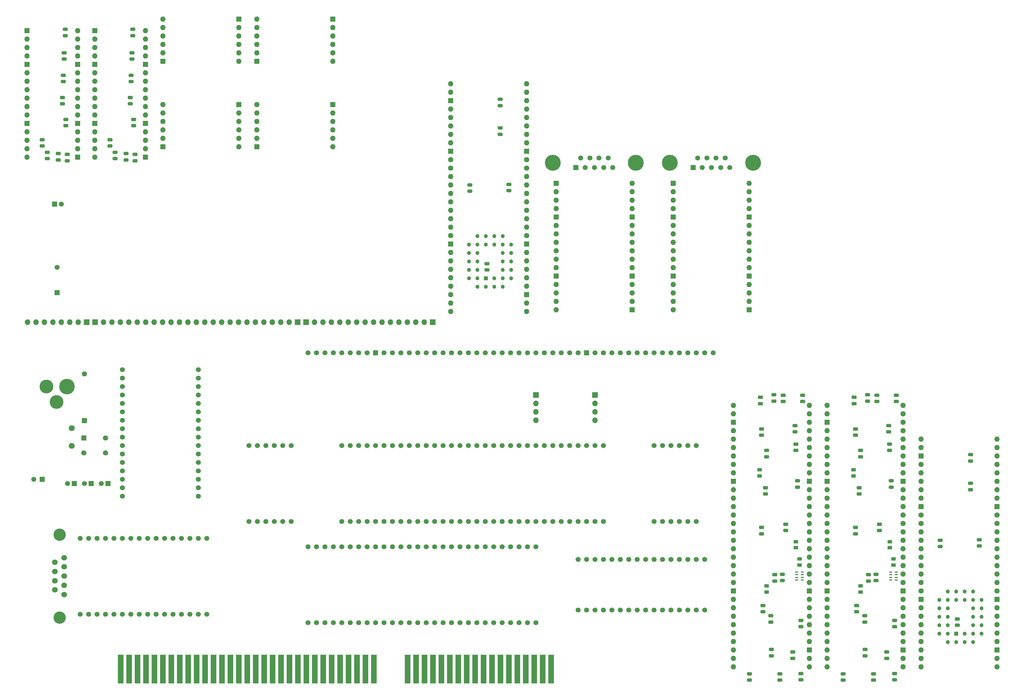
<source format=gbs>
%MOIN*%
%OFA0B0*%
%FSLAX46Y46*%
%IPPOS*%
%LPD*%
%AMRoundRect*
4,1,4,
0.07874015748031496,0.11811023622047245,
0.15748031496062992,0.19685039370078741,
0.23622047244094491,0.27559055118110237,
0.31496062992125984,0.35433070866141736,
0.07874015748031496,0.11811023622047245,
0*
1,1,$1,$2,$3*
1,1,$1,$2,$3*
1,1,$1,$2,$3*
1,1,$1,$2,$3*
20,1,$1,$2,$3,$4,$5,0*
20,1,$1,$2,$3,$4,$5,0*
20,1,$1,$2,$3,$4,$5,0*
20,1,$1,$2,$3,$4,$5,0*%
%AMCOMP2*
4,1,3,
-0.015748031496062995,-0.015748031496062995,
0.015748031496062995,-0.015748031496062995,
0.015748031496062995,0.015748031496062995,
-0.015748031496062995,0.015748031496062995,
0*
4,1,19,
-0.015748031496062995,0,
-0.010881622135827601,-0.00077076352291096848,
-0.0064915708300397942,-0.0030076063877961024,
-0.0030076063877961024,-0.0064915708300397942,
-0.00077076352291096848,-0.010881622135827601,
0,-0.015748031496062995,
-0.00077076352291096631,-0.020614440856298388,
-0.0030076063877961024,-0.025004492162086195,
-0.0064915708300397924,-0.02848845660432988,
-0.0108816221358276,-0.030725299469215022,
-0.015748031496062992,-0.031496062992125991,
-0.020614440856298391,-0.030725299469215022,
-0.025004492162086195,-0.028488456604329887,
-0.02848845660432988,-0.0250044921620862,
-0.030725299469215022,-0.020614440856298391,
-0.031496062992125991,-0.015748031496062995,
-0.030725299469215022,-0.010881622135827603,
-0.028488456604329887,-0.0064915708300397976,
-0.0250044921620862,-0.0030076063877961046,
-0.020614440856298391,-0.00077076352291096848,
0*
4,1,19,
0.015748031496062995,0,
0.020614440856298388,-0.00077076352291096848,
0.025004492162086195,-0.0030076063877961024,
0.028488456604329887,-0.0064915708300397942,
0.030725299469215022,-0.010881622135827601,
0.031496062992125991,-0.015748031496062995,
0.030725299469215022,-0.020614440856298388,
0.028488456604329887,-0.025004492162086195,
0.0250044921620862,-0.02848845660432988,
0.020614440856298388,-0.030725299469215022,
0.015748031496062995,-0.031496062992125991,
0.010881622135827598,-0.030725299469215022,
0.006491570830039795,-0.028488456604329887,
0.0030076063877961046,-0.0250044921620862,
0.00077076352291096848,-0.020614440856298391,
0,-0.015748031496062995,
0.00077076352291096631,-0.010881622135827603,
0.0030076063877961024,-0.0064915708300397976,
0.00649157083003979,-0.0030076063877961046,
0.010881622135827598,-0.00077076352291096848,
0*
4,1,19,
0.015748031496062995,0.031496062992125991,
0.020614440856298388,0.030725299469215022,
0.025004492162086195,0.028488456604329887,
0.028488456604329887,0.025004492162086195,
0.030725299469215022,0.020614440856298388,
0.031496062992125991,0.015748031496062995,
0.030725299469215022,0.010881622135827601,
0.028488456604329887,0.006491570830039795,
0.0250044921620862,0.0030076063877961046,
0.020614440856298388,0.00077076352291096848,
0.015748031496062995,0,
0.010881622135827598,0.00077076352291096848,
0.006491570830039795,0.0030076063877961024,
0.0030076063877961046,0.0064915708300397924,
0.00077076352291096848,0.0108816221358276,
0,0.015748031496062992,
0.00077076352291096631,0.020614440856298388,
0.0030076063877961024,0.025004492162086188,
0.00649157083003979,0.02848845660432988,
0.010881622135827598,0.030725299469215022,
0*
4,1,19,
-0.015748031496062995,0.031496062992125991,
-0.010881622135827601,0.030725299469215022,
-0.0064915708300397942,0.028488456604329887,
-0.0030076063877961024,0.025004492162086195,
-0.00077076352291096848,0.020614440856298388,
0,0.015748031496062995,
-0.00077076352291096631,0.010881622135827601,
-0.0030076063877961024,0.006491570830039795,
-0.0064915708300397924,0.0030076063877961046,
-0.0108816221358276,0.00077076352291096848,
-0.015748031496062992,0,
-0.020614440856298391,0.00077076352291096848,
-0.025004492162086195,0.0030076063877961024,
-0.02848845660432988,0.0064915708300397924,
-0.030725299469215022,0.0108816221358276,
-0.031496062992125991,0.015748031496062992,
-0.030725299469215022,0.020614440856298388,
-0.028488456604329887,0.025004492162086188,
-0.0250044921620862,0.02848845660432988,
-0.020614440856298391,0.030725299469215022,
0*
4,1,3,
-0.015748031496062995,-0.031496062992125991,
-0.015748031496062995,0,
0.015748031496062995,0,
0.015748031496062995,-0.031496062992125991,
0*
4,1,3,
0.031496062992125991,-0.015748031496062995,
0,-0.015748031496062995,
0,0.015748031496062995,
0.031496062992125991,0.015748031496062995,
0*
4,1,3,
0.015748031496062995,0.031496062992125991,
0.015748031496062995,0,
-0.015748031496062995,0,
-0.015748031496062995,0.031496062992125991,
0*
4,1,3,
-0.031496062992125991,0.015748031496062995,
0,0.015748031496062995,
0,-0.015748031496062995,
-0.031496062992125991,-0.015748031496062995,
0*%
%AMRoundRect0*
4,1,4,
0.07874015748031496,0.11811023622047245,
0.15748031496062992,0.19685039370078741,
0.23622047244094491,0.27559055118110237,
0.31496062992125984,0.35433070866141736,
0.07874015748031496,0.11811023622047245,
0*
1,1,$1,$2,$3*
1,1,$1,$2,$3*
1,1,$1,$2,$3*
1,1,$1,$2,$3*
20,1,$1,$2,$3,$4,$5,0*
20,1,$1,$2,$3,$4,$5,0*
20,1,$1,$2,$3,$4,$5,0*
20,1,$1,$2,$3,$4,$5,0*%
%AMCOMP190*
4,1,3,
-0.015748031496062995,-0.015748031496062995,
0.015748031496062995,-0.015748031496062995,
0.015748031496062995,0.015748031496062995,
-0.015748031496062995,0.015748031496062995,
0*
4,1,19,
-0.015748031496062995,0,
-0.010881622135827601,-0.00077076352291096848,
-0.0064915708300397942,-0.0030076063877961024,
-0.0030076063877961024,-0.0064915708300397942,
-0.00077076352291096848,-0.010881622135827601,
0,-0.015748031496062995,
-0.00077076352291096631,-0.020614440856298388,
-0.0030076063877961024,-0.025004492162086195,
-0.0064915708300397924,-0.02848845660432988,
-0.0108816221358276,-0.030725299469215022,
-0.015748031496062992,-0.031496062992125991,
-0.020614440856298391,-0.030725299469215022,
-0.025004492162086195,-0.028488456604329887,
-0.02848845660432988,-0.0250044921620862,
-0.030725299469215022,-0.020614440856298391,
-0.031496062992125991,-0.015748031496062995,
-0.030725299469215022,-0.010881622135827603,
-0.028488456604329887,-0.0064915708300397976,
-0.0250044921620862,-0.0030076063877961046,
-0.020614440856298391,-0.00077076352291096848,
0*
4,1,19,
0.015748031496062995,0,
0.020614440856298388,-0.00077076352291096848,
0.025004492162086195,-0.0030076063877961024,
0.028488456604329887,-0.0064915708300397942,
0.030725299469215022,-0.010881622135827601,
0.031496062992125991,-0.015748031496062995,
0.030725299469215022,-0.020614440856298388,
0.028488456604329887,-0.025004492162086195,
0.0250044921620862,-0.02848845660432988,
0.020614440856298388,-0.030725299469215022,
0.015748031496062995,-0.031496062992125991,
0.010881622135827598,-0.030725299469215022,
0.006491570830039795,-0.028488456604329887,
0.0030076063877961046,-0.0250044921620862,
0.00077076352291096848,-0.020614440856298391,
0,-0.015748031496062995,
0.00077076352291096631,-0.010881622135827603,
0.0030076063877961024,-0.0064915708300397976,
0.00649157083003979,-0.0030076063877961046,
0.010881622135827598,-0.00077076352291096848,
0*
4,1,19,
0.015748031496062995,0.031496062992125991,
0.020614440856298388,0.030725299469215022,
0.025004492162086195,0.028488456604329887,
0.028488456604329887,0.025004492162086195,
0.030725299469215022,0.020614440856298388,
0.031496062992125991,0.015748031496062995,
0.030725299469215022,0.010881622135827601,
0.028488456604329887,0.006491570830039795,
0.0250044921620862,0.0030076063877961046,
0.020614440856298388,0.00077076352291096848,
0.015748031496062995,0,
0.010881622135827598,0.00077076352291096848,
0.006491570830039795,0.0030076063877961024,
0.0030076063877961046,0.0064915708300397924,
0.00077076352291096848,0.0108816221358276,
0,0.015748031496062992,
0.00077076352291096631,0.020614440856298388,
0.0030076063877961024,0.025004492162086188,
0.00649157083003979,0.02848845660432988,
0.010881622135827598,0.030725299469215022,
0*
4,1,19,
-0.015748031496062995,0.031496062992125991,
-0.010881622135827601,0.030725299469215022,
-0.0064915708300397942,0.028488456604329887,
-0.0030076063877961024,0.025004492162086195,
-0.00077076352291096848,0.020614440856298388,
0,0.015748031496062995,
-0.00077076352291096631,0.010881622135827601,
-0.0030076063877961024,0.006491570830039795,
-0.0064915708300397924,0.0030076063877961046,
-0.0108816221358276,0.00077076352291096848,
-0.015748031496062992,0,
-0.020614440856298391,0.00077076352291096848,
-0.025004492162086195,0.0030076063877961024,
-0.02848845660432988,0.0064915708300397924,
-0.030725299469215022,0.0108816221358276,
-0.031496062992125991,0.015748031496062992,
-0.030725299469215022,0.020614440856298388,
-0.028488456604329887,0.025004492162086188,
-0.0250044921620862,0.02848845660432988,
-0.020614440856298391,0.030725299469215022,
0*
4,1,3,
-0.015748031496062995,-0.031496062992125991,
-0.015748031496062995,0,
0.015748031496062995,0,
0.015748031496062995,-0.031496062992125991,
0*
4,1,3,
0.031496062992125991,-0.015748031496062995,
0,-0.015748031496062995,
0,0.015748031496062995,
0.031496062992125991,0.015748031496062995,
0*
4,1,3,
0.015748031496062995,0.031496062992125991,
0.015748031496062995,0,
-0.015748031496062995,0,
-0.015748031496062995,0.031496062992125991,
0*
4,1,3,
-0.031496062992125991,0.015748031496062995,
0,0.015748031496062995,
0,-0.015748031496062995,
-0.031496062992125991,-0.015748031496062995,
0*%
%AMCOMP200*
4,1,3,
-0.018700787401574805,0.00984251968503937,
-0.018700787401574805,-0.00984251968503937,
0.018700787401574805,-0.00984251968503937,
0.018700787401574805,0.00984251968503937,
0*
4,1,19,
-0.018700787401574805,0.01968503937007874,
-0.015659281551427682,0.019203312168259386,
-0.012915499485310303,0.017805285377706176,
-0.010738021708907997,0.015627807601303872,
-0.0093399949183547871,0.012884025535186491,
-0.0088582677165354329,0.00984251968503937,
-0.0093399949183547871,0.0068010138348922507,
-0.010738021708907997,0.0040572317687748724,
-0.012915499485310301,0.0018797539923725657,
-0.015659281551427682,0.00048172720181935506,
-0.0187007874015748,0,
-0.021742293251721927,0.00048172720181935506,
-0.0244860753178393,0.0018797539923725635,
-0.026663553094241611,0.00405723176877487,
-0.02806157988479482,0.0068010138348922489,
-0.028543307086614175,0.0098425196850393682,
-0.02806157988479482,0.012884025535186489,
-0.026663553094241611,0.015627807601303868,
-0.024486075317839306,0.017805285377706176,
-0.021742293251721924,0.019203312168259386,
0*
4,1,19,
-0.018700787401574805,0,
-0.015659281551427682,-0.00048172720181935506,
-0.012915499485310303,-0.0018797539923725646,
-0.010738021708907997,-0.0040572317687748707,
-0.0093399949183547871,-0.00680101383489225,
-0.0088582677165354329,-0.00984251968503937,
-0.0093399949183547871,-0.012884025535186491,
-0.010738021708907997,-0.015627807601303868,
-0.012915499485310301,-0.017805285377706176,
-0.015659281551427682,-0.019203312168259386,
-0.0187007874015748,-0.01968503937007874,
-0.021742293251721927,-0.019203312168259386,
-0.0244860753178393,-0.017805285377706176,
-0.026663553094241611,-0.015627807601303872,
-0.02806157988479482,-0.012884025535186491,
-0.028543307086614175,-0.0098425196850393734,
-0.02806157988479482,-0.0068010138348922524,
-0.026663553094241611,-0.0040572317687748733,
-0.024486075317839306,-0.0018797539923725657,
-0.021742293251721924,-0.00048172720181935506,
0*
4,1,19,
0.018700787401574805,0,
0.021742293251721924,-0.00048172720181935506,
0.0244860753178393,-0.0018797539923725646,
0.026663553094241611,-0.0040572317687748707,
0.02806157988479482,-0.00680101383489225,
0.028543307086614175,-0.00984251968503937,
0.02806157988479482,-0.012884025535186491,
0.026663553094241611,-0.015627807601303868,
0.024486075317839306,-0.017805285377706176,
0.021742293251721924,-0.019203312168259386,
0.018700787401574805,-0.01968503937007874,
0.015659281551427682,-0.019203312168259386,
0.012915499485310306,-0.017805285377706176,
0.010738021708907997,-0.015627807601303872,
0.0093399949183547871,-0.012884025535186491,
0.0088582677165354329,-0.0098425196850393734,
0.0093399949183547871,-0.0068010138348922524,
0.010738021708907997,-0.0040572317687748733,
0.012915499485310301,-0.0018797539923725657,
0.015659281551427682,-0.00048172720181935506,
0*
4,1,19,
0.018700787401574805,0.01968503937007874,
0.021742293251721924,0.019203312168259386,
0.0244860753178393,0.017805285377706176,
0.026663553094241611,0.015627807601303872,
0.02806157988479482,0.012884025535186491,
0.028543307086614175,0.00984251968503937,
0.02806157988479482,0.0068010138348922507,
0.026663553094241611,0.0040572317687748724,
0.024486075317839306,0.0018797539923725657,
0.021742293251721924,0.00048172720181935506,
0.018700787401574805,0,
0.015659281551427682,0.00048172720181935506,
0.012915499485310306,0.0018797539923725635,
0.010738021708907997,0.00405723176877487,
0.0093399949183547871,0.0068010138348922489,
0.0088582677165354329,0.0098425196850393682,
0.0093399949183547871,0.012884025535186489,
0.010738021708907997,0.015627807601303868,
0.012915499485310301,0.017805285377706176,
0.015659281551427682,0.019203312168259386,
0*
4,1,3,
-0.028543307086614175,0.00984251968503937,
-0.0088582677165354329,0.00984251968503937,
-0.0088582677165354329,-0.00984251968503937,
-0.028543307086614175,-0.00984251968503937,
0*
4,1,3,
-0.018700787401574805,-0.01968503937007874,
-0.018700787401574805,0,
0.018700787401574805,0,
0.018700787401574805,-0.01968503937007874,
0*
4,1,3,
0.028543307086614175,-0.00984251968503937,
0.0088582677165354329,-0.00984251968503937,
0.0088582677165354329,0.00984251968503937,
0.028543307086614175,0.00984251968503937,
0*
4,1,3,
0.018700787401574805,0.01968503937007874,
0.018700787401574805,0,
-0.018700787401574805,0,
-0.018700787401574805,0.01968503937007874,
0*%
%AMCOMP210*
4,1,3,
0.018700787401574805,-0.00984251968503937,
0.018700787401574805,0.00984251968503937,
-0.018700787401574805,0.00984251968503937,
-0.018700787401574805,-0.00984251968503937,
0*
4,1,19,
0.018700787401574805,0,
0.021742293251721924,-0.00048172720181935506,
0.0244860753178393,-0.0018797539923725646,
0.026663553094241611,-0.0040572317687748707,
0.02806157988479482,-0.00680101383489225,
0.028543307086614175,-0.00984251968503937,
0.02806157988479482,-0.012884025535186491,
0.026663553094241611,-0.015627807601303868,
0.024486075317839306,-0.017805285377706176,
0.021742293251721924,-0.019203312168259386,
0.018700787401574805,-0.01968503937007874,
0.015659281551427682,-0.019203312168259386,
0.012915499485310306,-0.017805285377706176,
0.010738021708907997,-0.015627807601303872,
0.0093399949183547871,-0.012884025535186491,
0.0088582677165354329,-0.0098425196850393734,
0.0093399949183547871,-0.0068010138348922524,
0.010738021708907997,-0.0040572317687748733,
0.012915499485310301,-0.0018797539923725657,
0.015659281551427682,-0.00048172720181935506,
0*
4,1,19,
0.018700787401574805,0.01968503937007874,
0.021742293251721924,0.019203312168259386,
0.0244860753178393,0.017805285377706176,
0.026663553094241611,0.015627807601303872,
0.02806157988479482,0.012884025535186491,
0.028543307086614175,0.00984251968503937,
0.02806157988479482,0.0068010138348922507,
0.026663553094241611,0.0040572317687748724,
0.024486075317839306,0.0018797539923725657,
0.021742293251721924,0.00048172720181935506,
0.018700787401574805,0,
0.015659281551427682,0.00048172720181935506,
0.012915499485310306,0.0018797539923725635,
0.010738021708907997,0.00405723176877487,
0.0093399949183547871,0.0068010138348922489,
0.0088582677165354329,0.0098425196850393682,
0.0093399949183547871,0.012884025535186489,
0.010738021708907997,0.015627807601303868,
0.012915499485310301,0.017805285377706176,
0.015659281551427682,0.019203312168259386,
0*
4,1,19,
-0.018700787401574805,0.01968503937007874,
-0.015659281551427682,0.019203312168259386,
-0.012915499485310303,0.017805285377706176,
-0.010738021708907997,0.015627807601303872,
-0.0093399949183547871,0.012884025535186491,
-0.0088582677165354329,0.00984251968503937,
-0.0093399949183547871,0.0068010138348922507,
-0.010738021708907997,0.0040572317687748724,
-0.012915499485310301,0.0018797539923725657,
-0.015659281551427682,0.00048172720181935506,
-0.0187007874015748,0,
-0.021742293251721927,0.00048172720181935506,
-0.0244860753178393,0.0018797539923725635,
-0.026663553094241611,0.00405723176877487,
-0.02806157988479482,0.0068010138348922489,
-0.028543307086614175,0.0098425196850393682,
-0.02806157988479482,0.012884025535186489,
-0.026663553094241611,0.015627807601303868,
-0.024486075317839306,0.017805285377706176,
-0.021742293251721924,0.019203312168259386,
0*
4,1,19,
-0.018700787401574805,0,
-0.015659281551427682,-0.00048172720181935506,
-0.012915499485310303,-0.0018797539923725646,
-0.010738021708907997,-0.0040572317687748707,
-0.0093399949183547871,-0.00680101383489225,
-0.0088582677165354329,-0.00984251968503937,
-0.0093399949183547871,-0.012884025535186491,
-0.010738021708907997,-0.015627807601303868,
-0.012915499485310301,-0.017805285377706176,
-0.015659281551427682,-0.019203312168259386,
-0.0187007874015748,-0.01968503937007874,
-0.021742293251721927,-0.019203312168259386,
-0.0244860753178393,-0.017805285377706176,
-0.026663553094241611,-0.015627807601303872,
-0.02806157988479482,-0.012884025535186491,
-0.028543307086614175,-0.0098425196850393734,
-0.02806157988479482,-0.0068010138348922524,
-0.026663553094241611,-0.0040572317687748733,
-0.024486075317839306,-0.0018797539923725657,
-0.021742293251721924,-0.00048172720181935506,
0*
4,1,3,
0.028543307086614175,-0.00984251968503937,
0.0088582677165354329,-0.00984251968503937,
0.0088582677165354329,0.00984251968503937,
0.028543307086614175,0.00984251968503937,
0*
4,1,3,
0.018700787401574805,0.01968503937007874,
0.018700787401574805,0,
-0.018700787401574805,0,
-0.018700787401574805,0.01968503937007874,
0*
4,1,3,
-0.028543307086614175,0.00984251968503937,
-0.0088582677165354329,0.00984251968503937,
-0.0088582677165354329,-0.00984251968503937,
-0.028543307086614175,-0.00984251968503937,
0*
4,1,3,
-0.018700787401574805,-0.01968503937007874,
-0.018700787401574805,0,
0.018700787401574805,0,
0.018700787401574805,-0.01968503937007874,
0*%
%AMCOMP220*
4,1,3,
0.017716535433070866,-0.010334645669291339,
0.017716535433070866,0.010334645669291339,
-0.017716535433070866,0.010334645669291339,
-0.017716535433070866,-0.010334645669291339,
0*
4,1,19,
0.017716535433070866,-0.00049212598425196893,
0.020758041283217985,-0.000973853186071324,
0.023501823349335368,-0.0023718799766245333,
0.025679301125737672,-0.00454935775302684,
0.027077327916290882,-0.0072931398191442192,
0.027559055118110236,-0.010334645669291339,
0.027077327916290882,-0.013376151519438459,
0.025679301125737672,-0.016119933585555839,
0.023501823349335368,-0.018297411361958144,
0.020758041283217992,-0.019695438152511353,
0.017716535433070869,-0.020177165354330708,
0.014675029582923745,-0.019695438152511353,
0.011931247516806368,-0.018297411361958147,
0.0097537697404040634,-0.016119933585555839,
0.0083557429498508518,-0.013376151519438462,
0.0078740157480314977,-0.010334645669291341,
0.00835574294985085,-0.0072931398191442209,
0.00975376974040406,-0.0045493577530268418,
0.011931247516806366,-0.0023718799766245346,
0.014675029582923745,-0.000973853186071324,
0*
4,1,19,
0.017716535433070866,0.020177165354330708,
0.020758041283217985,0.019695438152511353,
0.023501823349335368,0.018297411361958147,
0.025679301125737672,0.016119933585555839,
0.027077327916290882,0.01337615151943846,
0.027559055118110236,0.010334645669291339,
0.027077327916290882,0.00729313981914422,
0.025679301125737672,0.0045493577530268409,
0.023501823349335368,0.0023718799766245346,
0.020758041283217992,0.000973853186071324,
0.017716535433070869,0.00049212598425196893,
0.014675029582923745,0.000973853186071324,
0.011931247516806368,0.0023718799766245325,
0.0097537697404040634,0.0045493577530268392,
0.0083557429498508518,0.0072931398191442174,
0.0078740157480314977,0.010334645669291338,
0.00835574294985085,0.013376151519438459,
0.00975376974040406,0.016119933585555836,
0.011931247516806366,0.018297411361958144,
0.014675029582923745,0.019695438152511353,
0*
4,1,19,
-0.017716535433070866,0.020177165354330708,
-0.014675029582923747,0.019695438152511353,
-0.011931247516806368,0.018297411361958147,
-0.0097537697404040617,0.016119933585555839,
-0.0083557429498508518,0.01337615151943846,
-0.0078740157480314977,0.010334645669291339,
-0.00835574294985085,0.00729313981914422,
-0.0097537697404040617,0.0045493577530268409,
-0.011931247516806368,0.0023718799766245346,
-0.014675029582923747,0.000973853186071324,
-0.017716535433070866,0.00049212598425196893,
-0.020758041283217992,0.000973853186071324,
-0.023501823349335368,0.0023718799766245325,
-0.025679301125737672,0.0045493577530268392,
-0.027077327916290882,0.0072931398191442174,
-0.027559055118110236,0.010334645669291338,
-0.027077327916290882,0.013376151519438459,
-0.025679301125737675,0.016119933585555836,
-0.023501823349335368,0.018297411361958144,
-0.020758041283217992,0.019695438152511353,
0*
4,1,19,
-0.017716535433070866,-0.00049212598425196893,
-0.014675029582923747,-0.000973853186071324,
-0.011931247516806368,-0.0023718799766245333,
-0.0097537697404040617,-0.00454935775302684,
-0.0083557429498508518,-0.0072931398191442192,
-0.0078740157480314977,-0.010334645669291339,
-0.00835574294985085,-0.013376151519438459,
-0.0097537697404040617,-0.016119933585555839,
-0.011931247516806368,-0.018297411361958144,
-0.014675029582923747,-0.019695438152511353,
-0.017716535433070866,-0.020177165354330708,
-0.020758041283217992,-0.019695438152511353,
-0.023501823349335368,-0.018297411361958147,
-0.025679301125737672,-0.016119933585555839,
-0.027077327916290882,-0.013376151519438462,
-0.027559055118110236,-0.010334645669291341,
-0.027077327916290882,-0.0072931398191442209,
-0.025679301125737675,-0.0045493577530268418,
-0.023501823349335368,-0.0023718799766245346,
-0.020758041283217992,-0.000973853186071324,
0*
4,1,3,
0.027559055118110236,-0.010334645669291339,
0.0078740157480314977,-0.010334645669291339,
0.0078740157480314977,0.010334645669291339,
0.027559055118110236,0.010334645669291339,
0*
4,1,3,
0.017716535433070866,0.020177165354330708,
0.017716535433070866,0.00049212598425196893,
-0.017716535433070866,0.00049212598425196893,
-0.017716535433070866,0.020177165354330708,
0*
4,1,3,
-0.027559055118110236,0.010334645669291339,
-0.0078740157480314977,0.010334645669291339,
-0.0078740157480314977,-0.010334645669291339,
-0.027559055118110236,-0.010334645669291339,
0*
4,1,3,
-0.017716535433070866,-0.020177165354330708,
-0.017716535433070866,-0.00049212598425196893,
0.017716535433070866,-0.00049212598425196893,
0.017716535433070866,-0.020177165354330708,
0*%
%AMRoundRect1*
4,1,4,
0.07874015748031496,0.11811023622047245,
0.15748031496062992,0.19685039370078741,
0.23622047244094491,0.27559055118110237,
0.31496062992125984,0.35433070866141736,
0.07874015748031496,0.11811023622047245,
0*
1,1,$1,$2,$3*
1,1,$1,$2,$3*
1,1,$1,$2,$3*
1,1,$1,$2,$3*
20,1,$1,$2,$3,$4,$5,0*
20,1,$1,$2,$3,$4,$5,0*
20,1,$1,$2,$3,$4,$5,0*
20,1,$1,$2,$3,$4,$5,0*%
%AMCOMP410*
4,1,3,
-0.015748031496062995,-0.015748031496062995,
0.015748031496062995,-0.015748031496062995,
0.015748031496062995,0.015748031496062995,
-0.015748031496062995,0.015748031496062995,
0*
4,1,19,
-0.015748031496062995,0,
-0.010881622135827601,-0.00077076352291096848,
-0.0064915708300397942,-0.0030076063877961024,
-0.0030076063877961024,-0.0064915708300397942,
-0.00077076352291096848,-0.010881622135827601,
0,-0.015748031496062995,
-0.00077076352291096631,-0.020614440856298388,
-0.0030076063877961024,-0.025004492162086195,
-0.0064915708300397924,-0.02848845660432988,
-0.0108816221358276,-0.030725299469215022,
-0.015748031496062992,-0.031496062992125991,
-0.020614440856298391,-0.030725299469215022,
-0.025004492162086195,-0.028488456604329887,
-0.02848845660432988,-0.0250044921620862,
-0.030725299469215022,-0.020614440856298391,
-0.031496062992125991,-0.015748031496062995,
-0.030725299469215022,-0.010881622135827603,
-0.028488456604329887,-0.0064915708300397976,
-0.0250044921620862,-0.0030076063877961046,
-0.020614440856298391,-0.00077076352291096848,
0*
4,1,19,
0.015748031496062995,0,
0.020614440856298388,-0.00077076352291096848,
0.025004492162086195,-0.0030076063877961024,
0.028488456604329887,-0.0064915708300397942,
0.030725299469215022,-0.010881622135827601,
0.031496062992125991,-0.015748031496062995,
0.030725299469215022,-0.020614440856298388,
0.028488456604329887,-0.025004492162086195,
0.0250044921620862,-0.02848845660432988,
0.020614440856298388,-0.030725299469215022,
0.015748031496062995,-0.031496062992125991,
0.010881622135827598,-0.030725299469215022,
0.006491570830039795,-0.028488456604329887,
0.0030076063877961046,-0.0250044921620862,
0.00077076352291096848,-0.020614440856298391,
0,-0.015748031496062995,
0.00077076352291096631,-0.010881622135827603,
0.0030076063877961024,-0.0064915708300397976,
0.00649157083003979,-0.0030076063877961046,
0.010881622135827598,-0.00077076352291096848,
0*
4,1,19,
0.015748031496062995,0.031496062992125991,
0.020614440856298388,0.030725299469215022,
0.025004492162086195,0.028488456604329887,
0.028488456604329887,0.025004492162086195,
0.030725299469215022,0.020614440856298388,
0.031496062992125991,0.015748031496062995,
0.030725299469215022,0.010881622135827601,
0.028488456604329887,0.006491570830039795,
0.0250044921620862,0.0030076063877961046,
0.020614440856298388,0.00077076352291096848,
0.015748031496062995,0,
0.010881622135827598,0.00077076352291096848,
0.006491570830039795,0.0030076063877961024,
0.0030076063877961046,0.0064915708300397924,
0.00077076352291096848,0.0108816221358276,
0,0.015748031496062992,
0.00077076352291096631,0.020614440856298388,
0.0030076063877961024,0.025004492162086188,
0.00649157083003979,0.02848845660432988,
0.010881622135827598,0.030725299469215022,
0*
4,1,19,
-0.015748031496062995,0.031496062992125991,
-0.010881622135827601,0.030725299469215022,
-0.0064915708300397942,0.028488456604329887,
-0.0030076063877961024,0.025004492162086195,
-0.00077076352291096848,0.020614440856298388,
0,0.015748031496062995,
-0.00077076352291096631,0.010881622135827601,
-0.0030076063877961024,0.006491570830039795,
-0.0064915708300397924,0.0030076063877961046,
-0.0108816221358276,0.00077076352291096848,
-0.015748031496062992,0,
-0.020614440856298391,0.00077076352291096848,
-0.025004492162086195,0.0030076063877961024,
-0.02848845660432988,0.0064915708300397924,
-0.030725299469215022,0.0108816221358276,
-0.031496062992125991,0.015748031496062992,
-0.030725299469215022,0.020614440856298388,
-0.028488456604329887,0.025004492162086188,
-0.0250044921620862,0.02848845660432988,
-0.020614440856298391,0.030725299469215022,
0*
4,1,3,
-0.015748031496062995,-0.031496062992125991,
-0.015748031496062995,0,
0.015748031496062995,0,
0.015748031496062995,-0.031496062992125991,
0*
4,1,3,
0.031496062992125991,-0.015748031496062995,
0,-0.015748031496062995,
0,0.015748031496062995,
0.031496062992125991,0.015748031496062995,
0*
4,1,3,
0.015748031496062995,0.031496062992125991,
0.015748031496062995,0,
-0.015748031496062995,0,
-0.015748031496062995,0.031496062992125991,
0*
4,1,3,
-0.031496062992125991,0.015748031496062995,
0,0.015748031496062995,
0,-0.015748031496062995,
-0.031496062992125991,-0.015748031496062995,
0*%
%AMCOMP420*
4,1,3,
-0.018700787401574805,0.00984251968503937,
-0.018700787401574805,-0.00984251968503937,
0.018700787401574805,-0.00984251968503937,
0.018700787401574805,0.00984251968503937,
0*
4,1,19,
-0.018700787401574805,0.01968503937007874,
-0.015659281551427682,0.019203312168259386,
-0.012915499485310303,0.017805285377706176,
-0.010738021708907997,0.015627807601303872,
-0.0093399949183547871,0.012884025535186491,
-0.0088582677165354329,0.00984251968503937,
-0.0093399949183547871,0.0068010138348922507,
-0.010738021708907997,0.0040572317687748724,
-0.012915499485310301,0.0018797539923725657,
-0.015659281551427682,0.00048172720181935506,
-0.0187007874015748,0,
-0.021742293251721927,0.00048172720181935506,
-0.0244860753178393,0.0018797539923725635,
-0.026663553094241611,0.00405723176877487,
-0.02806157988479482,0.0068010138348922489,
-0.028543307086614175,0.0098425196850393682,
-0.02806157988479482,0.012884025535186489,
-0.026663553094241611,0.015627807601303868,
-0.024486075317839306,0.017805285377706176,
-0.021742293251721924,0.019203312168259386,
0*
4,1,19,
-0.018700787401574805,0,
-0.015659281551427682,-0.00048172720181935506,
-0.012915499485310303,-0.0018797539923725646,
-0.010738021708907997,-0.0040572317687748707,
-0.0093399949183547871,-0.00680101383489225,
-0.0088582677165354329,-0.00984251968503937,
-0.0093399949183547871,-0.012884025535186491,
-0.010738021708907997,-0.015627807601303868,
-0.012915499485310301,-0.017805285377706176,
-0.015659281551427682,-0.019203312168259386,
-0.0187007874015748,-0.01968503937007874,
-0.021742293251721927,-0.019203312168259386,
-0.0244860753178393,-0.017805285377706176,
-0.026663553094241611,-0.015627807601303872,
-0.02806157988479482,-0.012884025535186491,
-0.028543307086614175,-0.0098425196850393734,
-0.02806157988479482,-0.0068010138348922524,
-0.026663553094241611,-0.0040572317687748733,
-0.024486075317839306,-0.0018797539923725657,
-0.021742293251721924,-0.00048172720181935506,
0*
4,1,19,
0.018700787401574805,0,
0.021742293251721924,-0.00048172720181935506,
0.0244860753178393,-0.0018797539923725646,
0.026663553094241611,-0.0040572317687748707,
0.02806157988479482,-0.00680101383489225,
0.028543307086614175,-0.00984251968503937,
0.02806157988479482,-0.012884025535186491,
0.026663553094241611,-0.015627807601303868,
0.024486075317839306,-0.017805285377706176,
0.021742293251721924,-0.019203312168259386,
0.018700787401574805,-0.01968503937007874,
0.015659281551427682,-0.019203312168259386,
0.012915499485310306,-0.017805285377706176,
0.010738021708907997,-0.015627807601303872,
0.0093399949183547871,-0.012884025535186491,
0.0088582677165354329,-0.0098425196850393734,
0.0093399949183547871,-0.0068010138348922524,
0.010738021708907997,-0.0040572317687748733,
0.012915499485310301,-0.0018797539923725657,
0.015659281551427682,-0.00048172720181935506,
0*
4,1,19,
0.018700787401574805,0.01968503937007874,
0.021742293251721924,0.019203312168259386,
0.0244860753178393,0.017805285377706176,
0.026663553094241611,0.015627807601303872,
0.02806157988479482,0.012884025535186491,
0.028543307086614175,0.00984251968503937,
0.02806157988479482,0.0068010138348922507,
0.026663553094241611,0.0040572317687748724,
0.024486075317839306,0.0018797539923725657,
0.021742293251721924,0.00048172720181935506,
0.018700787401574805,0,
0.015659281551427682,0.00048172720181935506,
0.012915499485310306,0.0018797539923725635,
0.010738021708907997,0.00405723176877487,
0.0093399949183547871,0.0068010138348922489,
0.0088582677165354329,0.0098425196850393682,
0.0093399949183547871,0.012884025535186489,
0.010738021708907997,0.015627807601303868,
0.012915499485310301,0.017805285377706176,
0.015659281551427682,0.019203312168259386,
0*
4,1,3,
-0.028543307086614175,0.00984251968503937,
-0.0088582677165354329,0.00984251968503937,
-0.0088582677165354329,-0.00984251968503937,
-0.028543307086614175,-0.00984251968503937,
0*
4,1,3,
-0.018700787401574805,-0.01968503937007874,
-0.018700787401574805,0,
0.018700787401574805,0,
0.018700787401574805,-0.01968503937007874,
0*
4,1,3,
0.028543307086614175,-0.00984251968503937,
0.0088582677165354329,-0.00984251968503937,
0.0088582677165354329,0.00984251968503937,
0.028543307086614175,0.00984251968503937,
0*
4,1,3,
0.018700787401574805,0.01968503937007874,
0.018700787401574805,0,
-0.018700787401574805,0,
-0.018700787401574805,0.01968503937007874,
0*%
%AMCOMP430*
4,1,3,
0.018700787401574805,-0.00984251968503937,
0.018700787401574805,0.00984251968503937,
-0.018700787401574805,0.00984251968503937,
-0.018700787401574805,-0.00984251968503937,
0*
4,1,19,
0.018700787401574805,0,
0.021742293251721924,-0.00048172720181935506,
0.0244860753178393,-0.0018797539923725646,
0.026663553094241611,-0.0040572317687748707,
0.02806157988479482,-0.00680101383489225,
0.028543307086614175,-0.00984251968503937,
0.02806157988479482,-0.012884025535186491,
0.026663553094241611,-0.015627807601303868,
0.024486075317839306,-0.017805285377706176,
0.021742293251721924,-0.019203312168259386,
0.018700787401574805,-0.01968503937007874,
0.015659281551427682,-0.019203312168259386,
0.012915499485310306,-0.017805285377706176,
0.010738021708907997,-0.015627807601303872,
0.0093399949183547871,-0.012884025535186491,
0.0088582677165354329,-0.0098425196850393734,
0.0093399949183547871,-0.0068010138348922524,
0.010738021708907997,-0.0040572317687748733,
0.012915499485310301,-0.0018797539923725657,
0.015659281551427682,-0.00048172720181935506,
0*
4,1,19,
0.018700787401574805,0.01968503937007874,
0.021742293251721924,0.019203312168259386,
0.0244860753178393,0.017805285377706176,
0.026663553094241611,0.015627807601303872,
0.02806157988479482,0.012884025535186491,
0.028543307086614175,0.00984251968503937,
0.02806157988479482,0.0068010138348922507,
0.026663553094241611,0.0040572317687748724,
0.024486075317839306,0.0018797539923725657,
0.021742293251721924,0.00048172720181935506,
0.018700787401574805,0,
0.015659281551427682,0.00048172720181935506,
0.012915499485310306,0.0018797539923725635,
0.010738021708907997,0.00405723176877487,
0.0093399949183547871,0.0068010138348922489,
0.0088582677165354329,0.0098425196850393682,
0.0093399949183547871,0.012884025535186489,
0.010738021708907997,0.015627807601303868,
0.012915499485310301,0.017805285377706176,
0.015659281551427682,0.019203312168259386,
0*
4,1,19,
-0.018700787401574805,0.01968503937007874,
-0.015659281551427682,0.019203312168259386,
-0.012915499485310303,0.017805285377706176,
-0.010738021708907997,0.015627807601303872,
-0.0093399949183547871,0.012884025535186491,
-0.0088582677165354329,0.00984251968503937,
-0.0093399949183547871,0.0068010138348922507,
-0.010738021708907997,0.0040572317687748724,
-0.012915499485310301,0.0018797539923725657,
-0.015659281551427682,0.00048172720181935506,
-0.0187007874015748,0,
-0.021742293251721927,0.00048172720181935506,
-0.0244860753178393,0.0018797539923725635,
-0.026663553094241611,0.00405723176877487,
-0.02806157988479482,0.0068010138348922489,
-0.028543307086614175,0.0098425196850393682,
-0.02806157988479482,0.012884025535186489,
-0.026663553094241611,0.015627807601303868,
-0.024486075317839306,0.017805285377706176,
-0.021742293251721924,0.019203312168259386,
0*
4,1,19,
-0.018700787401574805,0,
-0.015659281551427682,-0.00048172720181935506,
-0.012915499485310303,-0.0018797539923725646,
-0.010738021708907997,-0.0040572317687748707,
-0.0093399949183547871,-0.00680101383489225,
-0.0088582677165354329,-0.00984251968503937,
-0.0093399949183547871,-0.012884025535186491,
-0.010738021708907997,-0.015627807601303868,
-0.012915499485310301,-0.017805285377706176,
-0.015659281551427682,-0.019203312168259386,
-0.0187007874015748,-0.01968503937007874,
-0.021742293251721927,-0.019203312168259386,
-0.0244860753178393,-0.017805285377706176,
-0.026663553094241611,-0.015627807601303872,
-0.02806157988479482,-0.012884025535186491,
-0.028543307086614175,-0.0098425196850393734,
-0.02806157988479482,-0.0068010138348922524,
-0.026663553094241611,-0.0040572317687748733,
-0.024486075317839306,-0.0018797539923725657,
-0.021742293251721924,-0.00048172720181935506,
0*
4,1,3,
0.028543307086614175,-0.00984251968503937,
0.0088582677165354329,-0.00984251968503937,
0.0088582677165354329,0.00984251968503937,
0.028543307086614175,0.00984251968503937,
0*
4,1,3,
0.018700787401574805,0.01968503937007874,
0.018700787401574805,0,
-0.018700787401574805,0,
-0.018700787401574805,0.01968503937007874,
0*
4,1,3,
-0.028543307086614175,0.00984251968503937,
-0.0088582677165354329,0.00984251968503937,
-0.0088582677165354329,-0.00984251968503937,
-0.028543307086614175,-0.00984251968503937,
0*
4,1,3,
-0.018700787401574805,-0.01968503937007874,
-0.018700787401574805,0,
0.018700787401574805,0,
0.018700787401574805,-0.01968503937007874,
0*%
%AMCOMP440*
4,1,3,
0.017716535433070866,-0.010334645669291339,
0.017716535433070866,0.010334645669291339,
-0.017716535433070866,0.010334645669291339,
-0.017716535433070866,-0.010334645669291339,
0*
4,1,19,
0.017716535433070866,-0.00049212598425196893,
0.020758041283217985,-0.000973853186071324,
0.023501823349335368,-0.0023718799766245333,
0.025679301125737672,-0.00454935775302684,
0.027077327916290882,-0.0072931398191442192,
0.027559055118110236,-0.010334645669291339,
0.027077327916290882,-0.013376151519438459,
0.025679301125737672,-0.016119933585555839,
0.023501823349335368,-0.018297411361958144,
0.020758041283217992,-0.019695438152511353,
0.017716535433070869,-0.020177165354330708,
0.014675029582923745,-0.019695438152511353,
0.011931247516806368,-0.018297411361958147,
0.0097537697404040634,-0.016119933585555839,
0.0083557429498508518,-0.013376151519438462,
0.0078740157480314977,-0.010334645669291341,
0.00835574294985085,-0.0072931398191442209,
0.00975376974040406,-0.0045493577530268418,
0.011931247516806366,-0.0023718799766245346,
0.014675029582923745,-0.000973853186071324,
0*
4,1,19,
0.017716535433070866,0.020177165354330708,
0.020758041283217985,0.019695438152511353,
0.023501823349335368,0.018297411361958147,
0.025679301125737672,0.016119933585555839,
0.027077327916290882,0.01337615151943846,
0.027559055118110236,0.010334645669291339,
0.027077327916290882,0.00729313981914422,
0.025679301125737672,0.0045493577530268409,
0.023501823349335368,0.0023718799766245346,
0.020758041283217992,0.000973853186071324,
0.017716535433070869,0.00049212598425196893,
0.014675029582923745,0.000973853186071324,
0.011931247516806368,0.0023718799766245325,
0.0097537697404040634,0.0045493577530268392,
0.0083557429498508518,0.0072931398191442174,
0.0078740157480314977,0.010334645669291338,
0.00835574294985085,0.013376151519438459,
0.00975376974040406,0.016119933585555836,
0.011931247516806366,0.018297411361958144,
0.014675029582923745,0.019695438152511353,
0*
4,1,19,
-0.017716535433070866,0.020177165354330708,
-0.014675029582923747,0.019695438152511353,
-0.011931247516806368,0.018297411361958147,
-0.0097537697404040617,0.016119933585555839,
-0.0083557429498508518,0.01337615151943846,
-0.0078740157480314977,0.010334645669291339,
-0.00835574294985085,0.00729313981914422,
-0.0097537697404040617,0.0045493577530268409,
-0.011931247516806368,0.0023718799766245346,
-0.014675029582923747,0.000973853186071324,
-0.017716535433070866,0.00049212598425196893,
-0.020758041283217992,0.000973853186071324,
-0.023501823349335368,0.0023718799766245325,
-0.025679301125737672,0.0045493577530268392,
-0.027077327916290882,0.0072931398191442174,
-0.027559055118110236,0.010334645669291338,
-0.027077327916290882,0.013376151519438459,
-0.025679301125737675,0.016119933585555836,
-0.023501823349335368,0.018297411361958144,
-0.020758041283217992,0.019695438152511353,
0*
4,1,19,
-0.017716535433070866,-0.00049212598425196893,
-0.014675029582923747,-0.000973853186071324,
-0.011931247516806368,-0.0023718799766245333,
-0.0097537697404040617,-0.00454935775302684,
-0.0083557429498508518,-0.0072931398191442192,
-0.0078740157480314977,-0.010334645669291339,
-0.00835574294985085,-0.013376151519438459,
-0.0097537697404040617,-0.016119933585555839,
-0.011931247516806368,-0.018297411361958144,
-0.014675029582923747,-0.019695438152511353,
-0.017716535433070866,-0.020177165354330708,
-0.020758041283217992,-0.019695438152511353,
-0.023501823349335368,-0.018297411361958147,
-0.025679301125737672,-0.016119933585555839,
-0.027077327916290882,-0.013376151519438462,
-0.027559055118110236,-0.010334645669291341,
-0.027077327916290882,-0.0072931398191442209,
-0.025679301125737675,-0.0045493577530268418,
-0.023501823349335368,-0.0023718799766245346,
-0.020758041283217992,-0.000973853186071324,
0*
4,1,3,
0.027559055118110236,-0.010334645669291339,
0.0078740157480314977,-0.010334645669291339,
0.0078740157480314977,0.010334645669291339,
0.027559055118110236,0.010334645669291339,
0*
4,1,3,
0.017716535433070866,0.020177165354330708,
0.017716535433070866,0.00049212598425196893,
-0.017716535433070866,0.00049212598425196893,
-0.017716535433070866,0.020177165354330708,
0*
4,1,3,
-0.027559055118110236,0.010334645669291339,
-0.0078740157480314977,0.010334645669291339,
-0.0078740157480314977,-0.010334645669291339,
-0.027559055118110236,-0.010334645669291339,
0*
4,1,3,
-0.017716535433070866,-0.020177165354330708,
-0.017716535433070866,-0.00049212598425196893,
0.017716535433070866,-0.00049212598425196893,
0.017716535433070866,-0.020177165354330708,
0*%
%AMRoundRect0*
4,1,4,
0.07874015748031496,0.11811023622047245,
0.15748031496062992,0.19685039370078741,
0.23622047244094491,0.27559055118110237,
0.31496062992125984,0.35433070866141736,
0.07874015748031496,0.11811023622047245,
0*
1,1,$1,$2,$3*
1,1,$1,$2,$3*
1,1,$1,$2,$3*
1,1,$1,$2,$3*
20,1,$1,$2,$3,$4,$5,0*
20,1,$1,$2,$3,$4,$5,0*
20,1,$1,$2,$3,$4,$5,0*
20,1,$1,$2,$3,$4,$5,0*%
%AMCOMP620*
4,1,3,
-0.015748031496062995,-0.015748031496062995,
0.015748031496062995,-0.015748031496062995,
0.015748031496062995,0.015748031496062995,
-0.015748031496062995,0.015748031496062995,
0*
4,1,19,
-0.015748031496062995,0,
-0.010881622135827601,-0.00077076352291096848,
-0.0064915708300397942,-0.0030076063877961024,
-0.0030076063877961024,-0.0064915708300397942,
-0.00077076352291096848,-0.010881622135827601,
0,-0.015748031496062995,
-0.00077076352291096631,-0.020614440856298388,
-0.0030076063877961024,-0.025004492162086195,
-0.0064915708300397924,-0.02848845660432988,
-0.0108816221358276,-0.030725299469215022,
-0.015748031496062992,-0.031496062992125991,
-0.020614440856298391,-0.030725299469215022,
-0.025004492162086195,-0.028488456604329887,
-0.02848845660432988,-0.0250044921620862,
-0.030725299469215022,-0.020614440856298391,
-0.031496062992125991,-0.015748031496062995,
-0.030725299469215022,-0.010881622135827603,
-0.028488456604329887,-0.0064915708300397976,
-0.0250044921620862,-0.0030076063877961046,
-0.020614440856298391,-0.00077076352291096848,
0*
4,1,19,
0.015748031496062995,0,
0.020614440856298388,-0.00077076352291096848,
0.025004492162086195,-0.0030076063877961024,
0.028488456604329887,-0.0064915708300397942,
0.030725299469215022,-0.010881622135827601,
0.031496062992125991,-0.015748031496062995,
0.030725299469215022,-0.020614440856298388,
0.028488456604329887,-0.025004492162086195,
0.0250044921620862,-0.02848845660432988,
0.020614440856298388,-0.030725299469215022,
0.015748031496062995,-0.031496062992125991,
0.010881622135827598,-0.030725299469215022,
0.006491570830039795,-0.028488456604329887,
0.0030076063877961046,-0.0250044921620862,
0.00077076352291096848,-0.020614440856298391,
0,-0.015748031496062995,
0.00077076352291096631,-0.010881622135827603,
0.0030076063877961024,-0.0064915708300397976,
0.00649157083003979,-0.0030076063877961046,
0.010881622135827598,-0.00077076352291096848,
0*
4,1,19,
0.015748031496062995,0.031496062992125991,
0.020614440856298388,0.030725299469215022,
0.025004492162086195,0.028488456604329887,
0.028488456604329887,0.025004492162086195,
0.030725299469215022,0.020614440856298388,
0.031496062992125991,0.015748031496062995,
0.030725299469215022,0.010881622135827601,
0.028488456604329887,0.006491570830039795,
0.0250044921620862,0.0030076063877961046,
0.020614440856298388,0.00077076352291096848,
0.015748031496062995,0,
0.010881622135827598,0.00077076352291096848,
0.006491570830039795,0.0030076063877961024,
0.0030076063877961046,0.0064915708300397924,
0.00077076352291096848,0.0108816221358276,
0,0.015748031496062992,
0.00077076352291096631,0.020614440856298388,
0.0030076063877961024,0.025004492162086188,
0.00649157083003979,0.02848845660432988,
0.010881622135827598,0.030725299469215022,
0*
4,1,19,
-0.015748031496062995,0.031496062992125991,
-0.010881622135827601,0.030725299469215022,
-0.0064915708300397942,0.028488456604329887,
-0.0030076063877961024,0.025004492162086195,
-0.00077076352291096848,0.020614440856298388,
0,0.015748031496062995,
-0.00077076352291096631,0.010881622135827601,
-0.0030076063877961024,0.006491570830039795,
-0.0064915708300397924,0.0030076063877961046,
-0.0108816221358276,0.00077076352291096848,
-0.015748031496062992,0,
-0.020614440856298391,0.00077076352291096848,
-0.025004492162086195,0.0030076063877961024,
-0.02848845660432988,0.0064915708300397924,
-0.030725299469215022,0.0108816221358276,
-0.031496062992125991,0.015748031496062992,
-0.030725299469215022,0.020614440856298388,
-0.028488456604329887,0.025004492162086188,
-0.0250044921620862,0.02848845660432988,
-0.020614440856298391,0.030725299469215022,
0*
4,1,3,
-0.015748031496062995,-0.031496062992125991,
-0.015748031496062995,0,
0.015748031496062995,0,
0.015748031496062995,-0.031496062992125991,
0*
4,1,3,
0.031496062992125991,-0.015748031496062995,
0,-0.015748031496062995,
0,0.015748031496062995,
0.031496062992125991,0.015748031496062995,
0*
4,1,3,
0.015748031496062995,0.031496062992125991,
0.015748031496062995,0,
-0.015748031496062995,0,
-0.015748031496062995,0.031496062992125991,
0*
4,1,3,
-0.031496062992125991,0.015748031496062995,
0,0.015748031496062995,
0,-0.015748031496062995,
-0.031496062992125991,-0.015748031496062995,
0*%
%AMCOMP630*
4,1,3,
-0.018700787401574805,0.00984251968503937,
-0.018700787401574805,-0.00984251968503937,
0.018700787401574805,-0.00984251968503937,
0.018700787401574805,0.00984251968503937,
0*
4,1,19,
-0.018700787401574805,0.01968503937007874,
-0.015659281551427682,0.019203312168259386,
-0.012915499485310303,0.017805285377706176,
-0.010738021708907997,0.015627807601303872,
-0.0093399949183547871,0.012884025535186491,
-0.0088582677165354329,0.00984251968503937,
-0.0093399949183547871,0.0068010138348922507,
-0.010738021708907997,0.0040572317687748724,
-0.012915499485310301,0.0018797539923725657,
-0.015659281551427682,0.00048172720181935506,
-0.0187007874015748,0,
-0.021742293251721927,0.00048172720181935506,
-0.0244860753178393,0.0018797539923725635,
-0.026663553094241611,0.00405723176877487,
-0.02806157988479482,0.0068010138348922489,
-0.028543307086614175,0.0098425196850393682,
-0.02806157988479482,0.012884025535186489,
-0.026663553094241611,0.015627807601303868,
-0.024486075317839306,0.017805285377706176,
-0.021742293251721924,0.019203312168259386,
0*
4,1,19,
-0.018700787401574805,0,
-0.015659281551427682,-0.00048172720181935506,
-0.012915499485310303,-0.0018797539923725646,
-0.010738021708907997,-0.0040572317687748707,
-0.0093399949183547871,-0.00680101383489225,
-0.0088582677165354329,-0.00984251968503937,
-0.0093399949183547871,-0.012884025535186491,
-0.010738021708907997,-0.015627807601303868,
-0.012915499485310301,-0.017805285377706176,
-0.015659281551427682,-0.019203312168259386,
-0.0187007874015748,-0.01968503937007874,
-0.021742293251721927,-0.019203312168259386,
-0.0244860753178393,-0.017805285377706176,
-0.026663553094241611,-0.015627807601303872,
-0.02806157988479482,-0.012884025535186491,
-0.028543307086614175,-0.0098425196850393734,
-0.02806157988479482,-0.0068010138348922524,
-0.026663553094241611,-0.0040572317687748733,
-0.024486075317839306,-0.0018797539923725657,
-0.021742293251721924,-0.00048172720181935506,
0*
4,1,19,
0.018700787401574805,0,
0.021742293251721924,-0.00048172720181935506,
0.0244860753178393,-0.0018797539923725646,
0.026663553094241611,-0.0040572317687748707,
0.02806157988479482,-0.00680101383489225,
0.028543307086614175,-0.00984251968503937,
0.02806157988479482,-0.012884025535186491,
0.026663553094241611,-0.015627807601303868,
0.024486075317839306,-0.017805285377706176,
0.021742293251721924,-0.019203312168259386,
0.018700787401574805,-0.01968503937007874,
0.015659281551427682,-0.019203312168259386,
0.012915499485310306,-0.017805285377706176,
0.010738021708907997,-0.015627807601303872,
0.0093399949183547871,-0.012884025535186491,
0.0088582677165354329,-0.0098425196850393734,
0.0093399949183547871,-0.0068010138348922524,
0.010738021708907997,-0.0040572317687748733,
0.012915499485310301,-0.0018797539923725657,
0.015659281551427682,-0.00048172720181935506,
0*
4,1,19,
0.018700787401574805,0.01968503937007874,
0.021742293251721924,0.019203312168259386,
0.0244860753178393,0.017805285377706176,
0.026663553094241611,0.015627807601303872,
0.02806157988479482,0.012884025535186491,
0.028543307086614175,0.00984251968503937,
0.02806157988479482,0.0068010138348922507,
0.026663553094241611,0.0040572317687748724,
0.024486075317839306,0.0018797539923725657,
0.021742293251721924,0.00048172720181935506,
0.018700787401574805,0,
0.015659281551427682,0.00048172720181935506,
0.012915499485310306,0.0018797539923725635,
0.010738021708907997,0.00405723176877487,
0.0093399949183547871,0.0068010138348922489,
0.0088582677165354329,0.0098425196850393682,
0.0093399949183547871,0.012884025535186489,
0.010738021708907997,0.015627807601303868,
0.012915499485310301,0.017805285377706176,
0.015659281551427682,0.019203312168259386,
0*
4,1,3,
-0.028543307086614175,0.00984251968503937,
-0.0088582677165354329,0.00984251968503937,
-0.0088582677165354329,-0.00984251968503937,
-0.028543307086614175,-0.00984251968503937,
0*
4,1,3,
-0.018700787401574805,-0.01968503937007874,
-0.018700787401574805,0,
0.018700787401574805,0,
0.018700787401574805,-0.01968503937007874,
0*
4,1,3,
0.028543307086614175,-0.00984251968503937,
0.0088582677165354329,-0.00984251968503937,
0.0088582677165354329,0.00984251968503937,
0.028543307086614175,0.00984251968503937,
0*
4,1,3,
0.018700787401574805,0.01968503937007874,
0.018700787401574805,0,
-0.018700787401574805,0,
-0.018700787401574805,0.01968503937007874,
0*%
%AMCOMP640*
4,1,3,
0.018700787401574805,-0.00984251968503937,
0.018700787401574805,0.00984251968503937,
-0.018700787401574805,0.00984251968503937,
-0.018700787401574805,-0.00984251968503937,
0*
4,1,19,
0.018700787401574805,0,
0.021742293251721924,-0.00048172720181935506,
0.0244860753178393,-0.0018797539923725646,
0.026663553094241611,-0.0040572317687748707,
0.02806157988479482,-0.00680101383489225,
0.028543307086614175,-0.00984251968503937,
0.02806157988479482,-0.012884025535186491,
0.026663553094241611,-0.015627807601303868,
0.024486075317839306,-0.017805285377706176,
0.021742293251721924,-0.019203312168259386,
0.018700787401574805,-0.01968503937007874,
0.015659281551427682,-0.019203312168259386,
0.012915499485310306,-0.017805285377706176,
0.010738021708907997,-0.015627807601303872,
0.0093399949183547871,-0.012884025535186491,
0.0088582677165354329,-0.0098425196850393734,
0.0093399949183547871,-0.0068010138348922524,
0.010738021708907997,-0.0040572317687748733,
0.012915499485310301,-0.0018797539923725657,
0.015659281551427682,-0.00048172720181935506,
0*
4,1,19,
0.018700787401574805,0.01968503937007874,
0.021742293251721924,0.019203312168259386,
0.0244860753178393,0.017805285377706176,
0.026663553094241611,0.015627807601303872,
0.02806157988479482,0.012884025535186491,
0.028543307086614175,0.00984251968503937,
0.02806157988479482,0.0068010138348922507,
0.026663553094241611,0.0040572317687748724,
0.024486075317839306,0.0018797539923725657,
0.021742293251721924,0.00048172720181935506,
0.018700787401574805,0,
0.015659281551427682,0.00048172720181935506,
0.012915499485310306,0.0018797539923725635,
0.010738021708907997,0.00405723176877487,
0.0093399949183547871,0.0068010138348922489,
0.0088582677165354329,0.0098425196850393682,
0.0093399949183547871,0.012884025535186489,
0.010738021708907997,0.015627807601303868,
0.012915499485310301,0.017805285377706176,
0.015659281551427682,0.019203312168259386,
0*
4,1,19,
-0.018700787401574805,0.01968503937007874,
-0.015659281551427682,0.019203312168259386,
-0.012915499485310303,0.017805285377706176,
-0.010738021708907997,0.015627807601303872,
-0.0093399949183547871,0.012884025535186491,
-0.0088582677165354329,0.00984251968503937,
-0.0093399949183547871,0.0068010138348922507,
-0.010738021708907997,0.0040572317687748724,
-0.012915499485310301,0.0018797539923725657,
-0.015659281551427682,0.00048172720181935506,
-0.0187007874015748,0,
-0.021742293251721927,0.00048172720181935506,
-0.0244860753178393,0.0018797539923725635,
-0.026663553094241611,0.00405723176877487,
-0.02806157988479482,0.0068010138348922489,
-0.028543307086614175,0.0098425196850393682,
-0.02806157988479482,0.012884025535186489,
-0.026663553094241611,0.015627807601303868,
-0.024486075317839306,0.017805285377706176,
-0.021742293251721924,0.019203312168259386,
0*
4,1,19,
-0.018700787401574805,0,
-0.015659281551427682,-0.00048172720181935506,
-0.012915499485310303,-0.0018797539923725646,
-0.010738021708907997,-0.0040572317687748707,
-0.0093399949183547871,-0.00680101383489225,
-0.0088582677165354329,-0.00984251968503937,
-0.0093399949183547871,-0.012884025535186491,
-0.010738021708907997,-0.015627807601303868,
-0.012915499485310301,-0.017805285377706176,
-0.015659281551427682,-0.019203312168259386,
-0.0187007874015748,-0.01968503937007874,
-0.021742293251721927,-0.019203312168259386,
-0.0244860753178393,-0.017805285377706176,
-0.026663553094241611,-0.015627807601303872,
-0.02806157988479482,-0.012884025535186491,
-0.028543307086614175,-0.0098425196850393734,
-0.02806157988479482,-0.0068010138348922524,
-0.026663553094241611,-0.0040572317687748733,
-0.024486075317839306,-0.0018797539923725657,
-0.021742293251721924,-0.00048172720181935506,
0*
4,1,3,
0.028543307086614175,-0.00984251968503937,
0.0088582677165354329,-0.00984251968503937,
0.0088582677165354329,0.00984251968503937,
0.028543307086614175,0.00984251968503937,
0*
4,1,3,
0.018700787401574805,0.01968503937007874,
0.018700787401574805,0,
-0.018700787401574805,0,
-0.018700787401574805,0.01968503937007874,
0*
4,1,3,
-0.028543307086614175,0.00984251968503937,
-0.0088582677165354329,0.00984251968503937,
-0.0088582677165354329,-0.00984251968503937,
-0.028543307086614175,-0.00984251968503937,
0*
4,1,3,
-0.018700787401574805,-0.01968503937007874,
-0.018700787401574805,0,
0.018700787401574805,0,
0.018700787401574805,-0.01968503937007874,
0*%
%AMRoundRect1*
4,1,4,
0.07874015748031496,0.11811023622047245,
0.15748031496062992,0.19685039370078741,
0.23622047244094491,0.27559055118110237,
0.31496062992125984,0.35433070866141736,
0.07874015748031496,0.11811023622047245,
0*
1,1,$1,$2,$3*
1,1,$1,$2,$3*
1,1,$1,$2,$3*
1,1,$1,$2,$3*
20,1,$1,$2,$3,$4,$5,0*
20,1,$1,$2,$3,$4,$5,0*
20,1,$1,$2,$3,$4,$5,0*
20,1,$1,$2,$3,$4,$5,0*%
%AMCOMP780*
4,1,3,
-0.015748031496062995,-0.015748031496062995,
0.015748031496062995,-0.015748031496062995,
0.015748031496062995,0.015748031496062995,
-0.015748031496062995,0.015748031496062995,
0*
4,1,19,
-0.015748031496062995,0,
-0.010881622135827601,-0.00077076352291096848,
-0.0064915708300397942,-0.0030076063877961024,
-0.0030076063877961024,-0.0064915708300397942,
-0.00077076352291096848,-0.010881622135827601,
0,-0.015748031496062995,
-0.00077076352291096631,-0.020614440856298388,
-0.0030076063877961024,-0.025004492162086195,
-0.0064915708300397924,-0.02848845660432988,
-0.0108816221358276,-0.030725299469215022,
-0.015748031496062992,-0.031496062992125991,
-0.020614440856298391,-0.030725299469215022,
-0.025004492162086195,-0.028488456604329887,
-0.02848845660432988,-0.0250044921620862,
-0.030725299469215022,-0.020614440856298391,
-0.031496062992125991,-0.015748031496062995,
-0.030725299469215022,-0.010881622135827603,
-0.028488456604329887,-0.0064915708300397976,
-0.0250044921620862,-0.0030076063877961046,
-0.020614440856298391,-0.00077076352291096848,
0*
4,1,19,
0.015748031496062995,0,
0.020614440856298388,-0.00077076352291096848,
0.025004492162086195,-0.0030076063877961024,
0.028488456604329887,-0.0064915708300397942,
0.030725299469215022,-0.010881622135827601,
0.031496062992125991,-0.015748031496062995,
0.030725299469215022,-0.020614440856298388,
0.028488456604329887,-0.025004492162086195,
0.0250044921620862,-0.02848845660432988,
0.020614440856298388,-0.030725299469215022,
0.015748031496062995,-0.031496062992125991,
0.010881622135827598,-0.030725299469215022,
0.006491570830039795,-0.028488456604329887,
0.0030076063877961046,-0.0250044921620862,
0.00077076352291096848,-0.020614440856298391,
0,-0.015748031496062995,
0.00077076352291096631,-0.010881622135827603,
0.0030076063877961024,-0.0064915708300397976,
0.00649157083003979,-0.0030076063877961046,
0.010881622135827598,-0.00077076352291096848,
0*
4,1,19,
0.015748031496062995,0.031496062992125991,
0.020614440856298388,0.030725299469215022,
0.025004492162086195,0.028488456604329887,
0.028488456604329887,0.025004492162086195,
0.030725299469215022,0.020614440856298388,
0.031496062992125991,0.015748031496062995,
0.030725299469215022,0.010881622135827601,
0.028488456604329887,0.006491570830039795,
0.0250044921620862,0.0030076063877961046,
0.020614440856298388,0.00077076352291096848,
0.015748031496062995,0,
0.010881622135827598,0.00077076352291096848,
0.006491570830039795,0.0030076063877961024,
0.0030076063877961046,0.0064915708300397924,
0.00077076352291096848,0.0108816221358276,
0,0.015748031496062992,
0.00077076352291096631,0.020614440856298388,
0.0030076063877961024,0.025004492162086188,
0.00649157083003979,0.02848845660432988,
0.010881622135827598,0.030725299469215022,
0*
4,1,19,
-0.015748031496062995,0.031496062992125991,
-0.010881622135827601,0.030725299469215022,
-0.0064915708300397942,0.028488456604329887,
-0.0030076063877961024,0.025004492162086195,
-0.00077076352291096848,0.020614440856298388,
0,0.015748031496062995,
-0.00077076352291096631,0.010881622135827601,
-0.0030076063877961024,0.006491570830039795,
-0.0064915708300397924,0.0030076063877961046,
-0.0108816221358276,0.00077076352291096848,
-0.015748031496062992,0,
-0.020614440856298391,0.00077076352291096848,
-0.025004492162086195,0.0030076063877961024,
-0.02848845660432988,0.0064915708300397924,
-0.030725299469215022,0.0108816221358276,
-0.031496062992125991,0.015748031496062992,
-0.030725299469215022,0.020614440856298388,
-0.028488456604329887,0.025004492162086188,
-0.0250044921620862,0.02848845660432988,
-0.020614440856298391,0.030725299469215022,
0*
4,1,3,
-0.015748031496062995,-0.031496062992125991,
-0.015748031496062995,0,
0.015748031496062995,0,
0.015748031496062995,-0.031496062992125991,
0*
4,1,3,
0.031496062992125991,-0.015748031496062995,
0,-0.015748031496062995,
0,0.015748031496062995,
0.031496062992125991,0.015748031496062995,
0*
4,1,3,
0.015748031496062995,0.031496062992125991,
0.015748031496062995,0,
-0.015748031496062995,0,
-0.015748031496062995,0.031496062992125991,
0*
4,1,3,
-0.031496062992125991,0.015748031496062995,
0,0.015748031496062995,
0,-0.015748031496062995,
-0.031496062992125991,-0.015748031496062995,
0*%
%AMCOMP790*
4,1,3,
-0.018700787401574805,0.00984251968503937,
-0.018700787401574805,-0.00984251968503937,
0.018700787401574805,-0.00984251968503937,
0.018700787401574805,0.00984251968503937,
0*
4,1,19,
-0.018700787401574805,0.01968503937007874,
-0.015659281551427682,0.019203312168259386,
-0.012915499485310303,0.017805285377706176,
-0.010738021708907997,0.015627807601303872,
-0.0093399949183547871,0.012884025535186491,
-0.0088582677165354329,0.00984251968503937,
-0.0093399949183547871,0.0068010138348922507,
-0.010738021708907997,0.0040572317687748724,
-0.012915499485310301,0.0018797539923725657,
-0.015659281551427682,0.00048172720181935506,
-0.0187007874015748,0,
-0.021742293251721927,0.00048172720181935506,
-0.0244860753178393,0.0018797539923725635,
-0.026663553094241611,0.00405723176877487,
-0.02806157988479482,0.0068010138348922489,
-0.028543307086614175,0.0098425196850393682,
-0.02806157988479482,0.012884025535186489,
-0.026663553094241611,0.015627807601303868,
-0.024486075317839306,0.017805285377706176,
-0.021742293251721924,0.019203312168259386,
0*
4,1,19,
-0.018700787401574805,0,
-0.015659281551427682,-0.00048172720181935506,
-0.012915499485310303,-0.0018797539923725646,
-0.010738021708907997,-0.0040572317687748707,
-0.0093399949183547871,-0.00680101383489225,
-0.0088582677165354329,-0.00984251968503937,
-0.0093399949183547871,-0.012884025535186491,
-0.010738021708907997,-0.015627807601303868,
-0.012915499485310301,-0.017805285377706176,
-0.015659281551427682,-0.019203312168259386,
-0.0187007874015748,-0.01968503937007874,
-0.021742293251721927,-0.019203312168259386,
-0.0244860753178393,-0.017805285377706176,
-0.026663553094241611,-0.015627807601303872,
-0.02806157988479482,-0.012884025535186491,
-0.028543307086614175,-0.0098425196850393734,
-0.02806157988479482,-0.0068010138348922524,
-0.026663553094241611,-0.0040572317687748733,
-0.024486075317839306,-0.0018797539923725657,
-0.021742293251721924,-0.00048172720181935506,
0*
4,1,19,
0.018700787401574805,0,
0.021742293251721924,-0.00048172720181935506,
0.0244860753178393,-0.0018797539923725646,
0.026663553094241611,-0.0040572317687748707,
0.02806157988479482,-0.00680101383489225,
0.028543307086614175,-0.00984251968503937,
0.02806157988479482,-0.012884025535186491,
0.026663553094241611,-0.015627807601303868,
0.024486075317839306,-0.017805285377706176,
0.021742293251721924,-0.019203312168259386,
0.018700787401574805,-0.01968503937007874,
0.015659281551427682,-0.019203312168259386,
0.012915499485310306,-0.017805285377706176,
0.010738021708907997,-0.015627807601303872,
0.0093399949183547871,-0.012884025535186491,
0.0088582677165354329,-0.0098425196850393734,
0.0093399949183547871,-0.0068010138348922524,
0.010738021708907997,-0.0040572317687748733,
0.012915499485310301,-0.0018797539923725657,
0.015659281551427682,-0.00048172720181935506,
0*
4,1,19,
0.018700787401574805,0.01968503937007874,
0.021742293251721924,0.019203312168259386,
0.0244860753178393,0.017805285377706176,
0.026663553094241611,0.015627807601303872,
0.02806157988479482,0.012884025535186491,
0.028543307086614175,0.00984251968503937,
0.02806157988479482,0.0068010138348922507,
0.026663553094241611,0.0040572317687748724,
0.024486075317839306,0.0018797539923725657,
0.021742293251721924,0.00048172720181935506,
0.018700787401574805,0,
0.015659281551427682,0.00048172720181935506,
0.012915499485310306,0.0018797539923725635,
0.010738021708907997,0.00405723176877487,
0.0093399949183547871,0.0068010138348922489,
0.0088582677165354329,0.0098425196850393682,
0.0093399949183547871,0.012884025535186489,
0.010738021708907997,0.015627807601303868,
0.012915499485310301,0.017805285377706176,
0.015659281551427682,0.019203312168259386,
0*
4,1,3,
-0.028543307086614175,0.00984251968503937,
-0.0088582677165354329,0.00984251968503937,
-0.0088582677165354329,-0.00984251968503937,
-0.028543307086614175,-0.00984251968503937,
0*
4,1,3,
-0.018700787401574805,-0.01968503937007874,
-0.018700787401574805,0,
0.018700787401574805,0,
0.018700787401574805,-0.01968503937007874,
0*
4,1,3,
0.028543307086614175,-0.00984251968503937,
0.0088582677165354329,-0.00984251968503937,
0.0088582677165354329,0.00984251968503937,
0.028543307086614175,0.00984251968503937,
0*
4,1,3,
0.018700787401574805,0.01968503937007874,
0.018700787401574805,0,
-0.018700787401574805,0,
-0.018700787401574805,0.01968503937007874,
0*%
%AMCOMP800*
4,1,3,
0.018700787401574805,-0.00984251968503937,
0.018700787401574805,0.00984251968503937,
-0.018700787401574805,0.00984251968503937,
-0.018700787401574805,-0.00984251968503937,
0*
4,1,19,
0.018700787401574805,0,
0.021742293251721924,-0.00048172720181935506,
0.0244860753178393,-0.0018797539923725646,
0.026663553094241611,-0.0040572317687748707,
0.02806157988479482,-0.00680101383489225,
0.028543307086614175,-0.00984251968503937,
0.02806157988479482,-0.012884025535186491,
0.026663553094241611,-0.015627807601303868,
0.024486075317839306,-0.017805285377706176,
0.021742293251721924,-0.019203312168259386,
0.018700787401574805,-0.01968503937007874,
0.015659281551427682,-0.019203312168259386,
0.012915499485310306,-0.017805285377706176,
0.010738021708907997,-0.015627807601303872,
0.0093399949183547871,-0.012884025535186491,
0.0088582677165354329,-0.0098425196850393734,
0.0093399949183547871,-0.0068010138348922524,
0.010738021708907997,-0.0040572317687748733,
0.012915499485310301,-0.0018797539923725657,
0.015659281551427682,-0.00048172720181935506,
0*
4,1,19,
0.018700787401574805,0.01968503937007874,
0.021742293251721924,0.019203312168259386,
0.0244860753178393,0.017805285377706176,
0.026663553094241611,0.015627807601303872,
0.02806157988479482,0.012884025535186491,
0.028543307086614175,0.00984251968503937,
0.02806157988479482,0.0068010138348922507,
0.026663553094241611,0.0040572317687748724,
0.024486075317839306,0.0018797539923725657,
0.021742293251721924,0.00048172720181935506,
0.018700787401574805,0,
0.015659281551427682,0.00048172720181935506,
0.012915499485310306,0.0018797539923725635,
0.010738021708907997,0.00405723176877487,
0.0093399949183547871,0.0068010138348922489,
0.0088582677165354329,0.0098425196850393682,
0.0093399949183547871,0.012884025535186489,
0.010738021708907997,0.015627807601303868,
0.012915499485310301,0.017805285377706176,
0.015659281551427682,0.019203312168259386,
0*
4,1,19,
-0.018700787401574805,0.01968503937007874,
-0.015659281551427682,0.019203312168259386,
-0.012915499485310303,0.017805285377706176,
-0.010738021708907997,0.015627807601303872,
-0.0093399949183547871,0.012884025535186491,
-0.0088582677165354329,0.00984251968503937,
-0.0093399949183547871,0.0068010138348922507,
-0.010738021708907997,0.0040572317687748724,
-0.012915499485310301,0.0018797539923725657,
-0.015659281551427682,0.00048172720181935506,
-0.0187007874015748,0,
-0.021742293251721927,0.00048172720181935506,
-0.0244860753178393,0.0018797539923725635,
-0.026663553094241611,0.00405723176877487,
-0.02806157988479482,0.0068010138348922489,
-0.028543307086614175,0.0098425196850393682,
-0.02806157988479482,0.012884025535186489,
-0.026663553094241611,0.015627807601303868,
-0.024486075317839306,0.017805285377706176,
-0.021742293251721924,0.019203312168259386,
0*
4,1,19,
-0.018700787401574805,0,
-0.015659281551427682,-0.00048172720181935506,
-0.012915499485310303,-0.0018797539923725646,
-0.010738021708907997,-0.0040572317687748707,
-0.0093399949183547871,-0.00680101383489225,
-0.0088582677165354329,-0.00984251968503937,
-0.0093399949183547871,-0.012884025535186491,
-0.010738021708907997,-0.015627807601303868,
-0.012915499485310301,-0.017805285377706176,
-0.015659281551427682,-0.019203312168259386,
-0.0187007874015748,-0.01968503937007874,
-0.021742293251721927,-0.019203312168259386,
-0.0244860753178393,-0.017805285377706176,
-0.026663553094241611,-0.015627807601303872,
-0.02806157988479482,-0.012884025535186491,
-0.028543307086614175,-0.0098425196850393734,
-0.02806157988479482,-0.0068010138348922524,
-0.026663553094241611,-0.0040572317687748733,
-0.024486075317839306,-0.0018797539923725657,
-0.021742293251721924,-0.00048172720181935506,
0*
4,1,3,
0.028543307086614175,-0.00984251968503937,
0.0088582677165354329,-0.00984251968503937,
0.0088582677165354329,0.00984251968503937,
0.028543307086614175,0.00984251968503937,
0*
4,1,3,
0.018700787401574805,0.01968503937007874,
0.018700787401574805,0,
-0.018700787401574805,0,
-0.018700787401574805,0.01968503937007874,
0*
4,1,3,
-0.028543307086614175,0.00984251968503937,
-0.0088582677165354329,0.00984251968503937,
-0.0088582677165354329,-0.00984251968503937,
-0.028543307086614175,-0.00984251968503937,
0*
4,1,3,
-0.018700787401574805,-0.01968503937007874,
-0.018700787401574805,0,
0.018700787401574805,0,
0.018700787401574805,-0.01968503937007874,
0*%
%AMRoundRect0*
4,1,4,
0.07874015748031496,0.11811023622047245,
0.15748031496062992,0.19685039370078741,
0.23622047244094491,0.27559055118110237,
0.31496062992125984,0.35433070866141736,
0.07874015748031496,0.11811023622047245,
0*
1,1,$1,$2,$3*
1,1,$1,$2,$3*
1,1,$1,$2,$3*
1,1,$1,$2,$3*
20,1,$1,$2,$3,$4,$5,0*
20,1,$1,$2,$3,$4,$5,0*
20,1,$1,$2,$3,$4,$5,0*
20,1,$1,$2,$3,$4,$5,0*%
%AMCOMP920*
4,1,3,
-0.015748031496062995,-0.015748031496062995,
0.015748031496062995,-0.015748031496062995,
0.015748031496062995,0.015748031496062995,
-0.015748031496062995,0.015748031496062995,
0*
4,1,19,
-0.015748031496062995,0,
-0.010881622135827601,-0.00077076352291096848,
-0.0064915708300397942,-0.0030076063877961024,
-0.0030076063877961024,-0.0064915708300397942,
-0.00077076352291096848,-0.010881622135827601,
0,-0.015748031496062995,
-0.00077076352291096631,-0.020614440856298388,
-0.0030076063877961024,-0.025004492162086195,
-0.0064915708300397924,-0.02848845660432988,
-0.0108816221358276,-0.030725299469215022,
-0.015748031496062992,-0.031496062992125991,
-0.020614440856298391,-0.030725299469215022,
-0.025004492162086195,-0.028488456604329887,
-0.02848845660432988,-0.0250044921620862,
-0.030725299469215022,-0.020614440856298391,
-0.031496062992125991,-0.015748031496062995,
-0.030725299469215022,-0.010881622135827603,
-0.028488456604329887,-0.0064915708300397976,
-0.0250044921620862,-0.0030076063877961046,
-0.020614440856298391,-0.00077076352291096848,
0*
4,1,19,
0.015748031496062995,0,
0.020614440856298388,-0.00077076352291096848,
0.025004492162086195,-0.0030076063877961024,
0.028488456604329887,-0.0064915708300397942,
0.030725299469215022,-0.010881622135827601,
0.031496062992125991,-0.015748031496062995,
0.030725299469215022,-0.020614440856298388,
0.028488456604329887,-0.025004492162086195,
0.0250044921620862,-0.02848845660432988,
0.020614440856298388,-0.030725299469215022,
0.015748031496062995,-0.031496062992125991,
0.010881622135827598,-0.030725299469215022,
0.006491570830039795,-0.028488456604329887,
0.0030076063877961046,-0.0250044921620862,
0.00077076352291096848,-0.020614440856298391,
0,-0.015748031496062995,
0.00077076352291096631,-0.010881622135827603,
0.0030076063877961024,-0.0064915708300397976,
0.00649157083003979,-0.0030076063877961046,
0.010881622135827598,-0.00077076352291096848,
0*
4,1,19,
0.015748031496062995,0.031496062992125991,
0.020614440856298388,0.030725299469215022,
0.025004492162086195,0.028488456604329887,
0.028488456604329887,0.025004492162086195,
0.030725299469215022,0.020614440856298388,
0.031496062992125991,0.015748031496062995,
0.030725299469215022,0.010881622135827601,
0.028488456604329887,0.006491570830039795,
0.0250044921620862,0.0030076063877961046,
0.020614440856298388,0.00077076352291096848,
0.015748031496062995,0,
0.010881622135827598,0.00077076352291096848,
0.006491570830039795,0.0030076063877961024,
0.0030076063877961046,0.0064915708300397924,
0.00077076352291096848,0.0108816221358276,
0,0.015748031496062992,
0.00077076352291096631,0.020614440856298388,
0.0030076063877961024,0.025004492162086188,
0.00649157083003979,0.02848845660432988,
0.010881622135827598,0.030725299469215022,
0*
4,1,19,
-0.015748031496062995,0.031496062992125991,
-0.010881622135827601,0.030725299469215022,
-0.0064915708300397942,0.028488456604329887,
-0.0030076063877961024,0.025004492162086195,
-0.00077076352291096848,0.020614440856298388,
0,0.015748031496062995,
-0.00077076352291096631,0.010881622135827601,
-0.0030076063877961024,0.006491570830039795,
-0.0064915708300397924,0.0030076063877961046,
-0.0108816221358276,0.00077076352291096848,
-0.015748031496062992,0,
-0.020614440856298391,0.00077076352291096848,
-0.025004492162086195,0.0030076063877961024,
-0.02848845660432988,0.0064915708300397924,
-0.030725299469215022,0.0108816221358276,
-0.031496062992125991,0.015748031496062992,
-0.030725299469215022,0.020614440856298388,
-0.028488456604329887,0.025004492162086188,
-0.0250044921620862,0.02848845660432988,
-0.020614440856298391,0.030725299469215022,
0*
4,1,3,
-0.015748031496062995,-0.031496062992125991,
-0.015748031496062995,0,
0.015748031496062995,0,
0.015748031496062995,-0.031496062992125991,
0*
4,1,3,
0.031496062992125991,-0.015748031496062995,
0,-0.015748031496062995,
0,0.015748031496062995,
0.031496062992125991,0.015748031496062995,
0*
4,1,3,
0.015748031496062995,0.031496062992125991,
0.015748031496062995,0,
-0.015748031496062995,0,
-0.015748031496062995,0.031496062992125991,
0*
4,1,3,
-0.031496062992125991,0.015748031496062995,
0,0.015748031496062995,
0,-0.015748031496062995,
-0.031496062992125991,-0.015748031496062995,
0*%
%AMRoundRect1*
4,1,4,
0.07874015748031496,0.11811023622047245,
0.15748031496062992,0.19685039370078741,
0.23622047244094491,0.27559055118110237,
0.31496062992125984,0.35433070866141736,
0.07874015748031496,0.11811023622047245,
0*
1,1,$1,$2,$3*
1,1,$1,$2,$3*
1,1,$1,$2,$3*
1,1,$1,$2,$3*
20,1,$1,$2,$3,$4,$5,0*
20,1,$1,$2,$3,$4,$5,0*
20,1,$1,$2,$3,$4,$5,0*
20,1,$1,$2,$3,$4,$5,0*%
%AMCOMP1100*
4,1,3,
-0.015748031496062995,-0.015748031496062995,
0.015748031496062995,-0.015748031496062995,
0.015748031496062995,0.015748031496062995,
-0.015748031496062995,0.015748031496062995,
0*
4,1,19,
-0.015748031496062995,0,
-0.010881622135827601,-0.00077076352291096848,
-0.0064915708300397942,-0.0030076063877961024,
-0.0030076063877961024,-0.0064915708300397942,
-0.00077076352291096848,-0.010881622135827601,
0,-0.015748031496062995,
-0.00077076352291096631,-0.020614440856298388,
-0.0030076063877961024,-0.025004492162086195,
-0.0064915708300397924,-0.02848845660432988,
-0.0108816221358276,-0.030725299469215022,
-0.015748031496062992,-0.031496062992125991,
-0.020614440856298391,-0.030725299469215022,
-0.025004492162086195,-0.028488456604329887,
-0.02848845660432988,-0.0250044921620862,
-0.030725299469215022,-0.020614440856298391,
-0.031496062992125991,-0.015748031496062995,
-0.030725299469215022,-0.010881622135827603,
-0.028488456604329887,-0.0064915708300397976,
-0.0250044921620862,-0.0030076063877961046,
-0.020614440856298391,-0.00077076352291096848,
0*
4,1,19,
0.015748031496062995,0,
0.020614440856298388,-0.00077076352291096848,
0.025004492162086195,-0.0030076063877961024,
0.028488456604329887,-0.0064915708300397942,
0.030725299469215022,-0.010881622135827601,
0.031496062992125991,-0.015748031496062995,
0.030725299469215022,-0.020614440856298388,
0.028488456604329887,-0.025004492162086195,
0.0250044921620862,-0.02848845660432988,
0.020614440856298388,-0.030725299469215022,
0.015748031496062995,-0.031496062992125991,
0.010881622135827598,-0.030725299469215022,
0.006491570830039795,-0.028488456604329887,
0.0030076063877961046,-0.0250044921620862,
0.00077076352291096848,-0.020614440856298391,
0,-0.015748031496062995,
0.00077076352291096631,-0.010881622135827603,
0.0030076063877961024,-0.0064915708300397976,
0.00649157083003979,-0.0030076063877961046,
0.010881622135827598,-0.00077076352291096848,
0*
4,1,19,
0.015748031496062995,0.031496062992125991,
0.020614440856298388,0.030725299469215022,
0.025004492162086195,0.028488456604329887,
0.028488456604329887,0.025004492162086195,
0.030725299469215022,0.020614440856298388,
0.031496062992125991,0.015748031496062995,
0.030725299469215022,0.010881622135827601,
0.028488456604329887,0.006491570830039795,
0.0250044921620862,0.0030076063877961046,
0.020614440856298388,0.00077076352291096848,
0.015748031496062995,0,
0.010881622135827598,0.00077076352291096848,
0.006491570830039795,0.0030076063877961024,
0.0030076063877961046,0.0064915708300397924,
0.00077076352291096848,0.0108816221358276,
0,0.015748031496062992,
0.00077076352291096631,0.020614440856298388,
0.0030076063877961024,0.025004492162086188,
0.00649157083003979,0.02848845660432988,
0.010881622135827598,0.030725299469215022,
0*
4,1,19,
-0.015748031496062995,0.031496062992125991,
-0.010881622135827601,0.030725299469215022,
-0.0064915708300397942,0.028488456604329887,
-0.0030076063877961024,0.025004492162086195,
-0.00077076352291096848,0.020614440856298388,
0,0.015748031496062995,
-0.00077076352291096631,0.010881622135827601,
-0.0030076063877961024,0.006491570830039795,
-0.0064915708300397924,0.0030076063877961046,
-0.0108816221358276,0.00077076352291096848,
-0.015748031496062992,0,
-0.020614440856298391,0.00077076352291096848,
-0.025004492162086195,0.0030076063877961024,
-0.02848845660432988,0.0064915708300397924,
-0.030725299469215022,0.0108816221358276,
-0.031496062992125991,0.015748031496062992,
-0.030725299469215022,0.020614440856298388,
-0.028488456604329887,0.025004492162086188,
-0.0250044921620862,0.02848845660432988,
-0.020614440856298391,0.030725299469215022,
0*
4,1,3,
-0.015748031496062995,-0.031496062992125991,
-0.015748031496062995,0,
0.015748031496062995,0,
0.015748031496062995,-0.031496062992125991,
0*
4,1,3,
0.031496062992125991,-0.015748031496062995,
0,-0.015748031496062995,
0,0.015748031496062995,
0.031496062992125991,0.015748031496062995,
0*
4,1,3,
0.015748031496062995,0.031496062992125991,
0.015748031496062995,0,
-0.015748031496062995,0,
-0.015748031496062995,0.031496062992125991,
0*
4,1,3,
-0.031496062992125991,0.015748031496062995,
0,0.015748031496062995,
0,-0.015748031496062995,
-0.031496062992125991,-0.015748031496062995,
0*%
%AMRoundRect0*
4,1,4,
0.07874015748031496,0.11811023622047245,
0.15748031496062992,0.19685039370078741,
0.23622047244094491,0.27559055118110237,
0.31496062992125984,0.35433070866141736,
0.07874015748031496,0.11811023622047245,
0*
1,1,$1,$2,$3*
1,1,$1,$2,$3*
1,1,$1,$2,$3*
1,1,$1,$2,$3*
20,1,$1,$2,$3,$4,$5,0*
20,1,$1,$2,$3,$4,$5,0*
20,1,$1,$2,$3,$4,$5,0*
20,1,$1,$2,$3,$4,$5,0*%
%AMCOMP1300*
4,1,3,
-0.015748031496062995,-0.015748031496062995,
0.015748031496062995,-0.015748031496062995,
0.015748031496062995,0.015748031496062995,
-0.015748031496062995,0.015748031496062995,
0*
4,1,19,
-0.015748031496062995,0,
-0.010881622135827601,-0.00077076352291096848,
-0.0064915708300397942,-0.0030076063877961024,
-0.0030076063877961024,-0.0064915708300397942,
-0.00077076352291096848,-0.010881622135827601,
0,-0.015748031496062995,
-0.00077076352291096631,-0.020614440856298388,
-0.0030076063877961024,-0.025004492162086195,
-0.0064915708300397924,-0.02848845660432988,
-0.0108816221358276,-0.030725299469215022,
-0.015748031496062992,-0.031496062992125991,
-0.020614440856298391,-0.030725299469215022,
-0.025004492162086195,-0.028488456604329887,
-0.02848845660432988,-0.0250044921620862,
-0.030725299469215022,-0.020614440856298391,
-0.031496062992125991,-0.015748031496062995,
-0.030725299469215022,-0.010881622135827603,
-0.028488456604329887,-0.0064915708300397976,
-0.0250044921620862,-0.0030076063877961046,
-0.020614440856298391,-0.00077076352291096848,
0*
4,1,19,
0.015748031496062995,0,
0.020614440856298388,-0.00077076352291096848,
0.025004492162086195,-0.0030076063877961024,
0.028488456604329887,-0.0064915708300397942,
0.030725299469215022,-0.010881622135827601,
0.031496062992125991,-0.015748031496062995,
0.030725299469215022,-0.020614440856298388,
0.028488456604329887,-0.025004492162086195,
0.0250044921620862,-0.02848845660432988,
0.020614440856298388,-0.030725299469215022,
0.015748031496062995,-0.031496062992125991,
0.010881622135827598,-0.030725299469215022,
0.006491570830039795,-0.028488456604329887,
0.0030076063877961046,-0.0250044921620862,
0.00077076352291096848,-0.020614440856298391,
0,-0.015748031496062995,
0.00077076352291096631,-0.010881622135827603,
0.0030076063877961024,-0.0064915708300397976,
0.00649157083003979,-0.0030076063877961046,
0.010881622135827598,-0.00077076352291096848,
0*
4,1,19,
0.015748031496062995,0.031496062992125991,
0.020614440856298388,0.030725299469215022,
0.025004492162086195,0.028488456604329887,
0.028488456604329887,0.025004492162086195,
0.030725299469215022,0.020614440856298388,
0.031496062992125991,0.015748031496062995,
0.030725299469215022,0.010881622135827601,
0.028488456604329887,0.006491570830039795,
0.0250044921620862,0.0030076063877961046,
0.020614440856298388,0.00077076352291096848,
0.015748031496062995,0,
0.010881622135827598,0.00077076352291096848,
0.006491570830039795,0.0030076063877961024,
0.0030076063877961046,0.0064915708300397924,
0.00077076352291096848,0.0108816221358276,
0,0.015748031496062992,
0.00077076352291096631,0.020614440856298388,
0.0030076063877961024,0.025004492162086188,
0.00649157083003979,0.02848845660432988,
0.010881622135827598,0.030725299469215022,
0*
4,1,19,
-0.015748031496062995,0.031496062992125991,
-0.010881622135827601,0.030725299469215022,
-0.0064915708300397942,0.028488456604329887,
-0.0030076063877961024,0.025004492162086195,
-0.00077076352291096848,0.020614440856298388,
0,0.015748031496062995,
-0.00077076352291096631,0.010881622135827601,
-0.0030076063877961024,0.006491570830039795,
-0.0064915708300397924,0.0030076063877961046,
-0.0108816221358276,0.00077076352291096848,
-0.015748031496062992,0,
-0.020614440856298391,0.00077076352291096848,
-0.025004492162086195,0.0030076063877961024,
-0.02848845660432988,0.0064915708300397924,
-0.030725299469215022,0.0108816221358276,
-0.031496062992125991,0.015748031496062992,
-0.030725299469215022,0.020614440856298388,
-0.028488456604329887,0.025004492162086188,
-0.0250044921620862,0.02848845660432988,
-0.020614440856298391,0.030725299469215022,
0*
4,1,3,
-0.015748031496062995,-0.031496062992125991,
-0.015748031496062995,0,
0.015748031496062995,0,
0.015748031496062995,-0.031496062992125991,
0*
4,1,3,
0.031496062992125991,-0.015748031496062995,
0,-0.015748031496062995,
0,0.015748031496062995,
0.031496062992125991,0.015748031496062995,
0*
4,1,3,
0.015748031496062995,0.031496062992125991,
0.015748031496062995,0,
-0.015748031496062995,0,
-0.015748031496062995,0.031496062992125991,
0*
4,1,3,
-0.031496062992125991,0.015748031496062995,
0,0.015748031496062995,
0,-0.015748031496062995,
-0.031496062992125991,-0.015748031496062995,
0*%
%AMCOMP1310*
4,1,3,
-0.018700787401574805,0.00984251968503937,
-0.018700787401574805,-0.00984251968503937,
0.018700787401574805,-0.00984251968503937,
0.018700787401574805,0.00984251968503937,
0*
4,1,19,
-0.018700787401574805,0.01968503937007874,
-0.015659281551427682,0.019203312168259386,
-0.012915499485310303,0.017805285377706176,
-0.010738021708907997,0.015627807601303872,
-0.0093399949183547871,0.012884025535186491,
-0.0088582677165354329,0.00984251968503937,
-0.0093399949183547871,0.0068010138348922507,
-0.010738021708907997,0.0040572317687748724,
-0.012915499485310301,0.0018797539923725657,
-0.015659281551427682,0.00048172720181935506,
-0.0187007874015748,0,
-0.021742293251721927,0.00048172720181935506,
-0.0244860753178393,0.0018797539923725635,
-0.026663553094241611,0.00405723176877487,
-0.02806157988479482,0.0068010138348922489,
-0.028543307086614175,0.0098425196850393682,
-0.02806157988479482,0.012884025535186489,
-0.026663553094241611,0.015627807601303868,
-0.024486075317839306,0.017805285377706176,
-0.021742293251721924,0.019203312168259386,
0*
4,1,19,
-0.018700787401574805,0,
-0.015659281551427682,-0.00048172720181935506,
-0.012915499485310303,-0.0018797539923725646,
-0.010738021708907997,-0.0040572317687748707,
-0.0093399949183547871,-0.00680101383489225,
-0.0088582677165354329,-0.00984251968503937,
-0.0093399949183547871,-0.012884025535186491,
-0.010738021708907997,-0.015627807601303868,
-0.012915499485310301,-0.017805285377706176,
-0.015659281551427682,-0.019203312168259386,
-0.0187007874015748,-0.01968503937007874,
-0.021742293251721927,-0.019203312168259386,
-0.0244860753178393,-0.017805285377706176,
-0.026663553094241611,-0.015627807601303872,
-0.02806157988479482,-0.012884025535186491,
-0.028543307086614175,-0.0098425196850393734,
-0.02806157988479482,-0.0068010138348922524,
-0.026663553094241611,-0.0040572317687748733,
-0.024486075317839306,-0.0018797539923725657,
-0.021742293251721924,-0.00048172720181935506,
0*
4,1,19,
0.018700787401574805,0,
0.021742293251721924,-0.00048172720181935506,
0.0244860753178393,-0.0018797539923725646,
0.026663553094241611,-0.0040572317687748707,
0.02806157988479482,-0.00680101383489225,
0.028543307086614175,-0.00984251968503937,
0.02806157988479482,-0.012884025535186491,
0.026663553094241611,-0.015627807601303868,
0.024486075317839306,-0.017805285377706176,
0.021742293251721924,-0.019203312168259386,
0.018700787401574805,-0.01968503937007874,
0.015659281551427682,-0.019203312168259386,
0.012915499485310306,-0.017805285377706176,
0.010738021708907997,-0.015627807601303872,
0.0093399949183547871,-0.012884025535186491,
0.0088582677165354329,-0.0098425196850393734,
0.0093399949183547871,-0.0068010138348922524,
0.010738021708907997,-0.0040572317687748733,
0.012915499485310301,-0.0018797539923725657,
0.015659281551427682,-0.00048172720181935506,
0*
4,1,19,
0.018700787401574805,0.01968503937007874,
0.021742293251721924,0.019203312168259386,
0.0244860753178393,0.017805285377706176,
0.026663553094241611,0.015627807601303872,
0.02806157988479482,0.012884025535186491,
0.028543307086614175,0.00984251968503937,
0.02806157988479482,0.0068010138348922507,
0.026663553094241611,0.0040572317687748724,
0.024486075317839306,0.0018797539923725657,
0.021742293251721924,0.00048172720181935506,
0.018700787401574805,0,
0.015659281551427682,0.00048172720181935506,
0.012915499485310306,0.0018797539923725635,
0.010738021708907997,0.00405723176877487,
0.0093399949183547871,0.0068010138348922489,
0.0088582677165354329,0.0098425196850393682,
0.0093399949183547871,0.012884025535186489,
0.010738021708907997,0.015627807601303868,
0.012915499485310301,0.017805285377706176,
0.015659281551427682,0.019203312168259386,
0*
4,1,3,
-0.028543307086614175,0.00984251968503937,
-0.0088582677165354329,0.00984251968503937,
-0.0088582677165354329,-0.00984251968503937,
-0.028543307086614175,-0.00984251968503937,
0*
4,1,3,
-0.018700787401574805,-0.01968503937007874,
-0.018700787401574805,0,
0.018700787401574805,0,
0.018700787401574805,-0.01968503937007874,
0*
4,1,3,
0.028543307086614175,-0.00984251968503937,
0.0088582677165354329,-0.00984251968503937,
0.0088582677165354329,0.00984251968503937,
0.028543307086614175,0.00984251968503937,
0*
4,1,3,
0.018700787401574805,0.01968503937007874,
0.018700787401574805,0,
-0.018700787401574805,0,
-0.018700787401574805,0.01968503937007874,
0*%
%AMCOMP1320*
4,1,3,
0.018700787401574805,-0.00984251968503937,
0.018700787401574805,0.00984251968503937,
-0.018700787401574805,0.00984251968503937,
-0.018700787401574805,-0.00984251968503937,
0*
4,1,19,
0.018700787401574805,0,
0.021742293251721924,-0.00048172720181935506,
0.0244860753178393,-0.0018797539923725646,
0.026663553094241611,-0.0040572317687748707,
0.02806157988479482,-0.00680101383489225,
0.028543307086614175,-0.00984251968503937,
0.02806157988479482,-0.012884025535186491,
0.026663553094241611,-0.015627807601303868,
0.024486075317839306,-0.017805285377706176,
0.021742293251721924,-0.019203312168259386,
0.018700787401574805,-0.01968503937007874,
0.015659281551427682,-0.019203312168259386,
0.012915499485310306,-0.017805285377706176,
0.010738021708907997,-0.015627807601303872,
0.0093399949183547871,-0.012884025535186491,
0.0088582677165354329,-0.0098425196850393734,
0.0093399949183547871,-0.0068010138348922524,
0.010738021708907997,-0.0040572317687748733,
0.012915499485310301,-0.0018797539923725657,
0.015659281551427682,-0.00048172720181935506,
0*
4,1,19,
0.018700787401574805,0.01968503937007874,
0.021742293251721924,0.019203312168259386,
0.0244860753178393,0.017805285377706176,
0.026663553094241611,0.015627807601303872,
0.02806157988479482,0.012884025535186491,
0.028543307086614175,0.00984251968503937,
0.02806157988479482,0.0068010138348922507,
0.026663553094241611,0.0040572317687748724,
0.024486075317839306,0.0018797539923725657,
0.021742293251721924,0.00048172720181935506,
0.018700787401574805,0,
0.015659281551427682,0.00048172720181935506,
0.012915499485310306,0.0018797539923725635,
0.010738021708907997,0.00405723176877487,
0.0093399949183547871,0.0068010138348922489,
0.0088582677165354329,0.0098425196850393682,
0.0093399949183547871,0.012884025535186489,
0.010738021708907997,0.015627807601303868,
0.012915499485310301,0.017805285377706176,
0.015659281551427682,0.019203312168259386,
0*
4,1,19,
-0.018700787401574805,0.01968503937007874,
-0.015659281551427682,0.019203312168259386,
-0.012915499485310303,0.017805285377706176,
-0.010738021708907997,0.015627807601303872,
-0.0093399949183547871,0.012884025535186491,
-0.0088582677165354329,0.00984251968503937,
-0.0093399949183547871,0.0068010138348922507,
-0.010738021708907997,0.0040572317687748724,
-0.012915499485310301,0.0018797539923725657,
-0.015659281551427682,0.00048172720181935506,
-0.0187007874015748,0,
-0.021742293251721927,0.00048172720181935506,
-0.0244860753178393,0.0018797539923725635,
-0.026663553094241611,0.00405723176877487,
-0.02806157988479482,0.0068010138348922489,
-0.028543307086614175,0.0098425196850393682,
-0.02806157988479482,0.012884025535186489,
-0.026663553094241611,0.015627807601303868,
-0.024486075317839306,0.017805285377706176,
-0.021742293251721924,0.019203312168259386,
0*
4,1,19,
-0.018700787401574805,0,
-0.015659281551427682,-0.00048172720181935506,
-0.012915499485310303,-0.0018797539923725646,
-0.010738021708907997,-0.0040572317687748707,
-0.0093399949183547871,-0.00680101383489225,
-0.0088582677165354329,-0.00984251968503937,
-0.0093399949183547871,-0.012884025535186491,
-0.010738021708907997,-0.015627807601303868,
-0.012915499485310301,-0.017805285377706176,
-0.015659281551427682,-0.019203312168259386,
-0.0187007874015748,-0.01968503937007874,
-0.021742293251721927,-0.019203312168259386,
-0.0244860753178393,-0.017805285377706176,
-0.026663553094241611,-0.015627807601303872,
-0.02806157988479482,-0.012884025535186491,
-0.028543307086614175,-0.0098425196850393734,
-0.02806157988479482,-0.0068010138348922524,
-0.026663553094241611,-0.0040572317687748733,
-0.024486075317839306,-0.0018797539923725657,
-0.021742293251721924,-0.00048172720181935506,
0*
4,1,3,
0.028543307086614175,-0.00984251968503937,
0.0088582677165354329,-0.00984251968503937,
0.0088582677165354329,0.00984251968503937,
0.028543307086614175,0.00984251968503937,
0*
4,1,3,
0.018700787401574805,0.01968503937007874,
0.018700787401574805,0,
-0.018700787401574805,0,
-0.018700787401574805,0.01968503937007874,
0*
4,1,3,
-0.028543307086614175,0.00984251968503937,
-0.0088582677165354329,0.00984251968503937,
-0.0088582677165354329,-0.00984251968503937,
-0.028543307086614175,-0.00984251968503937,
0*
4,1,3,
-0.018700787401574805,-0.01968503937007874,
-0.018700787401574805,0,
0.018700787401574805,0,
0.018700787401574805,-0.01968503937007874,
0*%
%AMRoundRect1*
4,1,4,
0.07874015748031496,0.11811023622047245,
0.15748031496062992,0.19685039370078741,
0.23622047244094491,0.27559055118110237,
0.31496062992125984,0.35433070866141736,
0.07874015748031496,0.11811023622047245,
0*
1,1,$1,$2,$3*
1,1,$1,$2,$3*
1,1,$1,$2,$3*
1,1,$1,$2,$3*
20,1,$1,$2,$3,$4,$5,0*
20,1,$1,$2,$3,$4,$5,0*
20,1,$1,$2,$3,$4,$5,0*
20,1,$1,$2,$3,$4,$5,0*%
%AMCOMP1400*
4,1,3,
-0.015748031496062995,-0.015748031496062995,
0.015748031496062995,-0.015748031496062995,
0.015748031496062995,0.015748031496062995,
-0.015748031496062995,0.015748031496062995,
0*
4,1,19,
-0.015748031496062995,0,
-0.010881622135827601,-0.00077076352291096848,
-0.0064915708300397942,-0.0030076063877961024,
-0.0030076063877961024,-0.0064915708300397942,
-0.00077076352291096848,-0.010881622135827601,
0,-0.015748031496062995,
-0.00077076352291096631,-0.020614440856298388,
-0.0030076063877961024,-0.025004492162086195,
-0.0064915708300397924,-0.02848845660432988,
-0.0108816221358276,-0.030725299469215022,
-0.015748031496062992,-0.031496062992125991,
-0.020614440856298391,-0.030725299469215022,
-0.025004492162086195,-0.028488456604329887,
-0.02848845660432988,-0.0250044921620862,
-0.030725299469215022,-0.020614440856298391,
-0.031496062992125991,-0.015748031496062995,
-0.030725299469215022,-0.010881622135827603,
-0.028488456604329887,-0.0064915708300397976,
-0.0250044921620862,-0.0030076063877961046,
-0.020614440856298391,-0.00077076352291096848,
0*
4,1,19,
0.015748031496062995,0,
0.020614440856298388,-0.00077076352291096848,
0.025004492162086195,-0.0030076063877961024,
0.028488456604329887,-0.0064915708300397942,
0.030725299469215022,-0.010881622135827601,
0.031496062992125991,-0.015748031496062995,
0.030725299469215022,-0.020614440856298388,
0.028488456604329887,-0.025004492162086195,
0.0250044921620862,-0.02848845660432988,
0.020614440856298388,-0.030725299469215022,
0.015748031496062995,-0.031496062992125991,
0.010881622135827598,-0.030725299469215022,
0.006491570830039795,-0.028488456604329887,
0.0030076063877961046,-0.0250044921620862,
0.00077076352291096848,-0.020614440856298391,
0,-0.015748031496062995,
0.00077076352291096631,-0.010881622135827603,
0.0030076063877961024,-0.0064915708300397976,
0.00649157083003979,-0.0030076063877961046,
0.010881622135827598,-0.00077076352291096848,
0*
4,1,19,
0.015748031496062995,0.031496062992125991,
0.020614440856298388,0.030725299469215022,
0.025004492162086195,0.028488456604329887,
0.028488456604329887,0.025004492162086195,
0.030725299469215022,0.020614440856298388,
0.031496062992125991,0.015748031496062995,
0.030725299469215022,0.010881622135827601,
0.028488456604329887,0.006491570830039795,
0.0250044921620862,0.0030076063877961046,
0.020614440856298388,0.00077076352291096848,
0.015748031496062995,0,
0.010881622135827598,0.00077076352291096848,
0.006491570830039795,0.0030076063877961024,
0.0030076063877961046,0.0064915708300397924,
0.00077076352291096848,0.0108816221358276,
0,0.015748031496062992,
0.00077076352291096631,0.020614440856298388,
0.0030076063877961024,0.025004492162086188,
0.00649157083003979,0.02848845660432988,
0.010881622135827598,0.030725299469215022,
0*
4,1,19,
-0.015748031496062995,0.031496062992125991,
-0.010881622135827601,0.030725299469215022,
-0.0064915708300397942,0.028488456604329887,
-0.0030076063877961024,0.025004492162086195,
-0.00077076352291096848,0.020614440856298388,
0,0.015748031496062995,
-0.00077076352291096631,0.010881622135827601,
-0.0030076063877961024,0.006491570830039795,
-0.0064915708300397924,0.0030076063877961046,
-0.0108816221358276,0.00077076352291096848,
-0.015748031496062992,0,
-0.020614440856298391,0.00077076352291096848,
-0.025004492162086195,0.0030076063877961024,
-0.02848845660432988,0.0064915708300397924,
-0.030725299469215022,0.0108816221358276,
-0.031496062992125991,0.015748031496062992,
-0.030725299469215022,0.020614440856298388,
-0.028488456604329887,0.025004492162086188,
-0.0250044921620862,0.02848845660432988,
-0.020614440856298391,0.030725299469215022,
0*
4,1,3,
-0.015748031496062995,-0.031496062992125991,
-0.015748031496062995,0,
0.015748031496062995,0,
0.015748031496062995,-0.031496062992125991,
0*
4,1,3,
0.031496062992125991,-0.015748031496062995,
0,-0.015748031496062995,
0,0.015748031496062995,
0.031496062992125991,0.015748031496062995,
0*
4,1,3,
0.015748031496062995,0.031496062992125991,
0.015748031496062995,0,
-0.015748031496062995,0,
-0.015748031496062995,0.031496062992125991,
0*
4,1,3,
-0.031496062992125991,0.015748031496062995,
0,0.015748031496062995,
0,-0.015748031496062995,
-0.031496062992125991,-0.015748031496062995,
0*%
%AMCOMP1410*
4,1,3,
-0.018700787401574805,0.00984251968503937,
-0.018700787401574805,-0.00984251968503937,
0.018700787401574805,-0.00984251968503937,
0.018700787401574805,0.00984251968503937,
0*
4,1,19,
-0.018700787401574805,0.01968503937007874,
-0.015659281551427682,0.019203312168259386,
-0.012915499485310303,0.017805285377706176,
-0.010738021708907997,0.015627807601303872,
-0.0093399949183547871,0.012884025535186491,
-0.0088582677165354329,0.00984251968503937,
-0.0093399949183547871,0.0068010138348922507,
-0.010738021708907997,0.0040572317687748724,
-0.012915499485310301,0.0018797539923725657,
-0.015659281551427682,0.00048172720181935506,
-0.0187007874015748,0,
-0.021742293251721927,0.00048172720181935506,
-0.0244860753178393,0.0018797539923725635,
-0.026663553094241611,0.00405723176877487,
-0.02806157988479482,0.0068010138348922489,
-0.028543307086614175,0.0098425196850393682,
-0.02806157988479482,0.012884025535186489,
-0.026663553094241611,0.015627807601303868,
-0.024486075317839306,0.017805285377706176,
-0.021742293251721924,0.019203312168259386,
0*
4,1,19,
-0.018700787401574805,0,
-0.015659281551427682,-0.00048172720181935506,
-0.012915499485310303,-0.0018797539923725646,
-0.010738021708907997,-0.0040572317687748707,
-0.0093399949183547871,-0.00680101383489225,
-0.0088582677165354329,-0.00984251968503937,
-0.0093399949183547871,-0.012884025535186491,
-0.010738021708907997,-0.015627807601303868,
-0.012915499485310301,-0.017805285377706176,
-0.015659281551427682,-0.019203312168259386,
-0.0187007874015748,-0.01968503937007874,
-0.021742293251721927,-0.019203312168259386,
-0.0244860753178393,-0.017805285377706176,
-0.026663553094241611,-0.015627807601303872,
-0.02806157988479482,-0.012884025535186491,
-0.028543307086614175,-0.0098425196850393734,
-0.02806157988479482,-0.0068010138348922524,
-0.026663553094241611,-0.0040572317687748733,
-0.024486075317839306,-0.0018797539923725657,
-0.021742293251721924,-0.00048172720181935506,
0*
4,1,19,
0.018700787401574805,0,
0.021742293251721924,-0.00048172720181935506,
0.0244860753178393,-0.0018797539923725646,
0.026663553094241611,-0.0040572317687748707,
0.02806157988479482,-0.00680101383489225,
0.028543307086614175,-0.00984251968503937,
0.02806157988479482,-0.012884025535186491,
0.026663553094241611,-0.015627807601303868,
0.024486075317839306,-0.017805285377706176,
0.021742293251721924,-0.019203312168259386,
0.018700787401574805,-0.01968503937007874,
0.015659281551427682,-0.019203312168259386,
0.012915499485310306,-0.017805285377706176,
0.010738021708907997,-0.015627807601303872,
0.0093399949183547871,-0.012884025535186491,
0.0088582677165354329,-0.0098425196850393734,
0.0093399949183547871,-0.0068010138348922524,
0.010738021708907997,-0.0040572317687748733,
0.012915499485310301,-0.0018797539923725657,
0.015659281551427682,-0.00048172720181935506,
0*
4,1,19,
0.018700787401574805,0.01968503937007874,
0.021742293251721924,0.019203312168259386,
0.0244860753178393,0.017805285377706176,
0.026663553094241611,0.015627807601303872,
0.02806157988479482,0.012884025535186491,
0.028543307086614175,0.00984251968503937,
0.02806157988479482,0.0068010138348922507,
0.026663553094241611,0.0040572317687748724,
0.024486075317839306,0.0018797539923725657,
0.021742293251721924,0.00048172720181935506,
0.018700787401574805,0,
0.015659281551427682,0.00048172720181935506,
0.012915499485310306,0.0018797539923725635,
0.010738021708907997,0.00405723176877487,
0.0093399949183547871,0.0068010138348922489,
0.0088582677165354329,0.0098425196850393682,
0.0093399949183547871,0.012884025535186489,
0.010738021708907997,0.015627807601303868,
0.012915499485310301,0.017805285377706176,
0.015659281551427682,0.019203312168259386,
0*
4,1,3,
-0.028543307086614175,0.00984251968503937,
-0.0088582677165354329,0.00984251968503937,
-0.0088582677165354329,-0.00984251968503937,
-0.028543307086614175,-0.00984251968503937,
0*
4,1,3,
-0.018700787401574805,-0.01968503937007874,
-0.018700787401574805,0,
0.018700787401574805,0,
0.018700787401574805,-0.01968503937007874,
0*
4,1,3,
0.028543307086614175,-0.00984251968503937,
0.0088582677165354329,-0.00984251968503937,
0.0088582677165354329,0.00984251968503937,
0.028543307086614175,0.00984251968503937,
0*
4,1,3,
0.018700787401574805,0.01968503937007874,
0.018700787401574805,0,
-0.018700787401574805,0,
-0.018700787401574805,0.01968503937007874,
0*%
%AMCOMP1420*
4,1,3,
0.018700787401574805,-0.00984251968503937,
0.018700787401574805,0.00984251968503937,
-0.018700787401574805,0.00984251968503937,
-0.018700787401574805,-0.00984251968503937,
0*
4,1,19,
0.018700787401574805,0,
0.021742293251721924,-0.00048172720181935506,
0.0244860753178393,-0.0018797539923725646,
0.026663553094241611,-0.0040572317687748707,
0.02806157988479482,-0.00680101383489225,
0.028543307086614175,-0.00984251968503937,
0.02806157988479482,-0.012884025535186491,
0.026663553094241611,-0.015627807601303868,
0.024486075317839306,-0.017805285377706176,
0.021742293251721924,-0.019203312168259386,
0.018700787401574805,-0.01968503937007874,
0.015659281551427682,-0.019203312168259386,
0.012915499485310306,-0.017805285377706176,
0.010738021708907997,-0.015627807601303872,
0.0093399949183547871,-0.012884025535186491,
0.0088582677165354329,-0.0098425196850393734,
0.0093399949183547871,-0.0068010138348922524,
0.010738021708907997,-0.0040572317687748733,
0.012915499485310301,-0.0018797539923725657,
0.015659281551427682,-0.00048172720181935506,
0*
4,1,19,
0.018700787401574805,0.01968503937007874,
0.021742293251721924,0.019203312168259386,
0.0244860753178393,0.017805285377706176,
0.026663553094241611,0.015627807601303872,
0.02806157988479482,0.012884025535186491,
0.028543307086614175,0.00984251968503937,
0.02806157988479482,0.0068010138348922507,
0.026663553094241611,0.0040572317687748724,
0.024486075317839306,0.0018797539923725657,
0.021742293251721924,0.00048172720181935506,
0.018700787401574805,0,
0.015659281551427682,0.00048172720181935506,
0.012915499485310306,0.0018797539923725635,
0.010738021708907997,0.00405723176877487,
0.0093399949183547871,0.0068010138348922489,
0.0088582677165354329,0.0098425196850393682,
0.0093399949183547871,0.012884025535186489,
0.010738021708907997,0.015627807601303868,
0.012915499485310301,0.017805285377706176,
0.015659281551427682,0.019203312168259386,
0*
4,1,19,
-0.018700787401574805,0.01968503937007874,
-0.015659281551427682,0.019203312168259386,
-0.012915499485310303,0.017805285377706176,
-0.010738021708907997,0.015627807601303872,
-0.0093399949183547871,0.012884025535186491,
-0.0088582677165354329,0.00984251968503937,
-0.0093399949183547871,0.0068010138348922507,
-0.010738021708907997,0.0040572317687748724,
-0.012915499485310301,0.0018797539923725657,
-0.015659281551427682,0.00048172720181935506,
-0.0187007874015748,0,
-0.021742293251721927,0.00048172720181935506,
-0.0244860753178393,0.0018797539923725635,
-0.026663553094241611,0.00405723176877487,
-0.02806157988479482,0.0068010138348922489,
-0.028543307086614175,0.0098425196850393682,
-0.02806157988479482,0.012884025535186489,
-0.026663553094241611,0.015627807601303868,
-0.024486075317839306,0.017805285377706176,
-0.021742293251721924,0.019203312168259386,
0*
4,1,19,
-0.018700787401574805,0,
-0.015659281551427682,-0.00048172720181935506,
-0.012915499485310303,-0.0018797539923725646,
-0.010738021708907997,-0.0040572317687748707,
-0.0093399949183547871,-0.00680101383489225,
-0.0088582677165354329,-0.00984251968503937,
-0.0093399949183547871,-0.012884025535186491,
-0.010738021708907997,-0.015627807601303868,
-0.012915499485310301,-0.017805285377706176,
-0.015659281551427682,-0.019203312168259386,
-0.0187007874015748,-0.01968503937007874,
-0.021742293251721927,-0.019203312168259386,
-0.0244860753178393,-0.017805285377706176,
-0.026663553094241611,-0.015627807601303872,
-0.02806157988479482,-0.012884025535186491,
-0.028543307086614175,-0.0098425196850393734,
-0.02806157988479482,-0.0068010138348922524,
-0.026663553094241611,-0.0040572317687748733,
-0.024486075317839306,-0.0018797539923725657,
-0.021742293251721924,-0.00048172720181935506,
0*
4,1,3,
0.028543307086614175,-0.00984251968503937,
0.0088582677165354329,-0.00984251968503937,
0.0088582677165354329,0.00984251968503937,
0.028543307086614175,0.00984251968503937,
0*
4,1,3,
0.018700787401574805,0.01968503937007874,
0.018700787401574805,0,
-0.018700787401574805,0,
-0.018700787401574805,0.01968503937007874,
0*
4,1,3,
-0.028543307086614175,0.00984251968503937,
-0.0088582677165354329,0.00984251968503937,
-0.0088582677165354329,-0.00984251968503937,
-0.028543307086614175,-0.00984251968503937,
0*
4,1,3,
-0.018700787401574805,-0.01968503937007874,
-0.018700787401574805,0,
0.018700787401574805,0,
0.018700787401574805,-0.01968503937007874,
0*%
%AMRoundRect0*
4,1,4,
0.07874015748031496,0.11811023622047245,
0.15748031496062992,0.19685039370078741,
0.23622047244094491,0.27559055118110237,
0.31496062992125984,0.35433070866141736,
0.07874015748031496,0.11811023622047245,
0*
1,1,$1,$2,$3*
1,1,$1,$2,$3*
1,1,$1,$2,$3*
1,1,$1,$2,$3*
20,1,$1,$2,$3,$4,$5,0*
20,1,$1,$2,$3,$4,$5,0*
20,1,$1,$2,$3,$4,$5,0*
20,1,$1,$2,$3,$4,$5,0*%
%AMCOMP1480*
4,1,3,
-0.015748031496062995,-0.015748031496062995,
0.015748031496062995,-0.015748031496062995,
0.015748031496062995,0.015748031496062995,
-0.015748031496062995,0.015748031496062995,
0*
4,1,19,
-0.015748031496062995,0,
-0.010881622135827601,-0.00077076352291096848,
-0.0064915708300397942,-0.0030076063877961024,
-0.0030076063877961024,-0.0064915708300397942,
-0.00077076352291096848,-0.010881622135827601,
0,-0.015748031496062995,
-0.00077076352291096631,-0.020614440856298388,
-0.0030076063877961024,-0.025004492162086195,
-0.0064915708300397924,-0.02848845660432988,
-0.0108816221358276,-0.030725299469215022,
-0.015748031496062992,-0.031496062992125991,
-0.020614440856298391,-0.030725299469215022,
-0.025004492162086195,-0.028488456604329887,
-0.02848845660432988,-0.0250044921620862,
-0.030725299469215022,-0.020614440856298391,
-0.031496062992125991,-0.015748031496062995,
-0.030725299469215022,-0.010881622135827603,
-0.028488456604329887,-0.0064915708300397976,
-0.0250044921620862,-0.0030076063877961046,
-0.020614440856298391,-0.00077076352291096848,
0*
4,1,19,
0.015748031496062995,0,
0.020614440856298388,-0.00077076352291096848,
0.025004492162086195,-0.0030076063877961024,
0.028488456604329887,-0.0064915708300397942,
0.030725299469215022,-0.010881622135827601,
0.031496062992125991,-0.015748031496062995,
0.030725299469215022,-0.020614440856298388,
0.028488456604329887,-0.025004492162086195,
0.0250044921620862,-0.02848845660432988,
0.020614440856298388,-0.030725299469215022,
0.015748031496062995,-0.031496062992125991,
0.010881622135827598,-0.030725299469215022,
0.006491570830039795,-0.028488456604329887,
0.0030076063877961046,-0.0250044921620862,
0.00077076352291096848,-0.020614440856298391,
0,-0.015748031496062995,
0.00077076352291096631,-0.010881622135827603,
0.0030076063877961024,-0.0064915708300397976,
0.00649157083003979,-0.0030076063877961046,
0.010881622135827598,-0.00077076352291096848,
0*
4,1,19,
0.015748031496062995,0.031496062992125991,
0.020614440856298388,0.030725299469215022,
0.025004492162086195,0.028488456604329887,
0.028488456604329887,0.025004492162086195,
0.030725299469215022,0.020614440856298388,
0.031496062992125991,0.015748031496062995,
0.030725299469215022,0.010881622135827601,
0.028488456604329887,0.006491570830039795,
0.0250044921620862,0.0030076063877961046,
0.020614440856298388,0.00077076352291096848,
0.015748031496062995,0,
0.010881622135827598,0.00077076352291096848,
0.006491570830039795,0.0030076063877961024,
0.0030076063877961046,0.0064915708300397924,
0.00077076352291096848,0.0108816221358276,
0,0.015748031496062992,
0.00077076352291096631,0.020614440856298388,
0.0030076063877961024,0.025004492162086188,
0.00649157083003979,0.02848845660432988,
0.010881622135827598,0.030725299469215022,
0*
4,1,19,
-0.015748031496062995,0.031496062992125991,
-0.010881622135827601,0.030725299469215022,
-0.0064915708300397942,0.028488456604329887,
-0.0030076063877961024,0.025004492162086195,
-0.00077076352291096848,0.020614440856298388,
0,0.015748031496062995,
-0.00077076352291096631,0.010881622135827601,
-0.0030076063877961024,0.006491570830039795,
-0.0064915708300397924,0.0030076063877961046,
-0.0108816221358276,0.00077076352291096848,
-0.015748031496062992,0,
-0.020614440856298391,0.00077076352291096848,
-0.025004492162086195,0.0030076063877961024,
-0.02848845660432988,0.0064915708300397924,
-0.030725299469215022,0.0108816221358276,
-0.031496062992125991,0.015748031496062992,
-0.030725299469215022,0.020614440856298388,
-0.028488456604329887,0.025004492162086188,
-0.0250044921620862,0.02848845660432988,
-0.020614440856298391,0.030725299469215022,
0*
4,1,3,
-0.015748031496062995,-0.031496062992125991,
-0.015748031496062995,0,
0.015748031496062995,0,
0.015748031496062995,-0.031496062992125991,
0*
4,1,3,
0.031496062992125991,-0.015748031496062995,
0,-0.015748031496062995,
0,0.015748031496062995,
0.031496062992125991,0.015748031496062995,
0*
4,1,3,
0.015748031496062995,0.031496062992125991,
0.015748031496062995,0,
-0.015748031496062995,0,
-0.015748031496062995,0.031496062992125991,
0*
4,1,3,
-0.031496062992125991,0.015748031496062995,
0,0.015748031496062995,
0,-0.015748031496062995,
-0.031496062992125991,-0.015748031496062995,
0*%
%AMRoundRect1*
4,1,4,
0.07874015748031496,0.11811023622047245,
0.15748031496062992,0.19685039370078741,
0.23622047244094491,0.27559055118110237,
0.31496062992125984,0.35433070866141736,
0.07874015748031496,0.11811023622047245,
0*
1,1,$1,$2,$3*
1,1,$1,$2,$3*
1,1,$1,$2,$3*
1,1,$1,$2,$3*
20,1,$1,$2,$3,$4,$5,0*
20,1,$1,$2,$3,$4,$5,0*
20,1,$1,$2,$3,$4,$5,0*
20,1,$1,$2,$3,$4,$5,0*%
%AMCOMP1640*
4,1,3,
-0.015748031496062995,-0.015748031496062995,
0.015748031496062995,-0.015748031496062995,
0.015748031496062995,0.015748031496062995,
-0.015748031496062995,0.015748031496062995,
0*
4,1,19,
-0.015748031496062995,0,
-0.010881622135827601,-0.00077076352291096848,
-0.0064915708300397942,-0.0030076063877961024,
-0.0030076063877961024,-0.0064915708300397942,
-0.00077076352291096848,-0.010881622135827601,
0,-0.015748031496062995,
-0.00077076352291096631,-0.020614440856298388,
-0.0030076063877961024,-0.025004492162086195,
-0.0064915708300397924,-0.02848845660432988,
-0.0108816221358276,-0.030725299469215022,
-0.015748031496062992,-0.031496062992125991,
-0.020614440856298391,-0.030725299469215022,
-0.025004492162086195,-0.028488456604329887,
-0.02848845660432988,-0.0250044921620862,
-0.030725299469215022,-0.020614440856298391,
-0.031496062992125991,-0.015748031496062995,
-0.030725299469215022,-0.010881622135827603,
-0.028488456604329887,-0.0064915708300397976,
-0.0250044921620862,-0.0030076063877961046,
-0.020614440856298391,-0.00077076352291096848,
0*
4,1,19,
0.015748031496062995,0,
0.020614440856298388,-0.00077076352291096848,
0.025004492162086195,-0.0030076063877961024,
0.028488456604329887,-0.0064915708300397942,
0.030725299469215022,-0.010881622135827601,
0.031496062992125991,-0.015748031496062995,
0.030725299469215022,-0.020614440856298388,
0.028488456604329887,-0.025004492162086195,
0.0250044921620862,-0.02848845660432988,
0.020614440856298388,-0.030725299469215022,
0.015748031496062995,-0.031496062992125991,
0.010881622135827598,-0.030725299469215022,
0.006491570830039795,-0.028488456604329887,
0.0030076063877961046,-0.0250044921620862,
0.00077076352291096848,-0.020614440856298391,
0,-0.015748031496062995,
0.00077076352291096631,-0.010881622135827603,
0.0030076063877961024,-0.0064915708300397976,
0.00649157083003979,-0.0030076063877961046,
0.010881622135827598,-0.00077076352291096848,
0*
4,1,19,
0.015748031496062995,0.031496062992125991,
0.020614440856298388,0.030725299469215022,
0.025004492162086195,0.028488456604329887,
0.028488456604329887,0.025004492162086195,
0.030725299469215022,0.020614440856298388,
0.031496062992125991,0.015748031496062995,
0.030725299469215022,0.010881622135827601,
0.028488456604329887,0.006491570830039795,
0.0250044921620862,0.0030076063877961046,
0.020614440856298388,0.00077076352291096848,
0.015748031496062995,0,
0.010881622135827598,0.00077076352291096848,
0.006491570830039795,0.0030076063877961024,
0.0030076063877961046,0.0064915708300397924,
0.00077076352291096848,0.0108816221358276,
0,0.015748031496062992,
0.00077076352291096631,0.020614440856298388,
0.0030076063877961024,0.025004492162086188,
0.00649157083003979,0.02848845660432988,
0.010881622135827598,0.030725299469215022,
0*
4,1,19,
-0.015748031496062995,0.031496062992125991,
-0.010881622135827601,0.030725299469215022,
-0.0064915708300397942,0.028488456604329887,
-0.0030076063877961024,0.025004492162086195,
-0.00077076352291096848,0.020614440856298388,
0,0.015748031496062995,
-0.00077076352291096631,0.010881622135827601,
-0.0030076063877961024,0.006491570830039795,
-0.0064915708300397924,0.0030076063877961046,
-0.0108816221358276,0.00077076352291096848,
-0.015748031496062992,0,
-0.020614440856298391,0.00077076352291096848,
-0.025004492162086195,0.0030076063877961024,
-0.02848845660432988,0.0064915708300397924,
-0.030725299469215022,0.0108816221358276,
-0.031496062992125991,0.015748031496062992,
-0.030725299469215022,0.020614440856298388,
-0.028488456604329887,0.025004492162086188,
-0.0250044921620862,0.02848845660432988,
-0.020614440856298391,0.030725299469215022,
0*
4,1,3,
-0.015748031496062995,-0.031496062992125991,
-0.015748031496062995,0,
0.015748031496062995,0,
0.015748031496062995,-0.031496062992125991,
0*
4,1,3,
0.031496062992125991,-0.015748031496062995,
0,-0.015748031496062995,
0,0.015748031496062995,
0.031496062992125991,0.015748031496062995,
0*
4,1,3,
0.015748031496062995,0.031496062992125991,
0.015748031496062995,0,
-0.015748031496062995,0,
-0.015748031496062995,0.031496062992125991,
0*
4,1,3,
-0.031496062992125991,0.015748031496062995,
0,0.015748031496062995,
0,-0.015748031496062995,
-0.031496062992125991,-0.015748031496062995,
0*%
%AMRoundRect0*
4,1,4,
0.07874015748031496,0.11811023622047245,
0.15748031496062992,0.19685039370078741,
0.23622047244094491,0.27559055118110237,
0.31496062992125984,0.35433070866141736,
0.07874015748031496,0.11811023622047245,
0*
1,1,$1,$2,$3*
1,1,$1,$2,$3*
1,1,$1,$2,$3*
1,1,$1,$2,$3*
20,1,$1,$2,$3,$4,$5,0*
20,1,$1,$2,$3,$4,$5,0*
20,1,$1,$2,$3,$4,$5,0*
20,1,$1,$2,$3,$4,$5,0*%
%AMCOMP1800*
4,1,3,
-0.015748031496062995,-0.015748031496062995,
0.015748031496062995,-0.015748031496062995,
0.015748031496062995,0.015748031496062995,
-0.015748031496062995,0.015748031496062995,
0*
4,1,19,
-0.015748031496062995,0,
-0.010881622135827601,-0.00077076352291096848,
-0.0064915708300397942,-0.0030076063877961024,
-0.0030076063877961024,-0.0064915708300397942,
-0.00077076352291096848,-0.010881622135827601,
0,-0.015748031496062995,
-0.00077076352291096631,-0.020614440856298388,
-0.0030076063877961024,-0.025004492162086195,
-0.0064915708300397924,-0.02848845660432988,
-0.0108816221358276,-0.030725299469215022,
-0.015748031496062992,-0.031496062992125991,
-0.020614440856298391,-0.030725299469215022,
-0.025004492162086195,-0.028488456604329887,
-0.02848845660432988,-0.0250044921620862,
-0.030725299469215022,-0.020614440856298391,
-0.031496062992125991,-0.015748031496062995,
-0.030725299469215022,-0.010881622135827603,
-0.028488456604329887,-0.0064915708300397976,
-0.0250044921620862,-0.0030076063877961046,
-0.020614440856298391,-0.00077076352291096848,
0*
4,1,19,
0.015748031496062995,0,
0.020614440856298388,-0.00077076352291096848,
0.025004492162086195,-0.0030076063877961024,
0.028488456604329887,-0.0064915708300397942,
0.030725299469215022,-0.010881622135827601,
0.031496062992125991,-0.015748031496062995,
0.030725299469215022,-0.020614440856298388,
0.028488456604329887,-0.025004492162086195,
0.0250044921620862,-0.02848845660432988,
0.020614440856298388,-0.030725299469215022,
0.015748031496062995,-0.031496062992125991,
0.010881622135827598,-0.030725299469215022,
0.006491570830039795,-0.028488456604329887,
0.0030076063877961046,-0.0250044921620862,
0.00077076352291096848,-0.020614440856298391,
0,-0.015748031496062995,
0.00077076352291096631,-0.010881622135827603,
0.0030076063877961024,-0.0064915708300397976,
0.00649157083003979,-0.0030076063877961046,
0.010881622135827598,-0.00077076352291096848,
0*
4,1,19,
0.015748031496062995,0.031496062992125991,
0.020614440856298388,0.030725299469215022,
0.025004492162086195,0.028488456604329887,
0.028488456604329887,0.025004492162086195,
0.030725299469215022,0.020614440856298388,
0.031496062992125991,0.015748031496062995,
0.030725299469215022,0.010881622135827601,
0.028488456604329887,0.006491570830039795,
0.0250044921620862,0.0030076063877961046,
0.020614440856298388,0.00077076352291096848,
0.015748031496062995,0,
0.010881622135827598,0.00077076352291096848,
0.006491570830039795,0.0030076063877961024,
0.0030076063877961046,0.0064915708300397924,
0.00077076352291096848,0.0108816221358276,
0,0.015748031496062992,
0.00077076352291096631,0.020614440856298388,
0.0030076063877961024,0.025004492162086188,
0.00649157083003979,0.02848845660432988,
0.010881622135827598,0.030725299469215022,
0*
4,1,19,
-0.015748031496062995,0.031496062992125991,
-0.010881622135827601,0.030725299469215022,
-0.0064915708300397942,0.028488456604329887,
-0.0030076063877961024,0.025004492162086195,
-0.00077076352291096848,0.020614440856298388,
0,0.015748031496062995,
-0.00077076352291096631,0.010881622135827601,
-0.0030076063877961024,0.006491570830039795,
-0.0064915708300397924,0.0030076063877961046,
-0.0108816221358276,0.00077076352291096848,
-0.015748031496062992,0,
-0.020614440856298391,0.00077076352291096848,
-0.025004492162086195,0.0030076063877961024,
-0.02848845660432988,0.0064915708300397924,
-0.030725299469215022,0.0108816221358276,
-0.031496062992125991,0.015748031496062992,
-0.030725299469215022,0.020614440856298388,
-0.028488456604329887,0.025004492162086188,
-0.0250044921620862,0.02848845660432988,
-0.020614440856298391,0.030725299469215022,
0*
4,1,3,
-0.015748031496062995,-0.031496062992125991,
-0.015748031496062995,0,
0.015748031496062995,0,
0.015748031496062995,-0.031496062992125991,
0*
4,1,3,
0.031496062992125991,-0.015748031496062995,
0,-0.015748031496062995,
0,0.015748031496062995,
0.031496062992125991,0.015748031496062995,
0*
4,1,3,
0.015748031496062995,0.031496062992125991,
0.015748031496062995,0,
-0.015748031496062995,0,
-0.015748031496062995,0.031496062992125991,
0*
4,1,3,
-0.031496062992125991,0.015748031496062995,
0,0.015748031496062995,
0,-0.015748031496062995,
-0.031496062992125991,-0.015748031496062995,
0*%
%AMRoundRect1*
4,1,4,
0.07874015748031496,0.11811023622047245,
0.15748031496062992,0.19685039370078741,
0.23622047244094491,0.27559055118110237,
0.31496062992125984,0.35433070866141736,
0.07874015748031496,0.11811023622047245,
0*
1,1,$1,$2,$3*
1,1,$1,$2,$3*
1,1,$1,$2,$3*
1,1,$1,$2,$3*
20,1,$1,$2,$3,$4,$5,0*
20,1,$1,$2,$3,$4,$5,0*
20,1,$1,$2,$3,$4,$5,0*
20,1,$1,$2,$3,$4,$5,0*%
%AMCOMP1930*
4,1,3,
-0.015748031496062995,-0.015748031496062995,
0.015748031496062995,-0.015748031496062995,
0.015748031496062995,0.015748031496062995,
-0.015748031496062995,0.015748031496062995,
0*
4,1,19,
-0.015748031496062995,0,
-0.010881622135827601,-0.00077076352291096848,
-0.0064915708300397942,-0.0030076063877961024,
-0.0030076063877961024,-0.0064915708300397942,
-0.00077076352291096848,-0.010881622135827601,
0,-0.015748031496062995,
-0.00077076352291096631,-0.020614440856298388,
-0.0030076063877961024,-0.025004492162086195,
-0.0064915708300397924,-0.02848845660432988,
-0.0108816221358276,-0.030725299469215022,
-0.015748031496062992,-0.031496062992125991,
-0.020614440856298391,-0.030725299469215022,
-0.025004492162086195,-0.028488456604329887,
-0.02848845660432988,-0.0250044921620862,
-0.030725299469215022,-0.020614440856298391,
-0.031496062992125991,-0.015748031496062995,
-0.030725299469215022,-0.010881622135827603,
-0.028488456604329887,-0.0064915708300397976,
-0.0250044921620862,-0.0030076063877961046,
-0.020614440856298391,-0.00077076352291096848,
0*
4,1,19,
0.015748031496062995,0,
0.020614440856298388,-0.00077076352291096848,
0.025004492162086195,-0.0030076063877961024,
0.028488456604329887,-0.0064915708300397942,
0.030725299469215022,-0.010881622135827601,
0.031496062992125991,-0.015748031496062995,
0.030725299469215022,-0.020614440856298388,
0.028488456604329887,-0.025004492162086195,
0.0250044921620862,-0.02848845660432988,
0.020614440856298388,-0.030725299469215022,
0.015748031496062995,-0.031496062992125991,
0.010881622135827598,-0.030725299469215022,
0.006491570830039795,-0.028488456604329887,
0.0030076063877961046,-0.0250044921620862,
0.00077076352291096848,-0.020614440856298391,
0,-0.015748031496062995,
0.00077076352291096631,-0.010881622135827603,
0.0030076063877961024,-0.0064915708300397976,
0.00649157083003979,-0.0030076063877961046,
0.010881622135827598,-0.00077076352291096848,
0*
4,1,19,
0.015748031496062995,0.031496062992125991,
0.020614440856298388,0.030725299469215022,
0.025004492162086195,0.028488456604329887,
0.028488456604329887,0.025004492162086195,
0.030725299469215022,0.020614440856298388,
0.031496062992125991,0.015748031496062995,
0.030725299469215022,0.010881622135827601,
0.028488456604329887,0.006491570830039795,
0.0250044921620862,0.0030076063877961046,
0.020614440856298388,0.00077076352291096848,
0.015748031496062995,0,
0.010881622135827598,0.00077076352291096848,
0.006491570830039795,0.0030076063877961024,
0.0030076063877961046,0.0064915708300397924,
0.00077076352291096848,0.0108816221358276,
0,0.015748031496062992,
0.00077076352291096631,0.020614440856298388,
0.0030076063877961024,0.025004492162086188,
0.00649157083003979,0.02848845660432988,
0.010881622135827598,0.030725299469215022,
0*
4,1,19,
-0.015748031496062995,0.031496062992125991,
-0.010881622135827601,0.030725299469215022,
-0.0064915708300397942,0.028488456604329887,
-0.0030076063877961024,0.025004492162086195,
-0.00077076352291096848,0.020614440856298388,
0,0.015748031496062995,
-0.00077076352291096631,0.010881622135827601,
-0.0030076063877961024,0.006491570830039795,
-0.0064915708300397924,0.0030076063877961046,
-0.0108816221358276,0.00077076352291096848,
-0.015748031496062992,0,
-0.020614440856298391,0.00077076352291096848,
-0.025004492162086195,0.0030076063877961024,
-0.02848845660432988,0.0064915708300397924,
-0.030725299469215022,0.0108816221358276,
-0.031496062992125991,0.015748031496062992,
-0.030725299469215022,0.020614440856298388,
-0.028488456604329887,0.025004492162086188,
-0.0250044921620862,0.02848845660432988,
-0.020614440856298391,0.030725299469215022,
0*
4,1,3,
-0.015748031496062995,-0.031496062992125991,
-0.015748031496062995,0,
0.015748031496062995,0,
0.015748031496062995,-0.031496062992125991,
0*
4,1,3,
0.031496062992125991,-0.015748031496062995,
0,-0.015748031496062995,
0,0.015748031496062995,
0.031496062992125991,0.015748031496062995,
0*
4,1,3,
0.015748031496062995,0.031496062992125991,
0.015748031496062995,0,
-0.015748031496062995,0,
-0.015748031496062995,0.031496062992125991,
0*
4,1,3,
-0.031496062992125991,0.015748031496062995,
0,0.015748031496062995,
0,-0.015748031496062995,
-0.031496062992125991,-0.015748031496062995,
0*%
%ADD10R,0.066929133858267723X0.066929133858267723*%
%ADD11O,0.066929133858267723X0.066929133858267723*%
%ADD12C,0.059055118110236227*%
%ADD13C,0.1456692913385827*%
%ADD14C,0.066929133858267723*%
%AMCOMP224*
4,1,3,
-0.015748031496062995,-0.015748031496062995,
0.015748031496062995,-0.015748031496062995,
0.015748031496062995,0.015748031496062995,
-0.015748031496062995,0.015748031496062995,
0*
4,1,19,
-0.015748031496062995,0,
-0.010881622135827601,-0.00077076352291096848,
-0.0064915708300397942,-0.0030076063877961024,
-0.0030076063877961024,-0.0064915708300397942,
-0.00077076352291096848,-0.010881622135827601,
0,-0.015748031496062995,
-0.00077076352291096631,-0.020614440856298388,
-0.0030076063877961024,-0.025004492162086195,
-0.0064915708300397924,-0.02848845660432988,
-0.0108816221358276,-0.030725299469215022,
-0.015748031496062992,-0.031496062992125991,
-0.020614440856298391,-0.030725299469215022,
-0.025004492162086195,-0.028488456604329887,
-0.02848845660432988,-0.0250044921620862,
-0.030725299469215022,-0.020614440856298391,
-0.031496062992125991,-0.015748031496062995,
-0.030725299469215022,-0.010881622135827603,
-0.028488456604329887,-0.0064915708300397976,
-0.0250044921620862,-0.0030076063877961046,
-0.020614440856298391,-0.00077076352291096848,
0*
4,1,19,
0.015748031496062995,0,
0.020614440856298388,-0.00077076352291096848,
0.025004492162086195,-0.0030076063877961024,
0.028488456604329887,-0.0064915708300397942,
0.030725299469215022,-0.010881622135827601,
0.031496062992125991,-0.015748031496062995,
0.030725299469215022,-0.020614440856298388,
0.028488456604329887,-0.025004492162086195,
0.0250044921620862,-0.02848845660432988,
0.020614440856298388,-0.030725299469215022,
0.015748031496062995,-0.031496062992125991,
0.010881622135827598,-0.030725299469215022,
0.006491570830039795,-0.028488456604329887,
0.0030076063877961046,-0.0250044921620862,
0.00077076352291096848,-0.020614440856298391,
0,-0.015748031496062995,
0.00077076352291096631,-0.010881622135827603,
0.0030076063877961024,-0.0064915708300397976,
0.00649157083003979,-0.0030076063877961046,
0.010881622135827598,-0.00077076352291096848,
0*
4,1,19,
0.015748031496062995,0.031496062992125991,
0.020614440856298388,0.030725299469215022,
0.025004492162086195,0.028488456604329887,
0.028488456604329887,0.025004492162086195,
0.030725299469215022,0.020614440856298388,
0.031496062992125991,0.015748031496062995,
0.030725299469215022,0.010881622135827601,
0.028488456604329887,0.006491570830039795,
0.0250044921620862,0.0030076063877961046,
0.020614440856298388,0.00077076352291096848,
0.015748031496062995,0,
0.010881622135827598,0.00077076352291096848,
0.006491570830039795,0.0030076063877961024,
0.0030076063877961046,0.0064915708300397924,
0.00077076352291096848,0.0108816221358276,
0,0.015748031496062992,
0.00077076352291096631,0.020614440856298388,
0.0030076063877961024,0.025004492162086188,
0.00649157083003979,0.02848845660432988,
0.010881622135827598,0.030725299469215022,
0*
4,1,19,
-0.015748031496062995,0.031496062992125991,
-0.010881622135827601,0.030725299469215022,
-0.0064915708300397942,0.028488456604329887,
-0.0030076063877961024,0.025004492162086195,
-0.00077076352291096848,0.020614440856298388,
0,0.015748031496062995,
-0.00077076352291096631,0.010881622135827601,
-0.0030076063877961024,0.006491570830039795,
-0.0064915708300397924,0.0030076063877961046,
-0.0108816221358276,0.00077076352291096848,
-0.015748031496062992,0,
-0.020614440856298391,0.00077076352291096848,
-0.025004492162086195,0.0030076063877961024,
-0.02848845660432988,0.0064915708300397924,
-0.030725299469215022,0.0108816221358276,
-0.031496062992125991,0.015748031496062992,
-0.030725299469215022,0.020614440856298388,
-0.028488456604329887,0.025004492162086188,
-0.0250044921620862,0.02848845660432988,
-0.020614440856298391,0.030725299469215022,
0*
4,1,3,
-0.015748031496062995,-0.031496062992125991,
-0.015748031496062995,0,
0.015748031496062995,0,
0.015748031496062995,-0.031496062992125991,
0*
4,1,3,
0.031496062992125991,-0.015748031496062995,
0,-0.015748031496062995,
0,0.015748031496062995,
0.031496062992125991,0.015748031496062995,
0*
4,1,3,
0.015748031496062995,0.031496062992125991,
0.015748031496062995,0,
-0.015748031496062995,0,
-0.015748031496062995,0.031496062992125991,
0*
4,1,3,
-0.031496062992125991,0.015748031496062995,
0,0.015748031496062995,
0,-0.015748031496062995,
-0.031496062992125991,-0.015748031496062995,
0*%
%ADD15COMP224,0.4X-0.4X-0.4X0.4X-0.4X0.4X0.4X-0.4X0.4X0*%
%ADD16R,0.062992125984251982X0.062992125984251982*%
%ADD17C,0.070866141732283464*%
%ADD18R,0.059055118110236227X0.059055118110236227*%
%ADD19R,0.070078740157480321X0.33937007874015745*%
%ADD20C,0.18503937007874016*%
%ADD21C,0.16338582677165356*%
%ADD22R,0.062007874015748032X0.062007874015748032*%
%ADD23C,0.062007874015748032*%
%ADD34O,0.062992125984251982X0.062992125984251982*%
%AMCOMP229*
4,1,3,
-0.015748031496062995,-0.015748031496062995,
0.015748031496062995,-0.015748031496062995,
0.015748031496062995,0.015748031496062995,
-0.015748031496062995,0.015748031496062995,
0*
4,1,19,
-0.015748031496062995,0,
-0.010881622135827601,-0.00077076352291096848,
-0.0064915708300397942,-0.0030076063877961024,
-0.0030076063877961024,-0.0064915708300397942,
-0.00077076352291096848,-0.010881622135827601,
0,-0.015748031496062995,
-0.00077076352291096631,-0.020614440856298388,
-0.0030076063877961024,-0.025004492162086195,
-0.0064915708300397924,-0.02848845660432988,
-0.0108816221358276,-0.030725299469215022,
-0.015748031496062992,-0.031496062992125991,
-0.020614440856298391,-0.030725299469215022,
-0.025004492162086195,-0.028488456604329887,
-0.02848845660432988,-0.0250044921620862,
-0.030725299469215022,-0.020614440856298391,
-0.031496062992125991,-0.015748031496062995,
-0.030725299469215022,-0.010881622135827603,
-0.028488456604329887,-0.0064915708300397976,
-0.0250044921620862,-0.0030076063877961046,
-0.020614440856298391,-0.00077076352291096848,
0*
4,1,19,
0.015748031496062995,0,
0.020614440856298388,-0.00077076352291096848,
0.025004492162086195,-0.0030076063877961024,
0.028488456604329887,-0.0064915708300397942,
0.030725299469215022,-0.010881622135827601,
0.031496062992125991,-0.015748031496062995,
0.030725299469215022,-0.020614440856298388,
0.028488456604329887,-0.025004492162086195,
0.0250044921620862,-0.02848845660432988,
0.020614440856298388,-0.030725299469215022,
0.015748031496062995,-0.031496062992125991,
0.010881622135827598,-0.030725299469215022,
0.006491570830039795,-0.028488456604329887,
0.0030076063877961046,-0.0250044921620862,
0.00077076352291096848,-0.020614440856298391,
0,-0.015748031496062995,
0.00077076352291096631,-0.010881622135827603,
0.0030076063877961024,-0.0064915708300397976,
0.00649157083003979,-0.0030076063877961046,
0.010881622135827598,-0.00077076352291096848,
0*
4,1,19,
0.015748031496062995,0.031496062992125991,
0.020614440856298388,0.030725299469215022,
0.025004492162086195,0.028488456604329887,
0.028488456604329887,0.025004492162086195,
0.030725299469215022,0.020614440856298388,
0.031496062992125991,0.015748031496062995,
0.030725299469215022,0.010881622135827601,
0.028488456604329887,0.006491570830039795,
0.0250044921620862,0.0030076063877961046,
0.020614440856298388,0.00077076352291096848,
0.015748031496062995,0,
0.010881622135827598,0.00077076352291096848,
0.006491570830039795,0.0030076063877961024,
0.0030076063877961046,0.0064915708300397924,
0.00077076352291096848,0.0108816221358276,
0,0.015748031496062992,
0.00077076352291096631,0.020614440856298388,
0.0030076063877961024,0.025004492162086188,
0.00649157083003979,0.02848845660432988,
0.010881622135827598,0.030725299469215022,
0*
4,1,19,
-0.015748031496062995,0.031496062992125991,
-0.010881622135827601,0.030725299469215022,
-0.0064915708300397942,0.028488456604329887,
-0.0030076063877961024,0.025004492162086195,
-0.00077076352291096848,0.020614440856298388,
0,0.015748031496062995,
-0.00077076352291096631,0.010881622135827601,
-0.0030076063877961024,0.006491570830039795,
-0.0064915708300397924,0.0030076063877961046,
-0.0108816221358276,0.00077076352291096848,
-0.015748031496062992,0,
-0.020614440856298391,0.00077076352291096848,
-0.025004492162086195,0.0030076063877961024,
-0.02848845660432988,0.0064915708300397924,
-0.030725299469215022,0.0108816221358276,
-0.031496062992125991,0.015748031496062992,
-0.030725299469215022,0.020614440856298388,
-0.028488456604329887,0.025004492162086188,
-0.0250044921620862,0.02848845660432988,
-0.020614440856298391,0.030725299469215022,
0*
4,1,3,
-0.015748031496062995,-0.031496062992125991,
-0.015748031496062995,0,
0.015748031496062995,0,
0.015748031496062995,-0.031496062992125991,
0*
4,1,3,
0.031496062992125991,-0.015748031496062995,
0,-0.015748031496062995,
0,0.015748031496062995,
0.031496062992125991,0.015748031496062995,
0*
4,1,3,
0.015748031496062995,0.031496062992125991,
0.015748031496062995,0,
-0.015748031496062995,0,
-0.015748031496062995,0.031496062992125991,
0*
4,1,3,
-0.031496062992125991,0.015748031496062995,
0,0.015748031496062995,
0,-0.015748031496062995,
-0.031496062992125991,-0.015748031496062995,
0*%
%ADD35COMP229,0.4X-0.4X-0.4X0.4X-0.4X0.4X0.4X-0.4X0.4X0*%
%ADD36R,0.062992125984251982X0.062992125984251982*%
%AMCOMP234*
4,1,3,
-0.018700787401574805,0.00984251968503937,
-0.018700787401574805,-0.00984251968503937,
0.018700787401574805,-0.00984251968503937,
0.018700787401574805,0.00984251968503937,
0*
4,1,19,
-0.018700787401574805,0.01968503937007874,
-0.015659281551427682,0.019203312168259386,
-0.012915499485310303,0.017805285377706176,
-0.010738021708907997,0.015627807601303872,
-0.0093399949183547871,0.012884025535186491,
-0.0088582677165354329,0.00984251968503937,
-0.0093399949183547871,0.0068010138348922507,
-0.010738021708907997,0.0040572317687748724,
-0.012915499485310301,0.0018797539923725657,
-0.015659281551427682,0.00048172720181935506,
-0.0187007874015748,0,
-0.021742293251721927,0.00048172720181935506,
-0.0244860753178393,0.0018797539923725635,
-0.026663553094241611,0.00405723176877487,
-0.02806157988479482,0.0068010138348922489,
-0.028543307086614175,0.0098425196850393682,
-0.02806157988479482,0.012884025535186489,
-0.026663553094241611,0.015627807601303868,
-0.024486075317839306,0.017805285377706176,
-0.021742293251721924,0.019203312168259386,
0*
4,1,19,
-0.018700787401574805,0,
-0.015659281551427682,-0.00048172720181935506,
-0.012915499485310303,-0.0018797539923725646,
-0.010738021708907997,-0.0040572317687748707,
-0.0093399949183547871,-0.00680101383489225,
-0.0088582677165354329,-0.00984251968503937,
-0.0093399949183547871,-0.012884025535186491,
-0.010738021708907997,-0.015627807601303868,
-0.012915499485310301,-0.017805285377706176,
-0.015659281551427682,-0.019203312168259386,
-0.0187007874015748,-0.01968503937007874,
-0.021742293251721927,-0.019203312168259386,
-0.0244860753178393,-0.017805285377706176,
-0.026663553094241611,-0.015627807601303872,
-0.02806157988479482,-0.012884025535186491,
-0.028543307086614175,-0.0098425196850393734,
-0.02806157988479482,-0.0068010138348922524,
-0.026663553094241611,-0.0040572317687748733,
-0.024486075317839306,-0.0018797539923725657,
-0.021742293251721924,-0.00048172720181935506,
0*
4,1,19,
0.018700787401574805,0,
0.021742293251721924,-0.00048172720181935506,
0.0244860753178393,-0.0018797539923725646,
0.026663553094241611,-0.0040572317687748707,
0.02806157988479482,-0.00680101383489225,
0.028543307086614175,-0.00984251968503937,
0.02806157988479482,-0.012884025535186491,
0.026663553094241611,-0.015627807601303868,
0.024486075317839306,-0.017805285377706176,
0.021742293251721924,-0.019203312168259386,
0.018700787401574805,-0.01968503937007874,
0.015659281551427682,-0.019203312168259386,
0.012915499485310306,-0.017805285377706176,
0.010738021708907997,-0.015627807601303872,
0.0093399949183547871,-0.012884025535186491,
0.0088582677165354329,-0.0098425196850393734,
0.0093399949183547871,-0.0068010138348922524,
0.010738021708907997,-0.0040572317687748733,
0.012915499485310301,-0.0018797539923725657,
0.015659281551427682,-0.00048172720181935506,
0*
4,1,19,
0.018700787401574805,0.01968503937007874,
0.021742293251721924,0.019203312168259386,
0.0244860753178393,0.017805285377706176,
0.026663553094241611,0.015627807601303872,
0.02806157988479482,0.012884025535186491,
0.028543307086614175,0.00984251968503937,
0.02806157988479482,0.0068010138348922507,
0.026663553094241611,0.0040572317687748724,
0.024486075317839306,0.0018797539923725657,
0.021742293251721924,0.00048172720181935506,
0.018700787401574805,0,
0.015659281551427682,0.00048172720181935506,
0.012915499485310306,0.0018797539923725635,
0.010738021708907997,0.00405723176877487,
0.0093399949183547871,0.0068010138348922489,
0.0088582677165354329,0.0098425196850393682,
0.0093399949183547871,0.012884025535186489,
0.010738021708907997,0.015627807601303868,
0.012915499485310301,0.017805285377706176,
0.015659281551427682,0.019203312168259386,
0*
4,1,3,
-0.028543307086614175,0.00984251968503937,
-0.0088582677165354329,0.00984251968503937,
-0.0088582677165354329,-0.00984251968503937,
-0.028543307086614175,-0.00984251968503937,
0*
4,1,3,
-0.018700787401574805,-0.01968503937007874,
-0.018700787401574805,0,
0.018700787401574805,0,
0.018700787401574805,-0.01968503937007874,
0*
4,1,3,
0.028543307086614175,-0.00984251968503937,
0.0088582677165354329,-0.00984251968503937,
0.0088582677165354329,0.00984251968503937,
0.028543307086614175,0.00984251968503937,
0*
4,1,3,
0.018700787401574805,0.01968503937007874,
0.018700787401574805,0,
-0.018700787401574805,0,
-0.018700787401574805,0.01968503937007874,
0*%
%ADD37COMP234,0.25X-0.475X0.25X-0.475X-0.25X0.475X-0.25X0.475X0.25X0*%
%AMCOMP240*
4,1,3,
0.018700787401574805,-0.00984251968503937,
0.018700787401574805,0.00984251968503937,
-0.018700787401574805,0.00984251968503937,
-0.018700787401574805,-0.00984251968503937,
0*
4,1,19,
0.018700787401574805,0,
0.021742293251721924,-0.00048172720181935506,
0.0244860753178393,-0.0018797539923725646,
0.026663553094241611,-0.0040572317687748707,
0.02806157988479482,-0.00680101383489225,
0.028543307086614175,-0.00984251968503937,
0.02806157988479482,-0.012884025535186491,
0.026663553094241611,-0.015627807601303868,
0.024486075317839306,-0.017805285377706176,
0.021742293251721924,-0.019203312168259386,
0.018700787401574805,-0.01968503937007874,
0.015659281551427682,-0.019203312168259386,
0.012915499485310306,-0.017805285377706176,
0.010738021708907997,-0.015627807601303872,
0.0093399949183547871,-0.012884025535186491,
0.0088582677165354329,-0.0098425196850393734,
0.0093399949183547871,-0.0068010138348922524,
0.010738021708907997,-0.0040572317687748733,
0.012915499485310301,-0.0018797539923725657,
0.015659281551427682,-0.00048172720181935506,
0*
4,1,19,
0.018700787401574805,0.01968503937007874,
0.021742293251721924,0.019203312168259386,
0.0244860753178393,0.017805285377706176,
0.026663553094241611,0.015627807601303872,
0.02806157988479482,0.012884025535186491,
0.028543307086614175,0.00984251968503937,
0.02806157988479482,0.0068010138348922507,
0.026663553094241611,0.0040572317687748724,
0.024486075317839306,0.0018797539923725657,
0.021742293251721924,0.00048172720181935506,
0.018700787401574805,0,
0.015659281551427682,0.00048172720181935506,
0.012915499485310306,0.0018797539923725635,
0.010738021708907997,0.00405723176877487,
0.0093399949183547871,0.0068010138348922489,
0.0088582677165354329,0.0098425196850393682,
0.0093399949183547871,0.012884025535186489,
0.010738021708907997,0.015627807601303868,
0.012915499485310301,0.017805285377706176,
0.015659281551427682,0.019203312168259386,
0*
4,1,19,
-0.018700787401574805,0.01968503937007874,
-0.015659281551427682,0.019203312168259386,
-0.012915499485310303,0.017805285377706176,
-0.010738021708907997,0.015627807601303872,
-0.0093399949183547871,0.012884025535186491,
-0.0088582677165354329,0.00984251968503937,
-0.0093399949183547871,0.0068010138348922507,
-0.010738021708907997,0.0040572317687748724,
-0.012915499485310301,0.0018797539923725657,
-0.015659281551427682,0.00048172720181935506,
-0.0187007874015748,0,
-0.021742293251721927,0.00048172720181935506,
-0.0244860753178393,0.0018797539923725635,
-0.026663553094241611,0.00405723176877487,
-0.02806157988479482,0.0068010138348922489,
-0.028543307086614175,0.0098425196850393682,
-0.02806157988479482,0.012884025535186489,
-0.026663553094241611,0.015627807601303868,
-0.024486075317839306,0.017805285377706176,
-0.021742293251721924,0.019203312168259386,
0*
4,1,19,
-0.018700787401574805,0,
-0.015659281551427682,-0.00048172720181935506,
-0.012915499485310303,-0.0018797539923725646,
-0.010738021708907997,-0.0040572317687748707,
-0.0093399949183547871,-0.00680101383489225,
-0.0088582677165354329,-0.00984251968503937,
-0.0093399949183547871,-0.012884025535186491,
-0.010738021708907997,-0.015627807601303868,
-0.012915499485310301,-0.017805285377706176,
-0.015659281551427682,-0.019203312168259386,
-0.0187007874015748,-0.01968503937007874,
-0.021742293251721927,-0.019203312168259386,
-0.0244860753178393,-0.017805285377706176,
-0.026663553094241611,-0.015627807601303872,
-0.02806157988479482,-0.012884025535186491,
-0.028543307086614175,-0.0098425196850393734,
-0.02806157988479482,-0.0068010138348922524,
-0.026663553094241611,-0.0040572317687748733,
-0.024486075317839306,-0.0018797539923725657,
-0.021742293251721924,-0.00048172720181935506,
0*
4,1,3,
0.028543307086614175,-0.00984251968503937,
0.0088582677165354329,-0.00984251968503937,
0.0088582677165354329,0.00984251968503937,
0.028543307086614175,0.00984251968503937,
0*
4,1,3,
0.018700787401574805,0.01968503937007874,
0.018700787401574805,0,
-0.018700787401574805,0,
-0.018700787401574805,0.01968503937007874,
0*
4,1,3,
-0.028543307086614175,0.00984251968503937,
-0.0088582677165354329,0.00984251968503937,
-0.0088582677165354329,-0.00984251968503937,
-0.028543307086614175,-0.00984251968503937,
0*
4,1,3,
-0.018700787401574805,-0.01968503937007874,
-0.018700787401574805,0,
0.018700787401574805,0,
0.018700787401574805,-0.01968503937007874,
0*%
%ADD38COMP240,0.25X0.475X-0.25X0.475X0.25X-0.475X0.25X-0.475X-0.25X0*%
%ADD39R,0.035433070866141732X0.017716535433070866*%
%AMCOMP246*
4,1,3,
0.017716535433070866,-0.010334645669291339,
0.017716535433070866,0.010334645669291339,
-0.017716535433070866,0.010334645669291339,
-0.017716535433070866,-0.010334645669291339,
0*
4,1,19,
0.017716535433070866,-0.00049212598425196893,
0.020758041283217985,-0.000973853186071324,
0.023501823349335368,-0.0023718799766245333,
0.025679301125737672,-0.00454935775302684,
0.027077327916290882,-0.0072931398191442192,
0.027559055118110236,-0.010334645669291339,
0.027077327916290882,-0.013376151519438459,
0.025679301125737672,-0.016119933585555839,
0.023501823349335368,-0.018297411361958144,
0.020758041283217992,-0.019695438152511353,
0.017716535433070869,-0.020177165354330708,
0.014675029582923745,-0.019695438152511353,
0.011931247516806368,-0.018297411361958147,
0.0097537697404040634,-0.016119933585555839,
0.0083557429498508518,-0.013376151519438462,
0.0078740157480314977,-0.010334645669291341,
0.00835574294985085,-0.0072931398191442209,
0.00975376974040406,-0.0045493577530268418,
0.011931247516806366,-0.0023718799766245346,
0.014675029582923745,-0.000973853186071324,
0*
4,1,19,
0.017716535433070866,0.020177165354330708,
0.020758041283217985,0.019695438152511353,
0.023501823349335368,0.018297411361958147,
0.025679301125737672,0.016119933585555839,
0.027077327916290882,0.01337615151943846,
0.027559055118110236,0.010334645669291339,
0.027077327916290882,0.00729313981914422,
0.025679301125737672,0.0045493577530268409,
0.023501823349335368,0.0023718799766245346,
0.020758041283217992,0.000973853186071324,
0.017716535433070869,0.00049212598425196893,
0.014675029582923745,0.000973853186071324,
0.011931247516806368,0.0023718799766245325,
0.0097537697404040634,0.0045493577530268392,
0.0083557429498508518,0.0072931398191442174,
0.0078740157480314977,0.010334645669291338,
0.00835574294985085,0.013376151519438459,
0.00975376974040406,0.016119933585555836,
0.011931247516806366,0.018297411361958144,
0.014675029582923745,0.019695438152511353,
0*
4,1,19,
-0.017716535433070866,0.020177165354330708,
-0.014675029582923747,0.019695438152511353,
-0.011931247516806368,0.018297411361958147,
-0.0097537697404040617,0.016119933585555839,
-0.0083557429498508518,0.01337615151943846,
-0.0078740157480314977,0.010334645669291339,
-0.00835574294985085,0.00729313981914422,
-0.0097537697404040617,0.0045493577530268409,
-0.011931247516806368,0.0023718799766245346,
-0.014675029582923747,0.000973853186071324,
-0.017716535433070866,0.00049212598425196893,
-0.020758041283217992,0.000973853186071324,
-0.023501823349335368,0.0023718799766245325,
-0.025679301125737672,0.0045493577530268392,
-0.027077327916290882,0.0072931398191442174,
-0.027559055118110236,0.010334645669291338,
-0.027077327916290882,0.013376151519438459,
-0.025679301125737675,0.016119933585555836,
-0.023501823349335368,0.018297411361958144,
-0.020758041283217992,0.019695438152511353,
0*
4,1,19,
-0.017716535433070866,-0.00049212598425196893,
-0.014675029582923747,-0.000973853186071324,
-0.011931247516806368,-0.0023718799766245333,
-0.0097537697404040617,-0.00454935775302684,
-0.0083557429498508518,-0.0072931398191442192,
-0.0078740157480314977,-0.010334645669291339,
-0.00835574294985085,-0.013376151519438459,
-0.0097537697404040617,-0.016119933585555839,
-0.011931247516806368,-0.018297411361958144,
-0.014675029582923747,-0.019695438152511353,
-0.017716535433070866,-0.020177165354330708,
-0.020758041283217992,-0.019695438152511353,
-0.023501823349335368,-0.018297411361958147,
-0.025679301125737672,-0.016119933585555839,
-0.027077327916290882,-0.013376151519438462,
-0.027559055118110236,-0.010334645669291341,
-0.027077327916290882,-0.0072931398191442209,
-0.025679301125737675,-0.0045493577530268418,
-0.023501823349335368,-0.0023718799766245346,
-0.020758041283217992,-0.000973853186071324,
0*
4,1,3,
0.027559055118110236,-0.010334645669291339,
0.0078740157480314977,-0.010334645669291339,
0.0078740157480314977,0.010334645669291339,
0.027559055118110236,0.010334645669291339,
0*
4,1,3,
0.017716535433070866,0.020177165354330708,
0.017716535433070866,0.00049212598425196893,
-0.017716535433070866,0.00049212598425196893,
-0.017716535433070866,0.020177165354330708,
0*
4,1,3,
-0.027559055118110236,0.010334645669291339,
-0.0078740157480314977,0.010334645669291339,
-0.0078740157480314977,-0.010334645669291339,
-0.027559055118110236,-0.010334645669291339,
0*
4,1,3,
-0.017716535433070866,-0.020177165354330708,
-0.017716535433070866,-0.00049212598425196893,
0.017716535433070866,-0.00049212598425196893,
0.017716535433070866,-0.020177165354330708,
0*%
%ADD40COMP246,0.25X0.45X-0.2625X0.45X0.2625X-0.45X0.2625X-0.45X-0.2625X0*%
%ADD41O,0.062992125984251982X0.062992125984251982*%
%AMCOMP252*
4,1,3,
-0.015748031496062995,-0.015748031496062995,
0.015748031496062995,-0.015748031496062995,
0.015748031496062995,0.015748031496062995,
-0.015748031496062995,0.015748031496062995,
0*
4,1,19,
-0.015748031496062995,0,
-0.010881622135827601,-0.00077076352291096848,
-0.0064915708300397942,-0.0030076063877961024,
-0.0030076063877961024,-0.0064915708300397942,
-0.00077076352291096848,-0.010881622135827601,
0,-0.015748031496062995,
-0.00077076352291096631,-0.020614440856298388,
-0.0030076063877961024,-0.025004492162086195,
-0.0064915708300397924,-0.02848845660432988,
-0.0108816221358276,-0.030725299469215022,
-0.015748031496062992,-0.031496062992125991,
-0.020614440856298391,-0.030725299469215022,
-0.025004492162086195,-0.028488456604329887,
-0.02848845660432988,-0.0250044921620862,
-0.030725299469215022,-0.020614440856298391,
-0.031496062992125991,-0.015748031496062995,
-0.030725299469215022,-0.010881622135827603,
-0.028488456604329887,-0.0064915708300397976,
-0.0250044921620862,-0.0030076063877961046,
-0.020614440856298391,-0.00077076352291096848,
0*
4,1,19,
0.015748031496062995,0,
0.020614440856298388,-0.00077076352291096848,
0.025004492162086195,-0.0030076063877961024,
0.028488456604329887,-0.0064915708300397942,
0.030725299469215022,-0.010881622135827601,
0.031496062992125991,-0.015748031496062995,
0.030725299469215022,-0.020614440856298388,
0.028488456604329887,-0.025004492162086195,
0.0250044921620862,-0.02848845660432988,
0.020614440856298388,-0.030725299469215022,
0.015748031496062995,-0.031496062992125991,
0.010881622135827598,-0.030725299469215022,
0.006491570830039795,-0.028488456604329887,
0.0030076063877961046,-0.0250044921620862,
0.00077076352291096848,-0.020614440856298391,
0,-0.015748031496062995,
0.00077076352291096631,-0.010881622135827603,
0.0030076063877961024,-0.0064915708300397976,
0.00649157083003979,-0.0030076063877961046,
0.010881622135827598,-0.00077076352291096848,
0*
4,1,19,
0.015748031496062995,0.031496062992125991,
0.020614440856298388,0.030725299469215022,
0.025004492162086195,0.028488456604329887,
0.028488456604329887,0.025004492162086195,
0.030725299469215022,0.020614440856298388,
0.031496062992125991,0.015748031496062995,
0.030725299469215022,0.010881622135827601,
0.028488456604329887,0.006491570830039795,
0.0250044921620862,0.0030076063877961046,
0.020614440856298388,0.00077076352291096848,
0.015748031496062995,0,
0.010881622135827598,0.00077076352291096848,
0.006491570830039795,0.0030076063877961024,
0.0030076063877961046,0.0064915708300397924,
0.00077076352291096848,0.0108816221358276,
0,0.015748031496062992,
0.00077076352291096631,0.020614440856298388,
0.0030076063877961024,0.025004492162086188,
0.00649157083003979,0.02848845660432988,
0.010881622135827598,0.030725299469215022,
0*
4,1,19,
-0.015748031496062995,0.031496062992125991,
-0.010881622135827601,0.030725299469215022,
-0.0064915708300397942,0.028488456604329887,
-0.0030076063877961024,0.025004492162086195,
-0.00077076352291096848,0.020614440856298388,
0,0.015748031496062995,
-0.00077076352291096631,0.010881622135827601,
-0.0030076063877961024,0.006491570830039795,
-0.0064915708300397924,0.0030076063877961046,
-0.0108816221358276,0.00077076352291096848,
-0.015748031496062992,0,
-0.020614440856298391,0.00077076352291096848,
-0.025004492162086195,0.0030076063877961024,
-0.02848845660432988,0.0064915708300397924,
-0.030725299469215022,0.0108816221358276,
-0.031496062992125991,0.015748031496062992,
-0.030725299469215022,0.020614440856298388,
-0.028488456604329887,0.025004492162086188,
-0.0250044921620862,0.02848845660432988,
-0.020614440856298391,0.030725299469215022,
0*
4,1,3,
-0.015748031496062995,-0.031496062992125991,
-0.015748031496062995,0,
0.015748031496062995,0,
0.015748031496062995,-0.031496062992125991,
0*
4,1,3,
0.031496062992125991,-0.015748031496062995,
0,-0.015748031496062995,
0,0.015748031496062995,
0.031496062992125991,0.015748031496062995,
0*
4,1,3,
0.015748031496062995,0.031496062992125991,
0.015748031496062995,0,
-0.015748031496062995,0,
-0.015748031496062995,0.031496062992125991,
0*
4,1,3,
-0.031496062992125991,0.015748031496062995,
0,0.015748031496062995,
0,-0.015748031496062995,
-0.031496062992125991,-0.015748031496062995,
0*%
%ADD42COMP252,0.4X-0.4X-0.4X0.4X-0.4X0.4X0.4X-0.4X0.4X0*%
%ADD43R,0.062992125984251982X0.062992125984251982*%
%AMCOMP258*
4,1,3,
-0.018700787401574805,0.00984251968503937,
-0.018700787401574805,-0.00984251968503937,
0.018700787401574805,-0.00984251968503937,
0.018700787401574805,0.00984251968503937,
0*
4,1,19,
-0.018700787401574805,0.01968503937007874,
-0.015659281551427682,0.019203312168259386,
-0.012915499485310303,0.017805285377706176,
-0.010738021708907997,0.015627807601303872,
-0.0093399949183547871,0.012884025535186491,
-0.0088582677165354329,0.00984251968503937,
-0.0093399949183547871,0.0068010138348922507,
-0.010738021708907997,0.0040572317687748724,
-0.012915499485310301,0.0018797539923725657,
-0.015659281551427682,0.00048172720181935506,
-0.0187007874015748,0,
-0.021742293251721927,0.00048172720181935506,
-0.0244860753178393,0.0018797539923725635,
-0.026663553094241611,0.00405723176877487,
-0.02806157988479482,0.0068010138348922489,
-0.028543307086614175,0.0098425196850393682,
-0.02806157988479482,0.012884025535186489,
-0.026663553094241611,0.015627807601303868,
-0.024486075317839306,0.017805285377706176,
-0.021742293251721924,0.019203312168259386,
0*
4,1,19,
-0.018700787401574805,0,
-0.015659281551427682,-0.00048172720181935506,
-0.012915499485310303,-0.0018797539923725646,
-0.010738021708907997,-0.0040572317687748707,
-0.0093399949183547871,-0.00680101383489225,
-0.0088582677165354329,-0.00984251968503937,
-0.0093399949183547871,-0.012884025535186491,
-0.010738021708907997,-0.015627807601303868,
-0.012915499485310301,-0.017805285377706176,
-0.015659281551427682,-0.019203312168259386,
-0.0187007874015748,-0.01968503937007874,
-0.021742293251721927,-0.019203312168259386,
-0.0244860753178393,-0.017805285377706176,
-0.026663553094241611,-0.015627807601303872,
-0.02806157988479482,-0.012884025535186491,
-0.028543307086614175,-0.0098425196850393734,
-0.02806157988479482,-0.0068010138348922524,
-0.026663553094241611,-0.0040572317687748733,
-0.024486075317839306,-0.0018797539923725657,
-0.021742293251721924,-0.00048172720181935506,
0*
4,1,19,
0.018700787401574805,0,
0.021742293251721924,-0.00048172720181935506,
0.0244860753178393,-0.0018797539923725646,
0.026663553094241611,-0.0040572317687748707,
0.02806157988479482,-0.00680101383489225,
0.028543307086614175,-0.00984251968503937,
0.02806157988479482,-0.012884025535186491,
0.026663553094241611,-0.015627807601303868,
0.024486075317839306,-0.017805285377706176,
0.021742293251721924,-0.019203312168259386,
0.018700787401574805,-0.01968503937007874,
0.015659281551427682,-0.019203312168259386,
0.012915499485310306,-0.017805285377706176,
0.010738021708907997,-0.015627807601303872,
0.0093399949183547871,-0.012884025535186491,
0.0088582677165354329,-0.0098425196850393734,
0.0093399949183547871,-0.0068010138348922524,
0.010738021708907997,-0.0040572317687748733,
0.012915499485310301,-0.0018797539923725657,
0.015659281551427682,-0.00048172720181935506,
0*
4,1,19,
0.018700787401574805,0.01968503937007874,
0.021742293251721924,0.019203312168259386,
0.0244860753178393,0.017805285377706176,
0.026663553094241611,0.015627807601303872,
0.02806157988479482,0.012884025535186491,
0.028543307086614175,0.00984251968503937,
0.02806157988479482,0.0068010138348922507,
0.026663553094241611,0.0040572317687748724,
0.024486075317839306,0.0018797539923725657,
0.021742293251721924,0.00048172720181935506,
0.018700787401574805,0,
0.015659281551427682,0.00048172720181935506,
0.012915499485310306,0.0018797539923725635,
0.010738021708907997,0.00405723176877487,
0.0093399949183547871,0.0068010138348922489,
0.0088582677165354329,0.0098425196850393682,
0.0093399949183547871,0.012884025535186489,
0.010738021708907997,0.015627807601303868,
0.012915499485310301,0.017805285377706176,
0.015659281551427682,0.019203312168259386,
0*
4,1,3,
-0.028543307086614175,0.00984251968503937,
-0.0088582677165354329,0.00984251968503937,
-0.0088582677165354329,-0.00984251968503937,
-0.028543307086614175,-0.00984251968503937,
0*
4,1,3,
-0.018700787401574805,-0.01968503937007874,
-0.018700787401574805,0,
0.018700787401574805,0,
0.018700787401574805,-0.01968503937007874,
0*
4,1,3,
0.028543307086614175,-0.00984251968503937,
0.0088582677165354329,-0.00984251968503937,
0.0088582677165354329,0.00984251968503937,
0.028543307086614175,0.00984251968503937,
0*
4,1,3,
0.018700787401574805,0.01968503937007874,
0.018700787401574805,0,
-0.018700787401574805,0,
-0.018700787401574805,0.01968503937007874,
0*%
%ADD44COMP258,0.25X-0.475X0.25X-0.475X-0.25X0.475X-0.25X0.475X0.25X0*%
%AMCOMP264*
4,1,3,
0.018700787401574805,-0.00984251968503937,
0.018700787401574805,0.00984251968503937,
-0.018700787401574805,0.00984251968503937,
-0.018700787401574805,-0.00984251968503937,
0*
4,1,19,
0.018700787401574805,0,
0.021742293251721924,-0.00048172720181935506,
0.0244860753178393,-0.0018797539923725646,
0.026663553094241611,-0.0040572317687748707,
0.02806157988479482,-0.00680101383489225,
0.028543307086614175,-0.00984251968503937,
0.02806157988479482,-0.012884025535186491,
0.026663553094241611,-0.015627807601303868,
0.024486075317839306,-0.017805285377706176,
0.021742293251721924,-0.019203312168259386,
0.018700787401574805,-0.01968503937007874,
0.015659281551427682,-0.019203312168259386,
0.012915499485310306,-0.017805285377706176,
0.010738021708907997,-0.015627807601303872,
0.0093399949183547871,-0.012884025535186491,
0.0088582677165354329,-0.0098425196850393734,
0.0093399949183547871,-0.0068010138348922524,
0.010738021708907997,-0.0040572317687748733,
0.012915499485310301,-0.0018797539923725657,
0.015659281551427682,-0.00048172720181935506,
0*
4,1,19,
0.018700787401574805,0.01968503937007874,
0.021742293251721924,0.019203312168259386,
0.0244860753178393,0.017805285377706176,
0.026663553094241611,0.015627807601303872,
0.02806157988479482,0.012884025535186491,
0.028543307086614175,0.00984251968503937,
0.02806157988479482,0.0068010138348922507,
0.026663553094241611,0.0040572317687748724,
0.024486075317839306,0.0018797539923725657,
0.021742293251721924,0.00048172720181935506,
0.018700787401574805,0,
0.015659281551427682,0.00048172720181935506,
0.012915499485310306,0.0018797539923725635,
0.010738021708907997,0.00405723176877487,
0.0093399949183547871,0.0068010138348922489,
0.0088582677165354329,0.0098425196850393682,
0.0093399949183547871,0.012884025535186489,
0.010738021708907997,0.015627807601303868,
0.012915499485310301,0.017805285377706176,
0.015659281551427682,0.019203312168259386,
0*
4,1,19,
-0.018700787401574805,0.01968503937007874,
-0.015659281551427682,0.019203312168259386,
-0.012915499485310303,0.017805285377706176,
-0.010738021708907997,0.015627807601303872,
-0.0093399949183547871,0.012884025535186491,
-0.0088582677165354329,0.00984251968503937,
-0.0093399949183547871,0.0068010138348922507,
-0.010738021708907997,0.0040572317687748724,
-0.012915499485310301,0.0018797539923725657,
-0.015659281551427682,0.00048172720181935506,
-0.0187007874015748,0,
-0.021742293251721927,0.00048172720181935506,
-0.0244860753178393,0.0018797539923725635,
-0.026663553094241611,0.00405723176877487,
-0.02806157988479482,0.0068010138348922489,
-0.028543307086614175,0.0098425196850393682,
-0.02806157988479482,0.012884025535186489,
-0.026663553094241611,0.015627807601303868,
-0.024486075317839306,0.017805285377706176,
-0.021742293251721924,0.019203312168259386,
0*
4,1,19,
-0.018700787401574805,0,
-0.015659281551427682,-0.00048172720181935506,
-0.012915499485310303,-0.0018797539923725646,
-0.010738021708907997,-0.0040572317687748707,
-0.0093399949183547871,-0.00680101383489225,
-0.0088582677165354329,-0.00984251968503937,
-0.0093399949183547871,-0.012884025535186491,
-0.010738021708907997,-0.015627807601303868,
-0.012915499485310301,-0.017805285377706176,
-0.015659281551427682,-0.019203312168259386,
-0.0187007874015748,-0.01968503937007874,
-0.021742293251721927,-0.019203312168259386,
-0.0244860753178393,-0.017805285377706176,
-0.026663553094241611,-0.015627807601303872,
-0.02806157988479482,-0.012884025535186491,
-0.028543307086614175,-0.0098425196850393734,
-0.02806157988479482,-0.0068010138348922524,
-0.026663553094241611,-0.0040572317687748733,
-0.024486075317839306,-0.0018797539923725657,
-0.021742293251721924,-0.00048172720181935506,
0*
4,1,3,
0.028543307086614175,-0.00984251968503937,
0.0088582677165354329,-0.00984251968503937,
0.0088582677165354329,0.00984251968503937,
0.028543307086614175,0.00984251968503937,
0*
4,1,3,
0.018700787401574805,0.01968503937007874,
0.018700787401574805,0,
-0.018700787401574805,0,
-0.018700787401574805,0.01968503937007874,
0*
4,1,3,
-0.028543307086614175,0.00984251968503937,
-0.0088582677165354329,0.00984251968503937,
-0.0088582677165354329,-0.00984251968503937,
-0.028543307086614175,-0.00984251968503937,
0*
4,1,3,
-0.018700787401574805,-0.01968503937007874,
-0.018700787401574805,0,
0.018700787401574805,0,
0.018700787401574805,-0.01968503937007874,
0*%
%ADD45COMP264,0.25X0.475X-0.25X0.475X0.25X-0.475X0.25X-0.475X-0.25X0*%
%ADD46R,0.035433070866141732X0.017716535433070866*%
%AMCOMP270*
4,1,3,
0.017716535433070866,-0.010334645669291339,
0.017716535433070866,0.010334645669291339,
-0.017716535433070866,0.010334645669291339,
-0.017716535433070866,-0.010334645669291339,
0*
4,1,19,
0.017716535433070866,-0.00049212598425196893,
0.020758041283217985,-0.000973853186071324,
0.023501823349335368,-0.0023718799766245333,
0.025679301125737672,-0.00454935775302684,
0.027077327916290882,-0.0072931398191442192,
0.027559055118110236,-0.010334645669291339,
0.027077327916290882,-0.013376151519438459,
0.025679301125737672,-0.016119933585555839,
0.023501823349335368,-0.018297411361958144,
0.020758041283217992,-0.019695438152511353,
0.017716535433070869,-0.020177165354330708,
0.014675029582923745,-0.019695438152511353,
0.011931247516806368,-0.018297411361958147,
0.0097537697404040634,-0.016119933585555839,
0.0083557429498508518,-0.013376151519438462,
0.0078740157480314977,-0.010334645669291341,
0.00835574294985085,-0.0072931398191442209,
0.00975376974040406,-0.0045493577530268418,
0.011931247516806366,-0.0023718799766245346,
0.014675029582923745,-0.000973853186071324,
0*
4,1,19,
0.017716535433070866,0.020177165354330708,
0.020758041283217985,0.019695438152511353,
0.023501823349335368,0.018297411361958147,
0.025679301125737672,0.016119933585555839,
0.027077327916290882,0.01337615151943846,
0.027559055118110236,0.010334645669291339,
0.027077327916290882,0.00729313981914422,
0.025679301125737672,0.0045493577530268409,
0.023501823349335368,0.0023718799766245346,
0.020758041283217992,0.000973853186071324,
0.017716535433070869,0.00049212598425196893,
0.014675029582923745,0.000973853186071324,
0.011931247516806368,0.0023718799766245325,
0.0097537697404040634,0.0045493577530268392,
0.0083557429498508518,0.0072931398191442174,
0.0078740157480314977,0.010334645669291338,
0.00835574294985085,0.013376151519438459,
0.00975376974040406,0.016119933585555836,
0.011931247516806366,0.018297411361958144,
0.014675029582923745,0.019695438152511353,
0*
4,1,19,
-0.017716535433070866,0.020177165354330708,
-0.014675029582923747,0.019695438152511353,
-0.011931247516806368,0.018297411361958147,
-0.0097537697404040617,0.016119933585555839,
-0.0083557429498508518,0.01337615151943846,
-0.0078740157480314977,0.010334645669291339,
-0.00835574294985085,0.00729313981914422,
-0.0097537697404040617,0.0045493577530268409,
-0.011931247516806368,0.0023718799766245346,
-0.014675029582923747,0.000973853186071324,
-0.017716535433070866,0.00049212598425196893,
-0.020758041283217992,0.000973853186071324,
-0.023501823349335368,0.0023718799766245325,
-0.025679301125737672,0.0045493577530268392,
-0.027077327916290882,0.0072931398191442174,
-0.027559055118110236,0.010334645669291338,
-0.027077327916290882,0.013376151519438459,
-0.025679301125737675,0.016119933585555836,
-0.023501823349335368,0.018297411361958144,
-0.020758041283217992,0.019695438152511353,
0*
4,1,19,
-0.017716535433070866,-0.00049212598425196893,
-0.014675029582923747,-0.000973853186071324,
-0.011931247516806368,-0.0023718799766245333,
-0.0097537697404040617,-0.00454935775302684,
-0.0083557429498508518,-0.0072931398191442192,
-0.0078740157480314977,-0.010334645669291339,
-0.00835574294985085,-0.013376151519438459,
-0.0097537697404040617,-0.016119933585555839,
-0.011931247516806368,-0.018297411361958144,
-0.014675029582923747,-0.019695438152511353,
-0.017716535433070866,-0.020177165354330708,
-0.020758041283217992,-0.019695438152511353,
-0.023501823349335368,-0.018297411361958147,
-0.025679301125737672,-0.016119933585555839,
-0.027077327916290882,-0.013376151519438462,
-0.027559055118110236,-0.010334645669291341,
-0.027077327916290882,-0.0072931398191442209,
-0.025679301125737675,-0.0045493577530268418,
-0.023501823349335368,-0.0023718799766245346,
-0.020758041283217992,-0.000973853186071324,
0*
4,1,3,
0.027559055118110236,-0.010334645669291339,
0.0078740157480314977,-0.010334645669291339,
0.0078740157480314977,0.010334645669291339,
0.027559055118110236,0.010334645669291339,
0*
4,1,3,
0.017716535433070866,0.020177165354330708,
0.017716535433070866,0.00049212598425196893,
-0.017716535433070866,0.00049212598425196893,
-0.017716535433070866,0.020177165354330708,
0*
4,1,3,
-0.027559055118110236,0.010334645669291339,
-0.0078740157480314977,0.010334645669291339,
-0.0078740157480314977,-0.010334645669291339,
-0.027559055118110236,-0.010334645669291339,
0*
4,1,3,
-0.017716535433070866,-0.020177165354330708,
-0.017716535433070866,-0.00049212598425196893,
0.017716535433070866,-0.00049212598425196893,
0.017716535433070866,-0.020177165354330708,
0*%
%ADD47COMP270,0.25X0.45X-0.2625X0.45X0.2625X-0.45X0.2625X-0.45X-0.2625X0*%
%ADD48R,0.047244094488188976X0.047244094488188976*%
%ADD49C,0.047244094488188976*%
%ADD50O,0.062992125984251982X0.062992125984251982*%
%AMCOMP276*
4,1,3,
-0.015748031496062995,-0.015748031496062995,
0.015748031496062995,-0.015748031496062995,
0.015748031496062995,0.015748031496062995,
-0.015748031496062995,0.015748031496062995,
0*
4,1,19,
-0.015748031496062995,0,
-0.010881622135827601,-0.00077076352291096848,
-0.0064915708300397942,-0.0030076063877961024,
-0.0030076063877961024,-0.0064915708300397942,
-0.00077076352291096848,-0.010881622135827601,
0,-0.015748031496062995,
-0.00077076352291096631,-0.020614440856298388,
-0.0030076063877961024,-0.025004492162086195,
-0.0064915708300397924,-0.02848845660432988,
-0.0108816221358276,-0.030725299469215022,
-0.015748031496062992,-0.031496062992125991,
-0.020614440856298391,-0.030725299469215022,
-0.025004492162086195,-0.028488456604329887,
-0.02848845660432988,-0.0250044921620862,
-0.030725299469215022,-0.020614440856298391,
-0.031496062992125991,-0.015748031496062995,
-0.030725299469215022,-0.010881622135827603,
-0.028488456604329887,-0.0064915708300397976,
-0.0250044921620862,-0.0030076063877961046,
-0.020614440856298391,-0.00077076352291096848,
0*
4,1,19,
0.015748031496062995,0,
0.020614440856298388,-0.00077076352291096848,
0.025004492162086195,-0.0030076063877961024,
0.028488456604329887,-0.0064915708300397942,
0.030725299469215022,-0.010881622135827601,
0.031496062992125991,-0.015748031496062995,
0.030725299469215022,-0.020614440856298388,
0.028488456604329887,-0.025004492162086195,
0.0250044921620862,-0.02848845660432988,
0.020614440856298388,-0.030725299469215022,
0.015748031496062995,-0.031496062992125991,
0.010881622135827598,-0.030725299469215022,
0.006491570830039795,-0.028488456604329887,
0.0030076063877961046,-0.0250044921620862,
0.00077076352291096848,-0.020614440856298391,
0,-0.015748031496062995,
0.00077076352291096631,-0.010881622135827603,
0.0030076063877961024,-0.0064915708300397976,
0.00649157083003979,-0.0030076063877961046,
0.010881622135827598,-0.00077076352291096848,
0*
4,1,19,
0.015748031496062995,0.031496062992125991,
0.020614440856298388,0.030725299469215022,
0.025004492162086195,0.028488456604329887,
0.028488456604329887,0.025004492162086195,
0.030725299469215022,0.020614440856298388,
0.031496062992125991,0.015748031496062995,
0.030725299469215022,0.010881622135827601,
0.028488456604329887,0.006491570830039795,
0.0250044921620862,0.0030076063877961046,
0.020614440856298388,0.00077076352291096848,
0.015748031496062995,0,
0.010881622135827598,0.00077076352291096848,
0.006491570830039795,0.0030076063877961024,
0.0030076063877961046,0.0064915708300397924,
0.00077076352291096848,0.0108816221358276,
0,0.015748031496062992,
0.00077076352291096631,0.020614440856298388,
0.0030076063877961024,0.025004492162086188,
0.00649157083003979,0.02848845660432988,
0.010881622135827598,0.030725299469215022,
0*
4,1,19,
-0.015748031496062995,0.031496062992125991,
-0.010881622135827601,0.030725299469215022,
-0.0064915708300397942,0.028488456604329887,
-0.0030076063877961024,0.025004492162086195,
-0.00077076352291096848,0.020614440856298388,
0,0.015748031496062995,
-0.00077076352291096631,0.010881622135827601,
-0.0030076063877961024,0.006491570830039795,
-0.0064915708300397924,0.0030076063877961046,
-0.0108816221358276,0.00077076352291096848,
-0.015748031496062992,0,
-0.020614440856298391,0.00077076352291096848,
-0.025004492162086195,0.0030076063877961024,
-0.02848845660432988,0.0064915708300397924,
-0.030725299469215022,0.0108816221358276,
-0.031496062992125991,0.015748031496062992,
-0.030725299469215022,0.020614440856298388,
-0.028488456604329887,0.025004492162086188,
-0.0250044921620862,0.02848845660432988,
-0.020614440856298391,0.030725299469215022,
0*
4,1,3,
-0.015748031496062995,-0.031496062992125991,
-0.015748031496062995,0,
0.015748031496062995,0,
0.015748031496062995,-0.031496062992125991,
0*
4,1,3,
0.031496062992125991,-0.015748031496062995,
0,-0.015748031496062995,
0,0.015748031496062995,
0.031496062992125991,0.015748031496062995,
0*
4,1,3,
0.015748031496062995,0.031496062992125991,
0.015748031496062995,0,
-0.015748031496062995,0,
-0.015748031496062995,0.031496062992125991,
0*
4,1,3,
-0.031496062992125991,0.015748031496062995,
0,0.015748031496062995,
0,-0.015748031496062995,
-0.031496062992125991,-0.015748031496062995,
0*%
%ADD51COMP276,0.4X-0.4X-0.4X0.4X-0.4X0.4X0.4X-0.4X0.4X0*%
%ADD52R,0.062992125984251982X0.062992125984251982*%
%ADD53C,0.062992125984251982*%
%AMCOMP282*
4,1,3,
-0.018700787401574805,0.00984251968503937,
-0.018700787401574805,-0.00984251968503937,
0.018700787401574805,-0.00984251968503937,
0.018700787401574805,0.00984251968503937,
0*
4,1,19,
-0.018700787401574805,0.01968503937007874,
-0.015659281551427682,0.019203312168259386,
-0.012915499485310303,0.017805285377706176,
-0.010738021708907997,0.015627807601303872,
-0.0093399949183547871,0.012884025535186491,
-0.0088582677165354329,0.00984251968503937,
-0.0093399949183547871,0.0068010138348922507,
-0.010738021708907997,0.0040572317687748724,
-0.012915499485310301,0.0018797539923725657,
-0.015659281551427682,0.00048172720181935506,
-0.0187007874015748,0,
-0.021742293251721927,0.00048172720181935506,
-0.0244860753178393,0.0018797539923725635,
-0.026663553094241611,0.00405723176877487,
-0.02806157988479482,0.0068010138348922489,
-0.028543307086614175,0.0098425196850393682,
-0.02806157988479482,0.012884025535186489,
-0.026663553094241611,0.015627807601303868,
-0.024486075317839306,0.017805285377706176,
-0.021742293251721924,0.019203312168259386,
0*
4,1,19,
-0.018700787401574805,0,
-0.015659281551427682,-0.00048172720181935506,
-0.012915499485310303,-0.0018797539923725646,
-0.010738021708907997,-0.0040572317687748707,
-0.0093399949183547871,-0.00680101383489225,
-0.0088582677165354329,-0.00984251968503937,
-0.0093399949183547871,-0.012884025535186491,
-0.010738021708907997,-0.015627807601303868,
-0.012915499485310301,-0.017805285377706176,
-0.015659281551427682,-0.019203312168259386,
-0.0187007874015748,-0.01968503937007874,
-0.021742293251721927,-0.019203312168259386,
-0.0244860753178393,-0.017805285377706176,
-0.026663553094241611,-0.015627807601303872,
-0.02806157988479482,-0.012884025535186491,
-0.028543307086614175,-0.0098425196850393734,
-0.02806157988479482,-0.0068010138348922524,
-0.026663553094241611,-0.0040572317687748733,
-0.024486075317839306,-0.0018797539923725657,
-0.021742293251721924,-0.00048172720181935506,
0*
4,1,19,
0.018700787401574805,0,
0.021742293251721924,-0.00048172720181935506,
0.0244860753178393,-0.0018797539923725646,
0.026663553094241611,-0.0040572317687748707,
0.02806157988479482,-0.00680101383489225,
0.028543307086614175,-0.00984251968503937,
0.02806157988479482,-0.012884025535186491,
0.026663553094241611,-0.015627807601303868,
0.024486075317839306,-0.017805285377706176,
0.021742293251721924,-0.019203312168259386,
0.018700787401574805,-0.01968503937007874,
0.015659281551427682,-0.019203312168259386,
0.012915499485310306,-0.017805285377706176,
0.010738021708907997,-0.015627807601303872,
0.0093399949183547871,-0.012884025535186491,
0.0088582677165354329,-0.0098425196850393734,
0.0093399949183547871,-0.0068010138348922524,
0.010738021708907997,-0.0040572317687748733,
0.012915499485310301,-0.0018797539923725657,
0.015659281551427682,-0.00048172720181935506,
0*
4,1,19,
0.018700787401574805,0.01968503937007874,
0.021742293251721924,0.019203312168259386,
0.0244860753178393,0.017805285377706176,
0.026663553094241611,0.015627807601303872,
0.02806157988479482,0.012884025535186491,
0.028543307086614175,0.00984251968503937,
0.02806157988479482,0.0068010138348922507,
0.026663553094241611,0.0040572317687748724,
0.024486075317839306,0.0018797539923725657,
0.021742293251721924,0.00048172720181935506,
0.018700787401574805,0,
0.015659281551427682,0.00048172720181935506,
0.012915499485310306,0.0018797539923725635,
0.010738021708907997,0.00405723176877487,
0.0093399949183547871,0.0068010138348922489,
0.0088582677165354329,0.0098425196850393682,
0.0093399949183547871,0.012884025535186489,
0.010738021708907997,0.015627807601303868,
0.012915499485310301,0.017805285377706176,
0.015659281551427682,0.019203312168259386,
0*
4,1,3,
-0.028543307086614175,0.00984251968503937,
-0.0088582677165354329,0.00984251968503937,
-0.0088582677165354329,-0.00984251968503937,
-0.028543307086614175,-0.00984251968503937,
0*
4,1,3,
-0.018700787401574805,-0.01968503937007874,
-0.018700787401574805,0,
0.018700787401574805,0,
0.018700787401574805,-0.01968503937007874,
0*
4,1,3,
0.028543307086614175,-0.00984251968503937,
0.0088582677165354329,-0.00984251968503937,
0.0088582677165354329,0.00984251968503937,
0.028543307086614175,0.00984251968503937,
0*
4,1,3,
0.018700787401574805,0.01968503937007874,
0.018700787401574805,0,
-0.018700787401574805,0,
-0.018700787401574805,0.01968503937007874,
0*%
%ADD54COMP282,0.25X-0.475X0.25X-0.475X-0.25X0.475X-0.25X0.475X0.25X0*%
%AMCOMP288*
4,1,3,
0.018700787401574805,-0.00984251968503937,
0.018700787401574805,0.00984251968503937,
-0.018700787401574805,0.00984251968503937,
-0.018700787401574805,-0.00984251968503937,
0*
4,1,19,
0.018700787401574805,0,
0.021742293251721924,-0.00048172720181935506,
0.0244860753178393,-0.0018797539923725646,
0.026663553094241611,-0.0040572317687748707,
0.02806157988479482,-0.00680101383489225,
0.028543307086614175,-0.00984251968503937,
0.02806157988479482,-0.012884025535186491,
0.026663553094241611,-0.015627807601303868,
0.024486075317839306,-0.017805285377706176,
0.021742293251721924,-0.019203312168259386,
0.018700787401574805,-0.01968503937007874,
0.015659281551427682,-0.019203312168259386,
0.012915499485310306,-0.017805285377706176,
0.010738021708907997,-0.015627807601303872,
0.0093399949183547871,-0.012884025535186491,
0.0088582677165354329,-0.0098425196850393734,
0.0093399949183547871,-0.0068010138348922524,
0.010738021708907997,-0.0040572317687748733,
0.012915499485310301,-0.0018797539923725657,
0.015659281551427682,-0.00048172720181935506,
0*
4,1,19,
0.018700787401574805,0.01968503937007874,
0.021742293251721924,0.019203312168259386,
0.0244860753178393,0.017805285377706176,
0.026663553094241611,0.015627807601303872,
0.02806157988479482,0.012884025535186491,
0.028543307086614175,0.00984251968503937,
0.02806157988479482,0.0068010138348922507,
0.026663553094241611,0.0040572317687748724,
0.024486075317839306,0.0018797539923725657,
0.021742293251721924,0.00048172720181935506,
0.018700787401574805,0,
0.015659281551427682,0.00048172720181935506,
0.012915499485310306,0.0018797539923725635,
0.010738021708907997,0.00405723176877487,
0.0093399949183547871,0.0068010138348922489,
0.0088582677165354329,0.0098425196850393682,
0.0093399949183547871,0.012884025535186489,
0.010738021708907997,0.015627807601303868,
0.012915499485310301,0.017805285377706176,
0.015659281551427682,0.019203312168259386,
0*
4,1,19,
-0.018700787401574805,0.01968503937007874,
-0.015659281551427682,0.019203312168259386,
-0.012915499485310303,0.017805285377706176,
-0.010738021708907997,0.015627807601303872,
-0.0093399949183547871,0.012884025535186491,
-0.0088582677165354329,0.00984251968503937,
-0.0093399949183547871,0.0068010138348922507,
-0.010738021708907997,0.0040572317687748724,
-0.012915499485310301,0.0018797539923725657,
-0.015659281551427682,0.00048172720181935506,
-0.0187007874015748,0,
-0.021742293251721927,0.00048172720181935506,
-0.0244860753178393,0.0018797539923725635,
-0.026663553094241611,0.00405723176877487,
-0.02806157988479482,0.0068010138348922489,
-0.028543307086614175,0.0098425196850393682,
-0.02806157988479482,0.012884025535186489,
-0.026663553094241611,0.015627807601303868,
-0.024486075317839306,0.017805285377706176,
-0.021742293251721924,0.019203312168259386,
0*
4,1,19,
-0.018700787401574805,0,
-0.015659281551427682,-0.00048172720181935506,
-0.012915499485310303,-0.0018797539923725646,
-0.010738021708907997,-0.0040572317687748707,
-0.0093399949183547871,-0.00680101383489225,
-0.0088582677165354329,-0.00984251968503937,
-0.0093399949183547871,-0.012884025535186491,
-0.010738021708907997,-0.015627807601303868,
-0.012915499485310301,-0.017805285377706176,
-0.015659281551427682,-0.019203312168259386,
-0.0187007874015748,-0.01968503937007874,
-0.021742293251721927,-0.019203312168259386,
-0.0244860753178393,-0.017805285377706176,
-0.026663553094241611,-0.015627807601303872,
-0.02806157988479482,-0.012884025535186491,
-0.028543307086614175,-0.0098425196850393734,
-0.02806157988479482,-0.0068010138348922524,
-0.026663553094241611,-0.0040572317687748733,
-0.024486075317839306,-0.0018797539923725657,
-0.021742293251721924,-0.00048172720181935506,
0*
4,1,3,
0.028543307086614175,-0.00984251968503937,
0.0088582677165354329,-0.00984251968503937,
0.0088582677165354329,0.00984251968503937,
0.028543307086614175,0.00984251968503937,
0*
4,1,3,
0.018700787401574805,0.01968503937007874,
0.018700787401574805,0,
-0.018700787401574805,0,
-0.018700787401574805,0.01968503937007874,
0*
4,1,3,
-0.028543307086614175,0.00984251968503937,
-0.0088582677165354329,0.00984251968503937,
-0.0088582677165354329,-0.00984251968503937,
-0.028543307086614175,-0.00984251968503937,
0*
4,1,3,
-0.018700787401574805,-0.01968503937007874,
-0.018700787401574805,0,
0.018700787401574805,0,
0.018700787401574805,-0.01968503937007874,
0*%
%ADD55COMP288,0.25X0.475X-0.25X0.475X0.25X-0.475X0.25X-0.475X-0.25X0*%
%ADD56R,0.047244094488188976X0.047244094488188976*%
%ADD57C,0.047244094488188976*%
%ADD58O,0.062992125984251982X0.062992125984251982*%
%AMCOMP294*
4,1,3,
-0.015748031496062995,-0.015748031496062995,
0.015748031496062995,-0.015748031496062995,
0.015748031496062995,0.015748031496062995,
-0.015748031496062995,0.015748031496062995,
0*
4,1,19,
-0.015748031496062995,0,
-0.010881622135827601,-0.00077076352291096848,
-0.0064915708300397942,-0.0030076063877961024,
-0.0030076063877961024,-0.0064915708300397942,
-0.00077076352291096848,-0.010881622135827601,
0,-0.015748031496062995,
-0.00077076352291096631,-0.020614440856298388,
-0.0030076063877961024,-0.025004492162086195,
-0.0064915708300397924,-0.02848845660432988,
-0.0108816221358276,-0.030725299469215022,
-0.015748031496062992,-0.031496062992125991,
-0.020614440856298391,-0.030725299469215022,
-0.025004492162086195,-0.028488456604329887,
-0.02848845660432988,-0.0250044921620862,
-0.030725299469215022,-0.020614440856298391,
-0.031496062992125991,-0.015748031496062995,
-0.030725299469215022,-0.010881622135827603,
-0.028488456604329887,-0.0064915708300397976,
-0.0250044921620862,-0.0030076063877961046,
-0.020614440856298391,-0.00077076352291096848,
0*
4,1,19,
0.015748031496062995,0,
0.020614440856298388,-0.00077076352291096848,
0.025004492162086195,-0.0030076063877961024,
0.028488456604329887,-0.0064915708300397942,
0.030725299469215022,-0.010881622135827601,
0.031496062992125991,-0.015748031496062995,
0.030725299469215022,-0.020614440856298388,
0.028488456604329887,-0.025004492162086195,
0.0250044921620862,-0.02848845660432988,
0.020614440856298388,-0.030725299469215022,
0.015748031496062995,-0.031496062992125991,
0.010881622135827598,-0.030725299469215022,
0.006491570830039795,-0.028488456604329887,
0.0030076063877961046,-0.0250044921620862,
0.00077076352291096848,-0.020614440856298391,
0,-0.015748031496062995,
0.00077076352291096631,-0.010881622135827603,
0.0030076063877961024,-0.0064915708300397976,
0.00649157083003979,-0.0030076063877961046,
0.010881622135827598,-0.00077076352291096848,
0*
4,1,19,
0.015748031496062995,0.031496062992125991,
0.020614440856298388,0.030725299469215022,
0.025004492162086195,0.028488456604329887,
0.028488456604329887,0.025004492162086195,
0.030725299469215022,0.020614440856298388,
0.031496062992125991,0.015748031496062995,
0.030725299469215022,0.010881622135827601,
0.028488456604329887,0.006491570830039795,
0.0250044921620862,0.0030076063877961046,
0.020614440856298388,0.00077076352291096848,
0.015748031496062995,0,
0.010881622135827598,0.00077076352291096848,
0.006491570830039795,0.0030076063877961024,
0.0030076063877961046,0.0064915708300397924,
0.00077076352291096848,0.0108816221358276,
0,0.015748031496062992,
0.00077076352291096631,0.020614440856298388,
0.0030076063877961024,0.025004492162086188,
0.00649157083003979,0.02848845660432988,
0.010881622135827598,0.030725299469215022,
0*
4,1,19,
-0.015748031496062995,0.031496062992125991,
-0.010881622135827601,0.030725299469215022,
-0.0064915708300397942,0.028488456604329887,
-0.0030076063877961024,0.025004492162086195,
-0.00077076352291096848,0.020614440856298388,
0,0.015748031496062995,
-0.00077076352291096631,0.010881622135827601,
-0.0030076063877961024,0.006491570830039795,
-0.0064915708300397924,0.0030076063877961046,
-0.0108816221358276,0.00077076352291096848,
-0.015748031496062992,0,
-0.020614440856298391,0.00077076352291096848,
-0.025004492162086195,0.0030076063877961024,
-0.02848845660432988,0.0064915708300397924,
-0.030725299469215022,0.0108816221358276,
-0.031496062992125991,0.015748031496062992,
-0.030725299469215022,0.020614440856298388,
-0.028488456604329887,0.025004492162086188,
-0.0250044921620862,0.02848845660432988,
-0.020614440856298391,0.030725299469215022,
0*
4,1,3,
-0.015748031496062995,-0.031496062992125991,
-0.015748031496062995,0,
0.015748031496062995,0,
0.015748031496062995,-0.031496062992125991,
0*
4,1,3,
0.031496062992125991,-0.015748031496062995,
0,-0.015748031496062995,
0,0.015748031496062995,
0.031496062992125991,0.015748031496062995,
0*
4,1,3,
0.015748031496062995,0.031496062992125991,
0.015748031496062995,0,
-0.015748031496062995,0,
-0.015748031496062995,0.031496062992125991,
0*
4,1,3,
-0.031496062992125991,0.015748031496062995,
0,0.015748031496062995,
0,-0.015748031496062995,
-0.031496062992125991,-0.015748031496062995,
0*%
%ADD59COMP294,0.4X-0.4X-0.4X0.4X-0.4X0.4X0.4X-0.4X0.4X0*%
%ADD60R,0.062992125984251982X0.062992125984251982*%
%ADD61C,0.062992125984251982*%
%AMCOMP300*
4,1,3,
-0.018700787401574805,0.00984251968503937,
-0.018700787401574805,-0.00984251968503937,
0.018700787401574805,-0.00984251968503937,
0.018700787401574805,0.00984251968503937,
0*
4,1,19,
-0.018700787401574805,0.01968503937007874,
-0.015659281551427682,0.019203312168259386,
-0.012915499485310303,0.017805285377706176,
-0.010738021708907997,0.015627807601303872,
-0.0093399949183547871,0.012884025535186491,
-0.0088582677165354329,0.00984251968503937,
-0.0093399949183547871,0.0068010138348922507,
-0.010738021708907997,0.0040572317687748724,
-0.012915499485310301,0.0018797539923725657,
-0.015659281551427682,0.00048172720181935506,
-0.0187007874015748,0,
-0.021742293251721927,0.00048172720181935506,
-0.0244860753178393,0.0018797539923725635,
-0.026663553094241611,0.00405723176877487,
-0.02806157988479482,0.0068010138348922489,
-0.028543307086614175,0.0098425196850393682,
-0.02806157988479482,0.012884025535186489,
-0.026663553094241611,0.015627807601303868,
-0.024486075317839306,0.017805285377706176,
-0.021742293251721924,0.019203312168259386,
0*
4,1,19,
-0.018700787401574805,0,
-0.015659281551427682,-0.00048172720181935506,
-0.012915499485310303,-0.0018797539923725646,
-0.010738021708907997,-0.0040572317687748707,
-0.0093399949183547871,-0.00680101383489225,
-0.0088582677165354329,-0.00984251968503937,
-0.0093399949183547871,-0.012884025535186491,
-0.010738021708907997,-0.015627807601303868,
-0.012915499485310301,-0.017805285377706176,
-0.015659281551427682,-0.019203312168259386,
-0.0187007874015748,-0.01968503937007874,
-0.021742293251721927,-0.019203312168259386,
-0.0244860753178393,-0.017805285377706176,
-0.026663553094241611,-0.015627807601303872,
-0.02806157988479482,-0.012884025535186491,
-0.028543307086614175,-0.0098425196850393734,
-0.02806157988479482,-0.0068010138348922524,
-0.026663553094241611,-0.0040572317687748733,
-0.024486075317839306,-0.0018797539923725657,
-0.021742293251721924,-0.00048172720181935506,
0*
4,1,19,
0.018700787401574805,0,
0.021742293251721924,-0.00048172720181935506,
0.0244860753178393,-0.0018797539923725646,
0.026663553094241611,-0.0040572317687748707,
0.02806157988479482,-0.00680101383489225,
0.028543307086614175,-0.00984251968503937,
0.02806157988479482,-0.012884025535186491,
0.026663553094241611,-0.015627807601303868,
0.024486075317839306,-0.017805285377706176,
0.021742293251721924,-0.019203312168259386,
0.018700787401574805,-0.01968503937007874,
0.015659281551427682,-0.019203312168259386,
0.012915499485310306,-0.017805285377706176,
0.010738021708907997,-0.015627807601303872,
0.0093399949183547871,-0.012884025535186491,
0.0088582677165354329,-0.0098425196850393734,
0.0093399949183547871,-0.0068010138348922524,
0.010738021708907997,-0.0040572317687748733,
0.012915499485310301,-0.0018797539923725657,
0.015659281551427682,-0.00048172720181935506,
0*
4,1,19,
0.018700787401574805,0.01968503937007874,
0.021742293251721924,0.019203312168259386,
0.0244860753178393,0.017805285377706176,
0.026663553094241611,0.015627807601303872,
0.02806157988479482,0.012884025535186491,
0.028543307086614175,0.00984251968503937,
0.02806157988479482,0.0068010138348922507,
0.026663553094241611,0.0040572317687748724,
0.024486075317839306,0.0018797539923725657,
0.021742293251721924,0.00048172720181935506,
0.018700787401574805,0,
0.015659281551427682,0.00048172720181935506,
0.012915499485310306,0.0018797539923725635,
0.010738021708907997,0.00405723176877487,
0.0093399949183547871,0.0068010138348922489,
0.0088582677165354329,0.0098425196850393682,
0.0093399949183547871,0.012884025535186489,
0.010738021708907997,0.015627807601303868,
0.012915499485310301,0.017805285377706176,
0.015659281551427682,0.019203312168259386,
0*
4,1,3,
-0.028543307086614175,0.00984251968503937,
-0.0088582677165354329,0.00984251968503937,
-0.0088582677165354329,-0.00984251968503937,
-0.028543307086614175,-0.00984251968503937,
0*
4,1,3,
-0.018700787401574805,-0.01968503937007874,
-0.018700787401574805,0,
0.018700787401574805,0,
0.018700787401574805,-0.01968503937007874,
0*
4,1,3,
0.028543307086614175,-0.00984251968503937,
0.0088582677165354329,-0.00984251968503937,
0.0088582677165354329,0.00984251968503937,
0.028543307086614175,0.00984251968503937,
0*
4,1,3,
0.018700787401574805,0.01968503937007874,
0.018700787401574805,0,
-0.018700787401574805,0,
-0.018700787401574805,0.01968503937007874,
0*%
%ADD62COMP300,0.25X-0.475X0.25X-0.475X-0.25X0.475X-0.25X0.475X0.25X0*%
%AMCOMP305*
4,1,3,
0.018700787401574805,-0.00984251968503937,
0.018700787401574805,0.00984251968503937,
-0.018700787401574805,0.00984251968503937,
-0.018700787401574805,-0.00984251968503937,
0*
4,1,19,
0.018700787401574805,0,
0.021742293251721924,-0.00048172720181935506,
0.0244860753178393,-0.0018797539923725646,
0.026663553094241611,-0.0040572317687748707,
0.02806157988479482,-0.00680101383489225,
0.028543307086614175,-0.00984251968503937,
0.02806157988479482,-0.012884025535186491,
0.026663553094241611,-0.015627807601303868,
0.024486075317839306,-0.017805285377706176,
0.021742293251721924,-0.019203312168259386,
0.018700787401574805,-0.01968503937007874,
0.015659281551427682,-0.019203312168259386,
0.012915499485310306,-0.017805285377706176,
0.010738021708907997,-0.015627807601303872,
0.0093399949183547871,-0.012884025535186491,
0.0088582677165354329,-0.0098425196850393734,
0.0093399949183547871,-0.0068010138348922524,
0.010738021708907997,-0.0040572317687748733,
0.012915499485310301,-0.0018797539923725657,
0.015659281551427682,-0.00048172720181935506,
0*
4,1,19,
0.018700787401574805,0.01968503937007874,
0.021742293251721924,0.019203312168259386,
0.0244860753178393,0.017805285377706176,
0.026663553094241611,0.015627807601303872,
0.02806157988479482,0.012884025535186491,
0.028543307086614175,0.00984251968503937,
0.02806157988479482,0.0068010138348922507,
0.026663553094241611,0.0040572317687748724,
0.024486075317839306,0.0018797539923725657,
0.021742293251721924,0.00048172720181935506,
0.018700787401574805,0,
0.015659281551427682,0.00048172720181935506,
0.012915499485310306,0.0018797539923725635,
0.010738021708907997,0.00405723176877487,
0.0093399949183547871,0.0068010138348922489,
0.0088582677165354329,0.0098425196850393682,
0.0093399949183547871,0.012884025535186489,
0.010738021708907997,0.015627807601303868,
0.012915499485310301,0.017805285377706176,
0.015659281551427682,0.019203312168259386,
0*
4,1,19,
-0.018700787401574805,0.01968503937007874,
-0.015659281551427682,0.019203312168259386,
-0.012915499485310303,0.017805285377706176,
-0.010738021708907997,0.015627807601303872,
-0.0093399949183547871,0.012884025535186491,
-0.0088582677165354329,0.00984251968503937,
-0.0093399949183547871,0.0068010138348922507,
-0.010738021708907997,0.0040572317687748724,
-0.012915499485310301,0.0018797539923725657,
-0.015659281551427682,0.00048172720181935506,
-0.0187007874015748,0,
-0.021742293251721927,0.00048172720181935506,
-0.0244860753178393,0.0018797539923725635,
-0.026663553094241611,0.00405723176877487,
-0.02806157988479482,0.0068010138348922489,
-0.028543307086614175,0.0098425196850393682,
-0.02806157988479482,0.012884025535186489,
-0.026663553094241611,0.015627807601303868,
-0.024486075317839306,0.017805285377706176,
-0.021742293251721924,0.019203312168259386,
0*
4,1,19,
-0.018700787401574805,0,
-0.015659281551427682,-0.00048172720181935506,
-0.012915499485310303,-0.0018797539923725646,
-0.010738021708907997,-0.0040572317687748707,
-0.0093399949183547871,-0.00680101383489225,
-0.0088582677165354329,-0.00984251968503937,
-0.0093399949183547871,-0.012884025535186491,
-0.010738021708907997,-0.015627807601303868,
-0.012915499485310301,-0.017805285377706176,
-0.015659281551427682,-0.019203312168259386,
-0.0187007874015748,-0.01968503937007874,
-0.021742293251721927,-0.019203312168259386,
-0.0244860753178393,-0.017805285377706176,
-0.026663553094241611,-0.015627807601303872,
-0.02806157988479482,-0.012884025535186491,
-0.028543307086614175,-0.0098425196850393734,
-0.02806157988479482,-0.0068010138348922524,
-0.026663553094241611,-0.0040572317687748733,
-0.024486075317839306,-0.0018797539923725657,
-0.021742293251721924,-0.00048172720181935506,
0*
4,1,3,
0.028543307086614175,-0.00984251968503937,
0.0088582677165354329,-0.00984251968503937,
0.0088582677165354329,0.00984251968503937,
0.028543307086614175,0.00984251968503937,
0*
4,1,3,
0.018700787401574805,0.01968503937007874,
0.018700787401574805,0,
-0.018700787401574805,0,
-0.018700787401574805,0.01968503937007874,
0*
4,1,3,
-0.028543307086614175,0.00984251968503937,
-0.0088582677165354329,0.00984251968503937,
-0.0088582677165354329,-0.00984251968503937,
-0.028543307086614175,-0.00984251968503937,
0*
4,1,3,
-0.018700787401574805,-0.01968503937007874,
-0.018700787401574805,0,
0.018700787401574805,0,
0.018700787401574805,-0.01968503937007874,
0*%
%ADD63COMP305,0.25X0.475X-0.25X0.475X0.25X-0.475X0.25X-0.475X-0.25X0*%
%ADD64R,0.059055118110236227X0.059055118110236227*%
%ADD65C,0.059055118110236227*%
%ADD66C,0.1889763779527559*%
%AMCOMP310*
4,1,3,
-0.015748031496062995,-0.015748031496062995,
0.015748031496062995,-0.015748031496062995,
0.015748031496062995,0.015748031496062995,
-0.015748031496062995,0.015748031496062995,
0*
4,1,19,
-0.015748031496062995,0,
-0.010881622135827601,-0.00077076352291096848,
-0.0064915708300397942,-0.0030076063877961024,
-0.0030076063877961024,-0.0064915708300397942,
-0.00077076352291096848,-0.010881622135827601,
0,-0.015748031496062995,
-0.00077076352291096631,-0.020614440856298388,
-0.0030076063877961024,-0.025004492162086195,
-0.0064915708300397924,-0.02848845660432988,
-0.0108816221358276,-0.030725299469215022,
-0.015748031496062992,-0.031496062992125991,
-0.020614440856298391,-0.030725299469215022,
-0.025004492162086195,-0.028488456604329887,
-0.02848845660432988,-0.0250044921620862,
-0.030725299469215022,-0.020614440856298391,
-0.031496062992125991,-0.015748031496062995,
-0.030725299469215022,-0.010881622135827603,
-0.028488456604329887,-0.0064915708300397976,
-0.0250044921620862,-0.0030076063877961046,
-0.020614440856298391,-0.00077076352291096848,
0*
4,1,19,
0.015748031496062995,0,
0.020614440856298388,-0.00077076352291096848,
0.025004492162086195,-0.0030076063877961024,
0.028488456604329887,-0.0064915708300397942,
0.030725299469215022,-0.010881622135827601,
0.031496062992125991,-0.015748031496062995,
0.030725299469215022,-0.020614440856298388,
0.028488456604329887,-0.025004492162086195,
0.0250044921620862,-0.02848845660432988,
0.020614440856298388,-0.030725299469215022,
0.015748031496062995,-0.031496062992125991,
0.010881622135827598,-0.030725299469215022,
0.006491570830039795,-0.028488456604329887,
0.0030076063877961046,-0.0250044921620862,
0.00077076352291096848,-0.020614440856298391,
0,-0.015748031496062995,
0.00077076352291096631,-0.010881622135827603,
0.0030076063877961024,-0.0064915708300397976,
0.00649157083003979,-0.0030076063877961046,
0.010881622135827598,-0.00077076352291096848,
0*
4,1,19,
0.015748031496062995,0.031496062992125991,
0.020614440856298388,0.030725299469215022,
0.025004492162086195,0.028488456604329887,
0.028488456604329887,0.025004492162086195,
0.030725299469215022,0.020614440856298388,
0.031496062992125991,0.015748031496062995,
0.030725299469215022,0.010881622135827601,
0.028488456604329887,0.006491570830039795,
0.0250044921620862,0.0030076063877961046,
0.020614440856298388,0.00077076352291096848,
0.015748031496062995,0,
0.010881622135827598,0.00077076352291096848,
0.006491570830039795,0.0030076063877961024,
0.0030076063877961046,0.0064915708300397924,
0.00077076352291096848,0.0108816221358276,
0,0.015748031496062992,
0.00077076352291096631,0.020614440856298388,
0.0030076063877961024,0.025004492162086188,
0.00649157083003979,0.02848845660432988,
0.010881622135827598,0.030725299469215022,
0*
4,1,19,
-0.015748031496062995,0.031496062992125991,
-0.010881622135827601,0.030725299469215022,
-0.0064915708300397942,0.028488456604329887,
-0.0030076063877961024,0.025004492162086195,
-0.00077076352291096848,0.020614440856298388,
0,0.015748031496062995,
-0.00077076352291096631,0.010881622135827601,
-0.0030076063877961024,0.006491570830039795,
-0.0064915708300397924,0.0030076063877961046,
-0.0108816221358276,0.00077076352291096848,
-0.015748031496062992,0,
-0.020614440856298391,0.00077076352291096848,
-0.025004492162086195,0.0030076063877961024,
-0.02848845660432988,0.0064915708300397924,
-0.030725299469215022,0.0108816221358276,
-0.031496062992125991,0.015748031496062992,
-0.030725299469215022,0.020614440856298388,
-0.028488456604329887,0.025004492162086188,
-0.0250044921620862,0.02848845660432988,
-0.020614440856298391,0.030725299469215022,
0*
4,1,3,
-0.015748031496062995,-0.031496062992125991,
-0.015748031496062995,0,
0.015748031496062995,0,
0.015748031496062995,-0.031496062992125991,
0*
4,1,3,
0.031496062992125991,-0.015748031496062995,
0,-0.015748031496062995,
0,0.015748031496062995,
0.031496062992125991,0.015748031496062995,
0*
4,1,3,
0.015748031496062995,0.031496062992125991,
0.015748031496062995,0,
-0.015748031496062995,0,
-0.015748031496062995,0.031496062992125991,
0*
4,1,3,
-0.031496062992125991,0.015748031496062995,
0,0.015748031496062995,
0,-0.015748031496062995,
-0.031496062992125991,-0.015748031496062995,
0*%
%ADD67COMP310,0.4X-0.4X-0.4X0.4X-0.4X0.4X0.4X-0.4X0.4X0*%
%ADD68O,0.062992125984251982X0.062992125984251982*%
%ADD69R,0.062992125984251982X0.062992125984251982*%
%ADD70R,0.059055118110236227X0.059055118110236227*%
%ADD71C,0.059055118110236227*%
%ADD72C,0.1889763779527559*%
%AMCOMP315*
4,1,3,
-0.015748031496062995,-0.015748031496062995,
0.015748031496062995,-0.015748031496062995,
0.015748031496062995,0.015748031496062995,
-0.015748031496062995,0.015748031496062995,
0*
4,1,19,
-0.015748031496062995,0,
-0.010881622135827601,-0.00077076352291096848,
-0.0064915708300397942,-0.0030076063877961024,
-0.0030076063877961024,-0.0064915708300397942,
-0.00077076352291096848,-0.010881622135827601,
0,-0.015748031496062995,
-0.00077076352291096631,-0.020614440856298388,
-0.0030076063877961024,-0.025004492162086195,
-0.0064915708300397924,-0.02848845660432988,
-0.0108816221358276,-0.030725299469215022,
-0.015748031496062992,-0.031496062992125991,
-0.020614440856298391,-0.030725299469215022,
-0.025004492162086195,-0.028488456604329887,
-0.02848845660432988,-0.0250044921620862,
-0.030725299469215022,-0.020614440856298391,
-0.031496062992125991,-0.015748031496062995,
-0.030725299469215022,-0.010881622135827603,
-0.028488456604329887,-0.0064915708300397976,
-0.0250044921620862,-0.0030076063877961046,
-0.020614440856298391,-0.00077076352291096848,
0*
4,1,19,
0.015748031496062995,0,
0.020614440856298388,-0.00077076352291096848,
0.025004492162086195,-0.0030076063877961024,
0.028488456604329887,-0.0064915708300397942,
0.030725299469215022,-0.010881622135827601,
0.031496062992125991,-0.015748031496062995,
0.030725299469215022,-0.020614440856298388,
0.028488456604329887,-0.025004492162086195,
0.0250044921620862,-0.02848845660432988,
0.020614440856298388,-0.030725299469215022,
0.015748031496062995,-0.031496062992125991,
0.010881622135827598,-0.030725299469215022,
0.006491570830039795,-0.028488456604329887,
0.0030076063877961046,-0.0250044921620862,
0.00077076352291096848,-0.020614440856298391,
0,-0.015748031496062995,
0.00077076352291096631,-0.010881622135827603,
0.0030076063877961024,-0.0064915708300397976,
0.00649157083003979,-0.0030076063877961046,
0.010881622135827598,-0.00077076352291096848,
0*
4,1,19,
0.015748031496062995,0.031496062992125991,
0.020614440856298388,0.030725299469215022,
0.025004492162086195,0.028488456604329887,
0.028488456604329887,0.025004492162086195,
0.030725299469215022,0.020614440856298388,
0.031496062992125991,0.015748031496062995,
0.030725299469215022,0.010881622135827601,
0.028488456604329887,0.006491570830039795,
0.0250044921620862,0.0030076063877961046,
0.020614440856298388,0.00077076352291096848,
0.015748031496062995,0,
0.010881622135827598,0.00077076352291096848,
0.006491570830039795,0.0030076063877961024,
0.0030076063877961046,0.0064915708300397924,
0.00077076352291096848,0.0108816221358276,
0,0.015748031496062992,
0.00077076352291096631,0.020614440856298388,
0.0030076063877961024,0.025004492162086188,
0.00649157083003979,0.02848845660432988,
0.010881622135827598,0.030725299469215022,
0*
4,1,19,
-0.015748031496062995,0.031496062992125991,
-0.010881622135827601,0.030725299469215022,
-0.0064915708300397942,0.028488456604329887,
-0.0030076063877961024,0.025004492162086195,
-0.00077076352291096848,0.020614440856298388,
0,0.015748031496062995,
-0.00077076352291096631,0.010881622135827601,
-0.0030076063877961024,0.006491570830039795,
-0.0064915708300397924,0.0030076063877961046,
-0.0108816221358276,0.00077076352291096848,
-0.015748031496062992,0,
-0.020614440856298391,0.00077076352291096848,
-0.025004492162086195,0.0030076063877961024,
-0.02848845660432988,0.0064915708300397924,
-0.030725299469215022,0.0108816221358276,
-0.031496062992125991,0.015748031496062992,
-0.030725299469215022,0.020614440856298388,
-0.028488456604329887,0.025004492162086188,
-0.0250044921620862,0.02848845660432988,
-0.020614440856298391,0.030725299469215022,
0*
4,1,3,
-0.015748031496062995,-0.031496062992125991,
-0.015748031496062995,0,
0.015748031496062995,0,
0.015748031496062995,-0.031496062992125991,
0*
4,1,3,
0.031496062992125991,-0.015748031496062995,
0,-0.015748031496062995,
0,0.015748031496062995,
0.031496062992125991,0.015748031496062995,
0*
4,1,3,
0.015748031496062995,0.031496062992125991,
0.015748031496062995,0,
-0.015748031496062995,0,
-0.015748031496062995,0.031496062992125991,
0*
4,1,3,
-0.031496062992125991,0.015748031496062995,
0,0.015748031496062995,
0,-0.015748031496062995,
-0.031496062992125991,-0.015748031496062995,
0*%
%ADD73COMP315,0.4X-0.4X-0.4X0.4X-0.4X0.4X0.4X-0.4X0.4X0*%
%ADD74O,0.062992125984251982X0.062992125984251982*%
%ADD75R,0.062992125984251982X0.062992125984251982*%
%AMCOMP320*
4,1,3,
-0.015748031496062995,-0.015748031496062995,
0.015748031496062995,-0.015748031496062995,
0.015748031496062995,0.015748031496062995,
-0.015748031496062995,0.015748031496062995,
0*
4,1,19,
-0.015748031496062995,0,
-0.010881622135827601,-0.00077076352291096848,
-0.0064915708300397942,-0.0030076063877961024,
-0.0030076063877961024,-0.0064915708300397942,
-0.00077076352291096848,-0.010881622135827601,
0,-0.015748031496062995,
-0.00077076352291096631,-0.020614440856298388,
-0.0030076063877961024,-0.025004492162086195,
-0.0064915708300397924,-0.02848845660432988,
-0.0108816221358276,-0.030725299469215022,
-0.015748031496062992,-0.031496062992125991,
-0.020614440856298391,-0.030725299469215022,
-0.025004492162086195,-0.028488456604329887,
-0.02848845660432988,-0.0250044921620862,
-0.030725299469215022,-0.020614440856298391,
-0.031496062992125991,-0.015748031496062995,
-0.030725299469215022,-0.010881622135827603,
-0.028488456604329887,-0.0064915708300397976,
-0.0250044921620862,-0.0030076063877961046,
-0.020614440856298391,-0.00077076352291096848,
0*
4,1,19,
0.015748031496062995,0,
0.020614440856298388,-0.00077076352291096848,
0.025004492162086195,-0.0030076063877961024,
0.028488456604329887,-0.0064915708300397942,
0.030725299469215022,-0.010881622135827601,
0.031496062992125991,-0.015748031496062995,
0.030725299469215022,-0.020614440856298388,
0.028488456604329887,-0.025004492162086195,
0.0250044921620862,-0.02848845660432988,
0.020614440856298388,-0.030725299469215022,
0.015748031496062995,-0.031496062992125991,
0.010881622135827598,-0.030725299469215022,
0.006491570830039795,-0.028488456604329887,
0.0030076063877961046,-0.0250044921620862,
0.00077076352291096848,-0.020614440856298391,
0,-0.015748031496062995,
0.00077076352291096631,-0.010881622135827603,
0.0030076063877961024,-0.0064915708300397976,
0.00649157083003979,-0.0030076063877961046,
0.010881622135827598,-0.00077076352291096848,
0*
4,1,19,
0.015748031496062995,0.031496062992125991,
0.020614440856298388,0.030725299469215022,
0.025004492162086195,0.028488456604329887,
0.028488456604329887,0.025004492162086195,
0.030725299469215022,0.020614440856298388,
0.031496062992125991,0.015748031496062995,
0.030725299469215022,0.010881622135827601,
0.028488456604329887,0.006491570830039795,
0.0250044921620862,0.003
... [76518 chars truncated]
</source>
